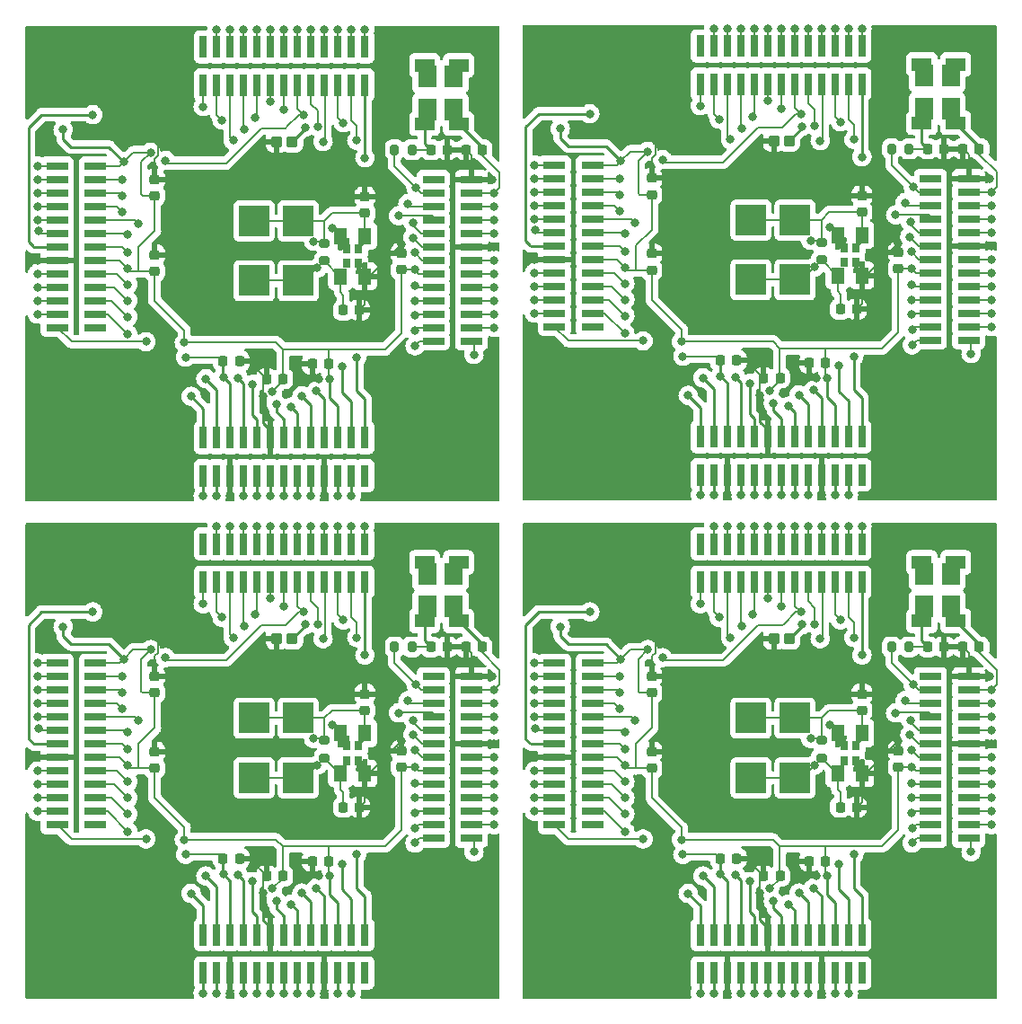
<source format=gbl>
%TF.GenerationSoftware,KiCad,Pcbnew,6.0.7+dfsg-1~bpo11+1*%
%TF.CreationDate,2022-08-31T21:43:44+02:00*%
%TF.ProjectId,PIC32MX795F512L,50494333-324d-4583-9739-35463531324c,rev?*%
%TF.SameCoordinates,Original*%
%TF.FileFunction,Copper,L2,Bot*%
%TF.FilePolarity,Positive*%
%FSLAX46Y46*%
G04 Gerber Fmt 4.6, Leading zero omitted, Abs format (unit mm)*
G04 Created by KiCad (PCBNEW 6.0.7+dfsg-1~bpo11+1) date 2022-08-31 21:43:44*
%MOMM*%
%LPD*%
G01*
G04 APERTURE LIST*
G04 Aperture macros list*
%AMRoundRect*
0 Rectangle with rounded corners*
0 $1 Rounding radius*
0 $2 $3 $4 $5 $6 $7 $8 $9 X,Y pos of 4 corners*
0 Add a 4 corners polygon primitive as box body*
4,1,4,$2,$3,$4,$5,$6,$7,$8,$9,$2,$3,0*
0 Add four circle primitives for the rounded corners*
1,1,$1+$1,$2,$3*
1,1,$1+$1,$4,$5*
1,1,$1+$1,$6,$7*
1,1,$1+$1,$8,$9*
0 Add four rect primitives between the rounded corners*
20,1,$1+$1,$2,$3,$4,$5,0*
20,1,$1+$1,$4,$5,$6,$7,0*
20,1,$1+$1,$6,$7,$8,$9,0*
20,1,$1+$1,$8,$9,$2,$3,0*%
G04 Aperture macros list end*
%TA.AperFunction,SMDPad,CuDef*%
%ADD10RoundRect,0.225000X-0.225000X-0.250000X0.225000X-0.250000X0.225000X0.250000X-0.225000X0.250000X0*%
%TD*%
%TA.AperFunction,SMDPad,CuDef*%
%ADD11RoundRect,0.250000X0.287500X0.275000X-0.287500X0.275000X-0.287500X-0.275000X0.287500X-0.275000X0*%
%TD*%
%TA.AperFunction,SMDPad,CuDef*%
%ADD12RoundRect,0.225000X0.225000X0.250000X-0.225000X0.250000X-0.225000X-0.250000X0.225000X-0.250000X0*%
%TD*%
%TA.AperFunction,SMDPad,CuDef*%
%ADD13R,1.300000X1.600000*%
%TD*%
%TA.AperFunction,SMDPad,CuDef*%
%ADD14RoundRect,0.225000X0.250000X-0.225000X0.250000X0.225000X-0.250000X0.225000X-0.250000X-0.225000X0*%
%TD*%
%TA.AperFunction,SMDPad,CuDef*%
%ADD15R,0.800000X0.900000*%
%TD*%
%TA.AperFunction,SMDPad,CuDef*%
%ADD16R,2.850000X2.850000*%
%TD*%
%TA.AperFunction,SMDPad,CuDef*%
%ADD17R,0.750000X2.100000*%
%TD*%
%TA.AperFunction,SMDPad,CuDef*%
%ADD18R,2.100000X0.750000*%
%TD*%
%TA.AperFunction,SMDPad,CuDef*%
%ADD19RoundRect,0.200000X-0.200000X-0.275000X0.200000X-0.275000X0.200000X0.275000X-0.200000X0.275000X0*%
%TD*%
%TA.AperFunction,SMDPad,CuDef*%
%ADD20R,1.900000X1.300000*%
%TD*%
%TA.AperFunction,SMDPad,CuDef*%
%ADD21R,1.800000X2.100000*%
%TD*%
%TA.AperFunction,SMDPad,CuDef*%
%ADD22RoundRect,0.200000X0.275000X-0.200000X0.275000X0.200000X-0.275000X0.200000X-0.275000X-0.200000X0*%
%TD*%
%TA.AperFunction,ViaPad*%
%ADD23C,0.800000*%
%TD*%
%TA.AperFunction,Conductor*%
%ADD24C,0.200000*%
%TD*%
%TA.AperFunction,Conductor*%
%ADD25C,0.250000*%
%TD*%
G04 APERTURE END LIST*
D10*
%TO.P,C104,1*%
%TO.N,Net-(C104-Pad1)*%
X180327000Y-93746355D03*
%TO.P,C104,2*%
%TO.N,GND*%
X181877000Y-93746355D03*
%TD*%
D11*
%TO.P,C105,1*%
%TO.N,/85*%
X167259000Y-92984355D03*
%TO.P,C105,2*%
%TO.N,GND*%
X165834000Y-92984355D03*
%TD*%
D12*
%TO.P,C109,1*%
%TO.N,+3V3*%
X166396000Y-115336355D03*
%TO.P,C109,2*%
%TO.N,GND*%
X164846000Y-115336355D03*
%TD*%
D10*
%TO.P,C106,1*%
%TO.N,+3.3VA*%
X160756000Y-113685355D03*
%TO.P,C106,2*%
%TO.N,GND*%
X162306000Y-113685355D03*
%TD*%
D13*
%TO.P,Y1001,1,1*%
%TO.N,/63*%
X171817000Y-105674355D03*
%TO.P,Y1001,2,2*%
%TO.N,GND*%
X171817000Y-101874355D03*
%TO.P,Y1001,3,3*%
%TO.N,/64*%
X174117000Y-101874355D03*
%TO.P,Y1001,4,4*%
%TO.N,GND*%
X174117000Y-105674355D03*
%TD*%
D14*
%TO.P,C103,1*%
%TO.N,/64*%
X174117000Y-99728355D03*
%TO.P,C103,2*%
%TO.N,GND*%
X174117000Y-98178355D03*
%TD*%
%TO.P,C107,1*%
%TO.N,+3V3*%
X154305000Y-98077355D03*
%TO.P,C107,2*%
%TO.N,GND*%
X154305000Y-96527355D03*
%TD*%
D15*
%TO.P,REF\u002A\u002A,1*%
%TO.N,/63*%
X172424000Y-104479355D03*
%TO.P,REF\u002A\u002A,2*%
%TO.N,GND*%
X172424000Y-103079355D03*
%TO.P,REF\u002A\u002A,3*%
%TO.N,/64*%
X173524000Y-103079355D03*
%TO.P,REF\u002A\u002A,4*%
%TO.N,GND*%
X173524000Y-104479355D03*
%TD*%
D16*
%TO.P,REF\u002A\u002A,1*%
%TO.N,/63*%
X163660000Y-106086355D03*
%TO.P,REF\u002A\u002A,2*%
%TO.N,/64*%
X163660000Y-100456355D03*
%TO.P,REF\u002A\u002A,3*%
X167810000Y-100456355D03*
%TO.P,REF\u002A\u002A,4*%
%TO.N,/63*%
X167810000Y-106086355D03*
%TD*%
D17*
%TO.P,J102,1,Pin_1*%
%TO.N,/27*%
X158877000Y-124480355D03*
%TO.P,J102,2,Pin_2*%
%TO.N,/26*%
X158877000Y-120880355D03*
%TO.P,J102,3,Pin_3*%
%TO.N,/29*%
X160147000Y-124480355D03*
%TO.P,J102,4,Pin_4*%
%TO.N,/28*%
X160147000Y-120880355D03*
%TO.P,J102,5,Pin_5*%
%TO.N,GND*%
X161417000Y-124480355D03*
%TO.P,J102,6,Pin_6*%
%TO.N,+3.3VA*%
X161417000Y-120880355D03*
%TO.P,J102,7,Pin_7*%
%TO.N,/33*%
X162687000Y-124480355D03*
%TO.P,J102,8,Pin_8*%
%TO.N,/32*%
X162687000Y-120880355D03*
%TO.P,J102,9,Pin_9*%
%TO.N,/35*%
X163957000Y-124480355D03*
%TO.P,J102,10,Pin_10*%
%TO.N,/34*%
X163957000Y-120880355D03*
%TO.P,J102,11,Pin_11*%
%TO.N,+3V3*%
X165227000Y-124480355D03*
%TO.P,J102,12,Pin_12*%
%TO.N,GND*%
X165227000Y-120880355D03*
%TO.P,J102,13,Pin_13*%
%TO.N,/39*%
X166497000Y-124480355D03*
%TO.P,J102,14,Pin_14*%
%TO.N,/38*%
X166497000Y-120880355D03*
%TO.P,J102,15,Pin_15*%
%TO.N,/41*%
X167767000Y-124480355D03*
%TO.P,J102,16,Pin_16*%
%TO.N,/40*%
X167767000Y-120880355D03*
%TO.P,J102,17,Pin_17*%
%TO.N,/43*%
X169037000Y-124480355D03*
%TO.P,J102,18,Pin_18*%
%TO.N,/42*%
X169037000Y-120880355D03*
%TO.P,J102,19,Pin_19*%
%TO.N,GND*%
X170307000Y-124480355D03*
%TO.P,J102,20,Pin_20*%
%TO.N,/44*%
X170307000Y-120880355D03*
%TO.P,J102,21,Pin_21*%
%TO.N,/47*%
X171577000Y-124480355D03*
%TO.P,J102,22,Pin_22*%
%TO.N,+3V3*%
X171577000Y-120880355D03*
%TO.P,J102,23,Pin_23*%
%TO.N,/49*%
X172847000Y-124480355D03*
%TO.P,J102,24,Pin_24*%
%TO.N,/48*%
X172847000Y-120880355D03*
%TO.P,J102,25,Pin_25*%
%TO.N,unconnected-(J102-Pad25)*%
X174117000Y-124480355D03*
%TO.P,J102,26,Pin_26*%
%TO.N,/50*%
X174117000Y-120880355D03*
%TD*%
D18*
%TO.P,J101,1,Pin_1*%
%TO.N,/1*%
X145117000Y-95270355D03*
%TO.P,J101,2,Pin_2*%
%TO.N,+3V3*%
X148717000Y-95270355D03*
%TO.P,J101,3,Pin_3*%
%TO.N,/3*%
X145117000Y-96540355D03*
%TO.P,J101,4,Pin_4*%
%TO.N,/4*%
X148717000Y-96540355D03*
%TO.P,J101,5,Pin_5*%
%TO.N,/5*%
X145117000Y-97810355D03*
%TO.P,J101,6,Pin_6*%
%TO.N,/6*%
X148717000Y-97810355D03*
%TO.P,J101,7,Pin_7*%
%TO.N,/7*%
X145117000Y-99080355D03*
%TO.P,J101,8,Pin_8*%
%TO.N,/8*%
X148717000Y-99080355D03*
%TO.P,J101,9,Pin_9*%
%TO.N,/9*%
X145117000Y-100350355D03*
%TO.P,J101,10,Pin_10*%
%TO.N,/10*%
X148717000Y-100350355D03*
%TO.P,J101,11,Pin_11*%
%TO.N,/11*%
X145117000Y-101620355D03*
%TO.P,J101,12,Pin_12*%
%TO.N,/12*%
X148717000Y-101620355D03*
%TO.P,J101,13,Pin_13*%
%TO.N,/13*%
X145117000Y-102890355D03*
%TO.P,J101,14,Pin_14*%
%TO.N,/14*%
X148717000Y-102890355D03*
%TO.P,J101,15,Pin_15*%
%TO.N,GND*%
X145117000Y-104160355D03*
%TO.P,J101,16,Pin_16*%
%TO.N,+3V3*%
X148717000Y-104160355D03*
%TO.P,J101,17,Pin_17*%
%TO.N,/17*%
X145117000Y-105430355D03*
%TO.P,J101,18,Pin_18*%
%TO.N,/18*%
X148717000Y-105430355D03*
%TO.P,J101,19,Pin_19*%
%TO.N,/19*%
X145117000Y-106700355D03*
%TO.P,J101,20,Pin_20*%
%TO.N,/20*%
X148717000Y-106700355D03*
%TO.P,J101,21,Pin_21*%
%TO.N,/21*%
X145117000Y-107970355D03*
%TO.P,J101,22,Pin_22*%
%TO.N,/22*%
X148717000Y-107970355D03*
%TO.P,J101,23,Pin_23*%
%TO.N,/23*%
X145117000Y-109240355D03*
%TO.P,J101,24,Pin_24*%
%TO.N,/24*%
X148717000Y-109240355D03*
%TO.P,J101,25,Pin_25*%
%TO.N,/25*%
X145117000Y-110510355D03*
%TO.P,J101,26,Pin_26*%
%TO.N,unconnected-(J101-Pad26)*%
X148717000Y-110510355D03*
%TD*%
D10*
%TO.P,C101,1*%
%TO.N,/63*%
X172072000Y-108859355D03*
%TO.P,C101,2*%
%TO.N,GND*%
X173622000Y-108859355D03*
%TD*%
D19*
%TO.P,R102,1*%
%TO.N,/74*%
X176912000Y-93746355D03*
%TO.P,R102,2*%
%TO.N,Net-(C104-Pad1)*%
X178562000Y-93746355D03*
%TD*%
D12*
%TO.P,C110,1*%
%TO.N,+3V3*%
X170701000Y-113939355D03*
%TO.P,C110,2*%
%TO.N,GND*%
X169151000Y-113939355D03*
%TD*%
D17*
%TO.P,J104,1,Pin_1*%
%TO.N,/77*%
X174117000Y-84050355D03*
%TO.P,J104,2,Pin_2*%
%TO.N,/76*%
X174117000Y-87650355D03*
%TO.P,J104,3,Pin_3*%
%TO.N,/79*%
X172847000Y-84050355D03*
%TO.P,J104,4,Pin_4*%
%TO.N,/78*%
X172847000Y-87650355D03*
%TO.P,J104,5,Pin_5*%
%TO.N,/81*%
X171577000Y-84050355D03*
%TO.P,J104,6,Pin_6*%
%TO.N,/80*%
X171577000Y-87650355D03*
%TO.P,J104,7,Pin_7*%
%TO.N,/83*%
X170307000Y-84050355D03*
%TO.P,J104,8,Pin_8*%
%TO.N,/82*%
X170307000Y-87650355D03*
%TO.P,J104,9,Pin_9*%
%TO.N,/85*%
X169037000Y-84050355D03*
%TO.P,J104,10,Pin_10*%
%TO.N,/84*%
X169037000Y-87650355D03*
%TO.P,J104,11,Pin_11*%
%TO.N,/87*%
X167767000Y-84050355D03*
%TO.P,J104,12,Pin_12*%
%TO.N,+3V3*%
X167767000Y-87650355D03*
%TO.P,J104,13,Pin_13*%
%TO.N,/89*%
X166497000Y-84050355D03*
%TO.P,J104,14,Pin_14*%
%TO.N,/88*%
X166497000Y-87650355D03*
%TO.P,J104,15,Pin_15*%
%TO.N,/91*%
X165227000Y-84050355D03*
%TO.P,J104,16,Pin_16*%
%TO.N,/90*%
X165227000Y-87650355D03*
%TO.P,J104,17,Pin_17*%
%TO.N,/93*%
X163957000Y-84050355D03*
%TO.P,J104,18,Pin_18*%
%TO.N,/92*%
X163957000Y-87650355D03*
%TO.P,J104,19,Pin_19*%
%TO.N,/95*%
X162687000Y-84050355D03*
%TO.P,J104,20,Pin_20*%
%TO.N,/94*%
X162687000Y-87650355D03*
%TO.P,J104,21,Pin_21*%
%TO.N,/97*%
X161417000Y-84050355D03*
%TO.P,J104,22,Pin_22*%
%TO.N,/96*%
X161417000Y-87650355D03*
%TO.P,J104,23,Pin_23*%
%TO.N,/99*%
X160147000Y-84050355D03*
%TO.P,J104,24,Pin_24*%
%TO.N,/98*%
X160147000Y-87650355D03*
%TO.P,J104,25,Pin_25*%
%TO.N,unconnected-(J104-Pad25)*%
X158877000Y-84050355D03*
%TO.P,J104,26,Pin_26*%
%TO.N,/100*%
X158877000Y-87650355D03*
%TD*%
D14*
%TO.P,C111,1*%
%TO.N,+3V3*%
X154305000Y-105189355D03*
%TO.P,C111,2*%
%TO.N,GND*%
X154305000Y-103639355D03*
%TD*%
D20*
%TO.P,Y102,1,1*%
%TO.N,Net-(C104-Pad1)*%
X179756000Y-91289355D03*
%TO.P,Y102,2,2*%
%TO.N,unconnected-(Y102-Pad2)*%
X179756000Y-85789355D03*
%TO.P,Y102,3,3*%
%TO.N,unconnected-(Y102-Pad3)*%
X182956000Y-85789355D03*
%TO.P,Y102,4,4*%
%TO.N,/73*%
X182956000Y-91289355D03*
%TD*%
D18*
%TO.P,J103,1,Pin_1*%
%TO.N,/51*%
X184172000Y-111780355D03*
%TO.P,J103,2,Pin_2*%
%TO.N,/52*%
X180572000Y-111780355D03*
%TO.P,J103,3,Pin_3*%
%TO.N,/53*%
X184172000Y-110510355D03*
%TO.P,J103,4,Pin_4*%
%TO.N,/54*%
X180572000Y-110510355D03*
%TO.P,J103,5,Pin_5*%
%TO.N,/55*%
X184172000Y-109240355D03*
%TO.P,J103,6,Pin_6*%
%TO.N,/56*%
X180572000Y-109240355D03*
%TO.P,J103,7,Pin_7*%
%TO.N,/57*%
X184172000Y-107970355D03*
%TO.P,J103,8,Pin_8*%
%TO.N,/58*%
X180572000Y-107970355D03*
%TO.P,J103,9,Pin_9*%
%TO.N,/59*%
X184172000Y-106700355D03*
%TO.P,J103,10,Pin_10*%
%TO.N,/60*%
X180572000Y-106700355D03*
%TO.P,J103,11,Pin_11*%
%TO.N,/61*%
X184172000Y-105430355D03*
%TO.P,J103,12,Pin_12*%
%TO.N,+3V3*%
X180572000Y-105430355D03*
%TO.P,J103,13,Pin_13*%
%TO.N,/63*%
X184172000Y-104160355D03*
%TO.P,J103,14,Pin_14*%
%TO.N,/64*%
X180572000Y-104160355D03*
%TO.P,J103,15,Pin_15*%
%TO.N,GND*%
X184172000Y-102890355D03*
%TO.P,J103,16,Pin_16*%
%TO.N,/66*%
X180572000Y-102890355D03*
%TO.P,J103,17,Pin_17*%
%TO.N,/67*%
X184172000Y-101620355D03*
%TO.P,J103,18,Pin_18*%
%TO.N,/68*%
X180572000Y-101620355D03*
%TO.P,J103,19,Pin_19*%
%TO.N,/69*%
X184172000Y-100350355D03*
%TO.P,J103,20,Pin_20*%
%TO.N,/70*%
X180572000Y-100350355D03*
%TO.P,J103,21,Pin_21*%
%TO.N,/71*%
X184172000Y-99080355D03*
%TO.P,J103,22,Pin_22*%
%TO.N,/72*%
X180572000Y-99080355D03*
%TO.P,J103,23,Pin_23*%
%TO.N,/73*%
X184172000Y-97810355D03*
%TO.P,J103,24,Pin_24*%
%TO.N,/74*%
X180572000Y-97810355D03*
%TO.P,J103,25,Pin_25*%
%TO.N,GND*%
X184172000Y-96540355D03*
%TO.P,J103,26,Pin_26*%
%TO.N,unconnected-(J103-Pad26)*%
X180572000Y-96540355D03*
%TD*%
D21*
%TO.P,REF\u002A\u002A,1*%
%TO.N,Net-(C104-Pad1)*%
X179979000Y-89962355D03*
%TO.P,REF\u002A\u002A,2*%
%TO.N,N/C*%
X179979000Y-86862355D03*
%TO.P,REF\u002A\u002A,3*%
X182479000Y-86862355D03*
%TO.P,REF\u002A\u002A,4*%
%TO.N,/73*%
X182479000Y-89962355D03*
%TD*%
D12*
%TO.P,C102,1*%
%TO.N,/73*%
X185179000Y-93746355D03*
%TO.P,C102,2*%
%TO.N,GND*%
X183629000Y-93746355D03*
%TD*%
D14*
%TO.P,C108,1*%
%TO.N,+3V3*%
X177546000Y-105062355D03*
%TO.P,C108,2*%
%TO.N,GND*%
X177546000Y-103512355D03*
%TD*%
D22*
%TO.P,R101,1*%
%TO.N,/63*%
X170307000Y-104223355D03*
%TO.P,R101,2*%
%TO.N,/64*%
X170307000Y-102573355D03*
%TD*%
D10*
%TO.P,C104,1*%
%TO.N,Net-(C104-Pad1)*%
X133464000Y-93746355D03*
%TO.P,C104,2*%
%TO.N,GND*%
X135014000Y-93746355D03*
%TD*%
D11*
%TO.P,C105,1*%
%TO.N,/85*%
X120396000Y-92984355D03*
%TO.P,C105,2*%
%TO.N,GND*%
X118971000Y-92984355D03*
%TD*%
D12*
%TO.P,C109,1*%
%TO.N,+3V3*%
X119533000Y-115336355D03*
%TO.P,C109,2*%
%TO.N,GND*%
X117983000Y-115336355D03*
%TD*%
D10*
%TO.P,C106,1*%
%TO.N,+3.3VA*%
X113893000Y-113685355D03*
%TO.P,C106,2*%
%TO.N,GND*%
X115443000Y-113685355D03*
%TD*%
D13*
%TO.P,Y1001,1,1*%
%TO.N,/63*%
X124954000Y-105674355D03*
%TO.P,Y1001,2,2*%
%TO.N,GND*%
X124954000Y-101874355D03*
%TO.P,Y1001,3,3*%
%TO.N,/64*%
X127254000Y-101874355D03*
%TO.P,Y1001,4,4*%
%TO.N,GND*%
X127254000Y-105674355D03*
%TD*%
D14*
%TO.P,C103,1*%
%TO.N,/64*%
X127254000Y-99728355D03*
%TO.P,C103,2*%
%TO.N,GND*%
X127254000Y-98178355D03*
%TD*%
%TO.P,C107,1*%
%TO.N,+3V3*%
X107442000Y-98077355D03*
%TO.P,C107,2*%
%TO.N,GND*%
X107442000Y-96527355D03*
%TD*%
D15*
%TO.P,REF\u002A\u002A,1*%
%TO.N,/63*%
X125561000Y-104479355D03*
%TO.P,REF\u002A\u002A,2*%
%TO.N,GND*%
X125561000Y-103079355D03*
%TO.P,REF\u002A\u002A,3*%
%TO.N,/64*%
X126661000Y-103079355D03*
%TO.P,REF\u002A\u002A,4*%
%TO.N,GND*%
X126661000Y-104479355D03*
%TD*%
D16*
%TO.P,REF\u002A\u002A,1*%
%TO.N,/63*%
X116797000Y-106086355D03*
%TO.P,REF\u002A\u002A,2*%
%TO.N,/64*%
X116797000Y-100456355D03*
%TO.P,REF\u002A\u002A,3*%
X120947000Y-100456355D03*
%TO.P,REF\u002A\u002A,4*%
%TO.N,/63*%
X120947000Y-106086355D03*
%TD*%
D17*
%TO.P,J102,1,Pin_1*%
%TO.N,/27*%
X112014000Y-124480355D03*
%TO.P,J102,2,Pin_2*%
%TO.N,/26*%
X112014000Y-120880355D03*
%TO.P,J102,3,Pin_3*%
%TO.N,/29*%
X113284000Y-124480355D03*
%TO.P,J102,4,Pin_4*%
%TO.N,/28*%
X113284000Y-120880355D03*
%TO.P,J102,5,Pin_5*%
%TO.N,GND*%
X114554000Y-124480355D03*
%TO.P,J102,6,Pin_6*%
%TO.N,+3.3VA*%
X114554000Y-120880355D03*
%TO.P,J102,7,Pin_7*%
%TO.N,/33*%
X115824000Y-124480355D03*
%TO.P,J102,8,Pin_8*%
%TO.N,/32*%
X115824000Y-120880355D03*
%TO.P,J102,9,Pin_9*%
%TO.N,/35*%
X117094000Y-124480355D03*
%TO.P,J102,10,Pin_10*%
%TO.N,/34*%
X117094000Y-120880355D03*
%TO.P,J102,11,Pin_11*%
%TO.N,+3V3*%
X118364000Y-124480355D03*
%TO.P,J102,12,Pin_12*%
%TO.N,GND*%
X118364000Y-120880355D03*
%TO.P,J102,13,Pin_13*%
%TO.N,/39*%
X119634000Y-124480355D03*
%TO.P,J102,14,Pin_14*%
%TO.N,/38*%
X119634000Y-120880355D03*
%TO.P,J102,15,Pin_15*%
%TO.N,/41*%
X120904000Y-124480355D03*
%TO.P,J102,16,Pin_16*%
%TO.N,/40*%
X120904000Y-120880355D03*
%TO.P,J102,17,Pin_17*%
%TO.N,/43*%
X122174000Y-124480355D03*
%TO.P,J102,18,Pin_18*%
%TO.N,/42*%
X122174000Y-120880355D03*
%TO.P,J102,19,Pin_19*%
%TO.N,GND*%
X123444000Y-124480355D03*
%TO.P,J102,20,Pin_20*%
%TO.N,/44*%
X123444000Y-120880355D03*
%TO.P,J102,21,Pin_21*%
%TO.N,/47*%
X124714000Y-124480355D03*
%TO.P,J102,22,Pin_22*%
%TO.N,+3V3*%
X124714000Y-120880355D03*
%TO.P,J102,23,Pin_23*%
%TO.N,/49*%
X125984000Y-124480355D03*
%TO.P,J102,24,Pin_24*%
%TO.N,/48*%
X125984000Y-120880355D03*
%TO.P,J102,25,Pin_25*%
%TO.N,unconnected-(J102-Pad25)*%
X127254000Y-124480355D03*
%TO.P,J102,26,Pin_26*%
%TO.N,/50*%
X127254000Y-120880355D03*
%TD*%
D18*
%TO.P,J101,1,Pin_1*%
%TO.N,/1*%
X98254000Y-95270355D03*
%TO.P,J101,2,Pin_2*%
%TO.N,+3V3*%
X101854000Y-95270355D03*
%TO.P,J101,3,Pin_3*%
%TO.N,/3*%
X98254000Y-96540355D03*
%TO.P,J101,4,Pin_4*%
%TO.N,/4*%
X101854000Y-96540355D03*
%TO.P,J101,5,Pin_5*%
%TO.N,/5*%
X98254000Y-97810355D03*
%TO.P,J101,6,Pin_6*%
%TO.N,/6*%
X101854000Y-97810355D03*
%TO.P,J101,7,Pin_7*%
%TO.N,/7*%
X98254000Y-99080355D03*
%TO.P,J101,8,Pin_8*%
%TO.N,/8*%
X101854000Y-99080355D03*
%TO.P,J101,9,Pin_9*%
%TO.N,/9*%
X98254000Y-100350355D03*
%TO.P,J101,10,Pin_10*%
%TO.N,/10*%
X101854000Y-100350355D03*
%TO.P,J101,11,Pin_11*%
%TO.N,/11*%
X98254000Y-101620355D03*
%TO.P,J101,12,Pin_12*%
%TO.N,/12*%
X101854000Y-101620355D03*
%TO.P,J101,13,Pin_13*%
%TO.N,/13*%
X98254000Y-102890355D03*
%TO.P,J101,14,Pin_14*%
%TO.N,/14*%
X101854000Y-102890355D03*
%TO.P,J101,15,Pin_15*%
%TO.N,GND*%
X98254000Y-104160355D03*
%TO.P,J101,16,Pin_16*%
%TO.N,+3V3*%
X101854000Y-104160355D03*
%TO.P,J101,17,Pin_17*%
%TO.N,/17*%
X98254000Y-105430355D03*
%TO.P,J101,18,Pin_18*%
%TO.N,/18*%
X101854000Y-105430355D03*
%TO.P,J101,19,Pin_19*%
%TO.N,/19*%
X98254000Y-106700355D03*
%TO.P,J101,20,Pin_20*%
%TO.N,/20*%
X101854000Y-106700355D03*
%TO.P,J101,21,Pin_21*%
%TO.N,/21*%
X98254000Y-107970355D03*
%TO.P,J101,22,Pin_22*%
%TO.N,/22*%
X101854000Y-107970355D03*
%TO.P,J101,23,Pin_23*%
%TO.N,/23*%
X98254000Y-109240355D03*
%TO.P,J101,24,Pin_24*%
%TO.N,/24*%
X101854000Y-109240355D03*
%TO.P,J101,25,Pin_25*%
%TO.N,/25*%
X98254000Y-110510355D03*
%TO.P,J101,26,Pin_26*%
%TO.N,unconnected-(J101-Pad26)*%
X101854000Y-110510355D03*
%TD*%
D10*
%TO.P,C101,1*%
%TO.N,/63*%
X125209000Y-108859355D03*
%TO.P,C101,2*%
%TO.N,GND*%
X126759000Y-108859355D03*
%TD*%
D19*
%TO.P,R102,1*%
%TO.N,/74*%
X130049000Y-93746355D03*
%TO.P,R102,2*%
%TO.N,Net-(C104-Pad1)*%
X131699000Y-93746355D03*
%TD*%
D12*
%TO.P,C110,1*%
%TO.N,+3V3*%
X123838000Y-113939355D03*
%TO.P,C110,2*%
%TO.N,GND*%
X122288000Y-113939355D03*
%TD*%
D17*
%TO.P,J104,1,Pin_1*%
%TO.N,/77*%
X127254000Y-84050355D03*
%TO.P,J104,2,Pin_2*%
%TO.N,/76*%
X127254000Y-87650355D03*
%TO.P,J104,3,Pin_3*%
%TO.N,/79*%
X125984000Y-84050355D03*
%TO.P,J104,4,Pin_4*%
%TO.N,/78*%
X125984000Y-87650355D03*
%TO.P,J104,5,Pin_5*%
%TO.N,/81*%
X124714000Y-84050355D03*
%TO.P,J104,6,Pin_6*%
%TO.N,/80*%
X124714000Y-87650355D03*
%TO.P,J104,7,Pin_7*%
%TO.N,/83*%
X123444000Y-84050355D03*
%TO.P,J104,8,Pin_8*%
%TO.N,/82*%
X123444000Y-87650355D03*
%TO.P,J104,9,Pin_9*%
%TO.N,/85*%
X122174000Y-84050355D03*
%TO.P,J104,10,Pin_10*%
%TO.N,/84*%
X122174000Y-87650355D03*
%TO.P,J104,11,Pin_11*%
%TO.N,/87*%
X120904000Y-84050355D03*
%TO.P,J104,12,Pin_12*%
%TO.N,+3V3*%
X120904000Y-87650355D03*
%TO.P,J104,13,Pin_13*%
%TO.N,/89*%
X119634000Y-84050355D03*
%TO.P,J104,14,Pin_14*%
%TO.N,/88*%
X119634000Y-87650355D03*
%TO.P,J104,15,Pin_15*%
%TO.N,/91*%
X118364000Y-84050355D03*
%TO.P,J104,16,Pin_16*%
%TO.N,/90*%
X118364000Y-87650355D03*
%TO.P,J104,17,Pin_17*%
%TO.N,/93*%
X117094000Y-84050355D03*
%TO.P,J104,18,Pin_18*%
%TO.N,/92*%
X117094000Y-87650355D03*
%TO.P,J104,19,Pin_19*%
%TO.N,/95*%
X115824000Y-84050355D03*
%TO.P,J104,20,Pin_20*%
%TO.N,/94*%
X115824000Y-87650355D03*
%TO.P,J104,21,Pin_21*%
%TO.N,/97*%
X114554000Y-84050355D03*
%TO.P,J104,22,Pin_22*%
%TO.N,/96*%
X114554000Y-87650355D03*
%TO.P,J104,23,Pin_23*%
%TO.N,/99*%
X113284000Y-84050355D03*
%TO.P,J104,24,Pin_24*%
%TO.N,/98*%
X113284000Y-87650355D03*
%TO.P,J104,25,Pin_25*%
%TO.N,unconnected-(J104-Pad25)*%
X112014000Y-84050355D03*
%TO.P,J104,26,Pin_26*%
%TO.N,/100*%
X112014000Y-87650355D03*
%TD*%
D14*
%TO.P,C111,1*%
%TO.N,+3V3*%
X107442000Y-105189355D03*
%TO.P,C111,2*%
%TO.N,GND*%
X107442000Y-103639355D03*
%TD*%
D20*
%TO.P,Y102,1,1*%
%TO.N,Net-(C104-Pad1)*%
X132893000Y-91289355D03*
%TO.P,Y102,2,2*%
%TO.N,unconnected-(Y102-Pad2)*%
X132893000Y-85789355D03*
%TO.P,Y102,3,3*%
%TO.N,unconnected-(Y102-Pad3)*%
X136093000Y-85789355D03*
%TO.P,Y102,4,4*%
%TO.N,/73*%
X136093000Y-91289355D03*
%TD*%
D18*
%TO.P,J103,1,Pin_1*%
%TO.N,/51*%
X137309000Y-111780355D03*
%TO.P,J103,2,Pin_2*%
%TO.N,/52*%
X133709000Y-111780355D03*
%TO.P,J103,3,Pin_3*%
%TO.N,/53*%
X137309000Y-110510355D03*
%TO.P,J103,4,Pin_4*%
%TO.N,/54*%
X133709000Y-110510355D03*
%TO.P,J103,5,Pin_5*%
%TO.N,/55*%
X137309000Y-109240355D03*
%TO.P,J103,6,Pin_6*%
%TO.N,/56*%
X133709000Y-109240355D03*
%TO.P,J103,7,Pin_7*%
%TO.N,/57*%
X137309000Y-107970355D03*
%TO.P,J103,8,Pin_8*%
%TO.N,/58*%
X133709000Y-107970355D03*
%TO.P,J103,9,Pin_9*%
%TO.N,/59*%
X137309000Y-106700355D03*
%TO.P,J103,10,Pin_10*%
%TO.N,/60*%
X133709000Y-106700355D03*
%TO.P,J103,11,Pin_11*%
%TO.N,/61*%
X137309000Y-105430355D03*
%TO.P,J103,12,Pin_12*%
%TO.N,+3V3*%
X133709000Y-105430355D03*
%TO.P,J103,13,Pin_13*%
%TO.N,/63*%
X137309000Y-104160355D03*
%TO.P,J103,14,Pin_14*%
%TO.N,/64*%
X133709000Y-104160355D03*
%TO.P,J103,15,Pin_15*%
%TO.N,GND*%
X137309000Y-102890355D03*
%TO.P,J103,16,Pin_16*%
%TO.N,/66*%
X133709000Y-102890355D03*
%TO.P,J103,17,Pin_17*%
%TO.N,/67*%
X137309000Y-101620355D03*
%TO.P,J103,18,Pin_18*%
%TO.N,/68*%
X133709000Y-101620355D03*
%TO.P,J103,19,Pin_19*%
%TO.N,/69*%
X137309000Y-100350355D03*
%TO.P,J103,20,Pin_20*%
%TO.N,/70*%
X133709000Y-100350355D03*
%TO.P,J103,21,Pin_21*%
%TO.N,/71*%
X137309000Y-99080355D03*
%TO.P,J103,22,Pin_22*%
%TO.N,/72*%
X133709000Y-99080355D03*
%TO.P,J103,23,Pin_23*%
%TO.N,/73*%
X137309000Y-97810355D03*
%TO.P,J103,24,Pin_24*%
%TO.N,/74*%
X133709000Y-97810355D03*
%TO.P,J103,25,Pin_25*%
%TO.N,GND*%
X137309000Y-96540355D03*
%TO.P,J103,26,Pin_26*%
%TO.N,unconnected-(J103-Pad26)*%
X133709000Y-96540355D03*
%TD*%
D21*
%TO.P,REF\u002A\u002A,1*%
%TO.N,Net-(C104-Pad1)*%
X133116000Y-89962355D03*
%TO.P,REF\u002A\u002A,2*%
%TO.N,N/C*%
X133116000Y-86862355D03*
%TO.P,REF\u002A\u002A,3*%
X135616000Y-86862355D03*
%TO.P,REF\u002A\u002A,4*%
%TO.N,/73*%
X135616000Y-89962355D03*
%TD*%
D12*
%TO.P,C102,1*%
%TO.N,/73*%
X138316000Y-93746355D03*
%TO.P,C102,2*%
%TO.N,GND*%
X136766000Y-93746355D03*
%TD*%
D14*
%TO.P,C108,1*%
%TO.N,+3V3*%
X130683000Y-105062355D03*
%TO.P,C108,2*%
%TO.N,GND*%
X130683000Y-103512355D03*
%TD*%
D22*
%TO.P,R101,1*%
%TO.N,/63*%
X123444000Y-104223355D03*
%TO.P,R101,2*%
%TO.N,/64*%
X123444000Y-102573355D03*
%TD*%
D10*
%TO.P,C104,1*%
%TO.N,Net-(C104-Pad1)*%
X133464000Y-46883355D03*
%TO.P,C104,2*%
%TO.N,GND*%
X135014000Y-46883355D03*
%TD*%
D11*
%TO.P,C105,1*%
%TO.N,/85*%
X120396000Y-46121355D03*
%TO.P,C105,2*%
%TO.N,GND*%
X118971000Y-46121355D03*
%TD*%
D12*
%TO.P,C109,1*%
%TO.N,+3V3*%
X119533000Y-68473355D03*
%TO.P,C109,2*%
%TO.N,GND*%
X117983000Y-68473355D03*
%TD*%
D10*
%TO.P,C106,1*%
%TO.N,+3.3VA*%
X113893000Y-66822355D03*
%TO.P,C106,2*%
%TO.N,GND*%
X115443000Y-66822355D03*
%TD*%
D13*
%TO.P,Y1001,1,1*%
%TO.N,/63*%
X124954000Y-58811355D03*
%TO.P,Y1001,2,2*%
%TO.N,GND*%
X124954000Y-55011355D03*
%TO.P,Y1001,3,3*%
%TO.N,/64*%
X127254000Y-55011355D03*
%TO.P,Y1001,4,4*%
%TO.N,GND*%
X127254000Y-58811355D03*
%TD*%
D14*
%TO.P,C103,1*%
%TO.N,/64*%
X127254000Y-52865355D03*
%TO.P,C103,2*%
%TO.N,GND*%
X127254000Y-51315355D03*
%TD*%
%TO.P,C107,1*%
%TO.N,+3V3*%
X107442000Y-51214355D03*
%TO.P,C107,2*%
%TO.N,GND*%
X107442000Y-49664355D03*
%TD*%
D15*
%TO.P,REF\u002A\u002A,1*%
%TO.N,/63*%
X125561000Y-57616355D03*
%TO.P,REF\u002A\u002A,2*%
%TO.N,GND*%
X125561000Y-56216355D03*
%TO.P,REF\u002A\u002A,3*%
%TO.N,/64*%
X126661000Y-56216355D03*
%TO.P,REF\u002A\u002A,4*%
%TO.N,GND*%
X126661000Y-57616355D03*
%TD*%
D16*
%TO.P,REF\u002A\u002A,1*%
%TO.N,/63*%
X116797000Y-59223355D03*
%TO.P,REF\u002A\u002A,2*%
%TO.N,/64*%
X116797000Y-53593355D03*
%TO.P,REF\u002A\u002A,3*%
X120947000Y-53593355D03*
%TO.P,REF\u002A\u002A,4*%
%TO.N,/63*%
X120947000Y-59223355D03*
%TD*%
D17*
%TO.P,J102,1,Pin_1*%
%TO.N,/27*%
X112014000Y-77617355D03*
%TO.P,J102,2,Pin_2*%
%TO.N,/26*%
X112014000Y-74017355D03*
%TO.P,J102,3,Pin_3*%
%TO.N,/29*%
X113284000Y-77617355D03*
%TO.P,J102,4,Pin_4*%
%TO.N,/28*%
X113284000Y-74017355D03*
%TO.P,J102,5,Pin_5*%
%TO.N,GND*%
X114554000Y-77617355D03*
%TO.P,J102,6,Pin_6*%
%TO.N,+3.3VA*%
X114554000Y-74017355D03*
%TO.P,J102,7,Pin_7*%
%TO.N,/33*%
X115824000Y-77617355D03*
%TO.P,J102,8,Pin_8*%
%TO.N,/32*%
X115824000Y-74017355D03*
%TO.P,J102,9,Pin_9*%
%TO.N,/35*%
X117094000Y-77617355D03*
%TO.P,J102,10,Pin_10*%
%TO.N,/34*%
X117094000Y-74017355D03*
%TO.P,J102,11,Pin_11*%
%TO.N,+3V3*%
X118364000Y-77617355D03*
%TO.P,J102,12,Pin_12*%
%TO.N,GND*%
X118364000Y-74017355D03*
%TO.P,J102,13,Pin_13*%
%TO.N,/39*%
X119634000Y-77617355D03*
%TO.P,J102,14,Pin_14*%
%TO.N,/38*%
X119634000Y-74017355D03*
%TO.P,J102,15,Pin_15*%
%TO.N,/41*%
X120904000Y-77617355D03*
%TO.P,J102,16,Pin_16*%
%TO.N,/40*%
X120904000Y-74017355D03*
%TO.P,J102,17,Pin_17*%
%TO.N,/43*%
X122174000Y-77617355D03*
%TO.P,J102,18,Pin_18*%
%TO.N,/42*%
X122174000Y-74017355D03*
%TO.P,J102,19,Pin_19*%
%TO.N,GND*%
X123444000Y-77617355D03*
%TO.P,J102,20,Pin_20*%
%TO.N,/44*%
X123444000Y-74017355D03*
%TO.P,J102,21,Pin_21*%
%TO.N,/47*%
X124714000Y-77617355D03*
%TO.P,J102,22,Pin_22*%
%TO.N,+3V3*%
X124714000Y-74017355D03*
%TO.P,J102,23,Pin_23*%
%TO.N,/49*%
X125984000Y-77617355D03*
%TO.P,J102,24,Pin_24*%
%TO.N,/48*%
X125984000Y-74017355D03*
%TO.P,J102,25,Pin_25*%
%TO.N,unconnected-(J102-Pad25)*%
X127254000Y-77617355D03*
%TO.P,J102,26,Pin_26*%
%TO.N,/50*%
X127254000Y-74017355D03*
%TD*%
D18*
%TO.P,J101,1,Pin_1*%
%TO.N,/1*%
X98254000Y-48407355D03*
%TO.P,J101,2,Pin_2*%
%TO.N,+3V3*%
X101854000Y-48407355D03*
%TO.P,J101,3,Pin_3*%
%TO.N,/3*%
X98254000Y-49677355D03*
%TO.P,J101,4,Pin_4*%
%TO.N,/4*%
X101854000Y-49677355D03*
%TO.P,J101,5,Pin_5*%
%TO.N,/5*%
X98254000Y-50947355D03*
%TO.P,J101,6,Pin_6*%
%TO.N,/6*%
X101854000Y-50947355D03*
%TO.P,J101,7,Pin_7*%
%TO.N,/7*%
X98254000Y-52217355D03*
%TO.P,J101,8,Pin_8*%
%TO.N,/8*%
X101854000Y-52217355D03*
%TO.P,J101,9,Pin_9*%
%TO.N,/9*%
X98254000Y-53487355D03*
%TO.P,J101,10,Pin_10*%
%TO.N,/10*%
X101854000Y-53487355D03*
%TO.P,J101,11,Pin_11*%
%TO.N,/11*%
X98254000Y-54757355D03*
%TO.P,J101,12,Pin_12*%
%TO.N,/12*%
X101854000Y-54757355D03*
%TO.P,J101,13,Pin_13*%
%TO.N,/13*%
X98254000Y-56027355D03*
%TO.P,J101,14,Pin_14*%
%TO.N,/14*%
X101854000Y-56027355D03*
%TO.P,J101,15,Pin_15*%
%TO.N,GND*%
X98254000Y-57297355D03*
%TO.P,J101,16,Pin_16*%
%TO.N,+3V3*%
X101854000Y-57297355D03*
%TO.P,J101,17,Pin_17*%
%TO.N,/17*%
X98254000Y-58567355D03*
%TO.P,J101,18,Pin_18*%
%TO.N,/18*%
X101854000Y-58567355D03*
%TO.P,J101,19,Pin_19*%
%TO.N,/19*%
X98254000Y-59837355D03*
%TO.P,J101,20,Pin_20*%
%TO.N,/20*%
X101854000Y-59837355D03*
%TO.P,J101,21,Pin_21*%
%TO.N,/21*%
X98254000Y-61107355D03*
%TO.P,J101,22,Pin_22*%
%TO.N,/22*%
X101854000Y-61107355D03*
%TO.P,J101,23,Pin_23*%
%TO.N,/23*%
X98254000Y-62377355D03*
%TO.P,J101,24,Pin_24*%
%TO.N,/24*%
X101854000Y-62377355D03*
%TO.P,J101,25,Pin_25*%
%TO.N,/25*%
X98254000Y-63647355D03*
%TO.P,J101,26,Pin_26*%
%TO.N,unconnected-(J101-Pad26)*%
X101854000Y-63647355D03*
%TD*%
D10*
%TO.P,C101,1*%
%TO.N,/63*%
X125209000Y-61996355D03*
%TO.P,C101,2*%
%TO.N,GND*%
X126759000Y-61996355D03*
%TD*%
D19*
%TO.P,R102,1*%
%TO.N,/74*%
X130049000Y-46883355D03*
%TO.P,R102,2*%
%TO.N,Net-(C104-Pad1)*%
X131699000Y-46883355D03*
%TD*%
D12*
%TO.P,C110,1*%
%TO.N,+3V3*%
X123838000Y-67076355D03*
%TO.P,C110,2*%
%TO.N,GND*%
X122288000Y-67076355D03*
%TD*%
D17*
%TO.P,J104,1,Pin_1*%
%TO.N,/77*%
X127254000Y-37187355D03*
%TO.P,J104,2,Pin_2*%
%TO.N,/76*%
X127254000Y-40787355D03*
%TO.P,J104,3,Pin_3*%
%TO.N,/79*%
X125984000Y-37187355D03*
%TO.P,J104,4,Pin_4*%
%TO.N,/78*%
X125984000Y-40787355D03*
%TO.P,J104,5,Pin_5*%
%TO.N,/81*%
X124714000Y-37187355D03*
%TO.P,J104,6,Pin_6*%
%TO.N,/80*%
X124714000Y-40787355D03*
%TO.P,J104,7,Pin_7*%
%TO.N,/83*%
X123444000Y-37187355D03*
%TO.P,J104,8,Pin_8*%
%TO.N,/82*%
X123444000Y-40787355D03*
%TO.P,J104,9,Pin_9*%
%TO.N,/85*%
X122174000Y-37187355D03*
%TO.P,J104,10,Pin_10*%
%TO.N,/84*%
X122174000Y-40787355D03*
%TO.P,J104,11,Pin_11*%
%TO.N,/87*%
X120904000Y-37187355D03*
%TO.P,J104,12,Pin_12*%
%TO.N,+3V3*%
X120904000Y-40787355D03*
%TO.P,J104,13,Pin_13*%
%TO.N,/89*%
X119634000Y-37187355D03*
%TO.P,J104,14,Pin_14*%
%TO.N,/88*%
X119634000Y-40787355D03*
%TO.P,J104,15,Pin_15*%
%TO.N,/91*%
X118364000Y-37187355D03*
%TO.P,J104,16,Pin_16*%
%TO.N,/90*%
X118364000Y-40787355D03*
%TO.P,J104,17,Pin_17*%
%TO.N,/93*%
X117094000Y-37187355D03*
%TO.P,J104,18,Pin_18*%
%TO.N,/92*%
X117094000Y-40787355D03*
%TO.P,J104,19,Pin_19*%
%TO.N,/95*%
X115824000Y-37187355D03*
%TO.P,J104,20,Pin_20*%
%TO.N,/94*%
X115824000Y-40787355D03*
%TO.P,J104,21,Pin_21*%
%TO.N,/97*%
X114554000Y-37187355D03*
%TO.P,J104,22,Pin_22*%
%TO.N,/96*%
X114554000Y-40787355D03*
%TO.P,J104,23,Pin_23*%
%TO.N,/99*%
X113284000Y-37187355D03*
%TO.P,J104,24,Pin_24*%
%TO.N,/98*%
X113284000Y-40787355D03*
%TO.P,J104,25,Pin_25*%
%TO.N,unconnected-(J104-Pad25)*%
X112014000Y-37187355D03*
%TO.P,J104,26,Pin_26*%
%TO.N,/100*%
X112014000Y-40787355D03*
%TD*%
D14*
%TO.P,C111,1*%
%TO.N,+3V3*%
X107442000Y-58326355D03*
%TO.P,C111,2*%
%TO.N,GND*%
X107442000Y-56776355D03*
%TD*%
D20*
%TO.P,Y102,1,1*%
%TO.N,Net-(C104-Pad1)*%
X132893000Y-44426355D03*
%TO.P,Y102,2,2*%
%TO.N,unconnected-(Y102-Pad2)*%
X132893000Y-38926355D03*
%TO.P,Y102,3,3*%
%TO.N,unconnected-(Y102-Pad3)*%
X136093000Y-38926355D03*
%TO.P,Y102,4,4*%
%TO.N,/73*%
X136093000Y-44426355D03*
%TD*%
D18*
%TO.P,J103,1,Pin_1*%
%TO.N,/51*%
X137309000Y-64917355D03*
%TO.P,J103,2,Pin_2*%
%TO.N,/52*%
X133709000Y-64917355D03*
%TO.P,J103,3,Pin_3*%
%TO.N,/53*%
X137309000Y-63647355D03*
%TO.P,J103,4,Pin_4*%
%TO.N,/54*%
X133709000Y-63647355D03*
%TO.P,J103,5,Pin_5*%
%TO.N,/55*%
X137309000Y-62377355D03*
%TO.P,J103,6,Pin_6*%
%TO.N,/56*%
X133709000Y-62377355D03*
%TO.P,J103,7,Pin_7*%
%TO.N,/57*%
X137309000Y-61107355D03*
%TO.P,J103,8,Pin_8*%
%TO.N,/58*%
X133709000Y-61107355D03*
%TO.P,J103,9,Pin_9*%
%TO.N,/59*%
X137309000Y-59837355D03*
%TO.P,J103,10,Pin_10*%
%TO.N,/60*%
X133709000Y-59837355D03*
%TO.P,J103,11,Pin_11*%
%TO.N,/61*%
X137309000Y-58567355D03*
%TO.P,J103,12,Pin_12*%
%TO.N,+3V3*%
X133709000Y-58567355D03*
%TO.P,J103,13,Pin_13*%
%TO.N,/63*%
X137309000Y-57297355D03*
%TO.P,J103,14,Pin_14*%
%TO.N,/64*%
X133709000Y-57297355D03*
%TO.P,J103,15,Pin_15*%
%TO.N,GND*%
X137309000Y-56027355D03*
%TO.P,J103,16,Pin_16*%
%TO.N,/66*%
X133709000Y-56027355D03*
%TO.P,J103,17,Pin_17*%
%TO.N,/67*%
X137309000Y-54757355D03*
%TO.P,J103,18,Pin_18*%
%TO.N,/68*%
X133709000Y-54757355D03*
%TO.P,J103,19,Pin_19*%
%TO.N,/69*%
X137309000Y-53487355D03*
%TO.P,J103,20,Pin_20*%
%TO.N,/70*%
X133709000Y-53487355D03*
%TO.P,J103,21,Pin_21*%
%TO.N,/71*%
X137309000Y-52217355D03*
%TO.P,J103,22,Pin_22*%
%TO.N,/72*%
X133709000Y-52217355D03*
%TO.P,J103,23,Pin_23*%
%TO.N,/73*%
X137309000Y-50947355D03*
%TO.P,J103,24,Pin_24*%
%TO.N,/74*%
X133709000Y-50947355D03*
%TO.P,J103,25,Pin_25*%
%TO.N,GND*%
X137309000Y-49677355D03*
%TO.P,J103,26,Pin_26*%
%TO.N,unconnected-(J103-Pad26)*%
X133709000Y-49677355D03*
%TD*%
D21*
%TO.P,REF\u002A\u002A,1*%
%TO.N,Net-(C104-Pad1)*%
X133116000Y-43099355D03*
%TO.P,REF\u002A\u002A,2*%
%TO.N,N/C*%
X133116000Y-39999355D03*
%TO.P,REF\u002A\u002A,3*%
X135616000Y-39999355D03*
%TO.P,REF\u002A\u002A,4*%
%TO.N,/73*%
X135616000Y-43099355D03*
%TD*%
D12*
%TO.P,C102,1*%
%TO.N,/73*%
X138316000Y-46883355D03*
%TO.P,C102,2*%
%TO.N,GND*%
X136766000Y-46883355D03*
%TD*%
D14*
%TO.P,C108,1*%
%TO.N,+3V3*%
X130683000Y-58199355D03*
%TO.P,C108,2*%
%TO.N,GND*%
X130683000Y-56649355D03*
%TD*%
D22*
%TO.P,R101,1*%
%TO.N,/63*%
X123444000Y-57360355D03*
%TO.P,R101,2*%
%TO.N,/64*%
X123444000Y-55710355D03*
%TD*%
%TO.P,R101,1*%
%TO.N,/63*%
X170307000Y-57274855D03*
%TO.P,R101,2*%
%TO.N,/64*%
X170307000Y-55624855D03*
%TD*%
D14*
%TO.P,C108,1*%
%TO.N,+3V3*%
X177546000Y-58113855D03*
%TO.P,C108,2*%
%TO.N,GND*%
X177546000Y-56563855D03*
%TD*%
D12*
%TO.P,C102,1*%
%TO.N,/73*%
X185179000Y-46797855D03*
%TO.P,C102,2*%
%TO.N,GND*%
X183629000Y-46797855D03*
%TD*%
D21*
%TO.P,REF\u002A\u002A,1*%
%TO.N,Net-(C104-Pad1)*%
X179979000Y-43013855D03*
%TO.P,REF\u002A\u002A,2*%
%TO.N,N/C*%
X179979000Y-39913855D03*
%TO.P,REF\u002A\u002A,3*%
X182479000Y-39913855D03*
%TO.P,REF\u002A\u002A,4*%
%TO.N,/73*%
X182479000Y-43013855D03*
%TD*%
D18*
%TO.P,J103,1,Pin_1*%
%TO.N,/51*%
X184172000Y-64831855D03*
%TO.P,J103,2,Pin_2*%
%TO.N,/52*%
X180572000Y-64831855D03*
%TO.P,J103,3,Pin_3*%
%TO.N,/53*%
X184172000Y-63561855D03*
%TO.P,J103,4,Pin_4*%
%TO.N,/54*%
X180572000Y-63561855D03*
%TO.P,J103,5,Pin_5*%
%TO.N,/55*%
X184172000Y-62291855D03*
%TO.P,J103,6,Pin_6*%
%TO.N,/56*%
X180572000Y-62291855D03*
%TO.P,J103,7,Pin_7*%
%TO.N,/57*%
X184172000Y-61021855D03*
%TO.P,J103,8,Pin_8*%
%TO.N,/58*%
X180572000Y-61021855D03*
%TO.P,J103,9,Pin_9*%
%TO.N,/59*%
X184172000Y-59751855D03*
%TO.P,J103,10,Pin_10*%
%TO.N,/60*%
X180572000Y-59751855D03*
%TO.P,J103,11,Pin_11*%
%TO.N,/61*%
X184172000Y-58481855D03*
%TO.P,J103,12,Pin_12*%
%TO.N,+3V3*%
X180572000Y-58481855D03*
%TO.P,J103,13,Pin_13*%
%TO.N,/63*%
X184172000Y-57211855D03*
%TO.P,J103,14,Pin_14*%
%TO.N,/64*%
X180572000Y-57211855D03*
%TO.P,J103,15,Pin_15*%
%TO.N,GND*%
X184172000Y-55941855D03*
%TO.P,J103,16,Pin_16*%
%TO.N,/66*%
X180572000Y-55941855D03*
%TO.P,J103,17,Pin_17*%
%TO.N,/67*%
X184172000Y-54671855D03*
%TO.P,J103,18,Pin_18*%
%TO.N,/68*%
X180572000Y-54671855D03*
%TO.P,J103,19,Pin_19*%
%TO.N,/69*%
X184172000Y-53401855D03*
%TO.P,J103,20,Pin_20*%
%TO.N,/70*%
X180572000Y-53401855D03*
%TO.P,J103,21,Pin_21*%
%TO.N,/71*%
X184172000Y-52131855D03*
%TO.P,J103,22,Pin_22*%
%TO.N,/72*%
X180572000Y-52131855D03*
%TO.P,J103,23,Pin_23*%
%TO.N,/73*%
X184172000Y-50861855D03*
%TO.P,J103,24,Pin_24*%
%TO.N,/74*%
X180572000Y-50861855D03*
%TO.P,J103,25,Pin_25*%
%TO.N,GND*%
X184172000Y-49591855D03*
%TO.P,J103,26,Pin_26*%
%TO.N,unconnected-(J103-Pad26)*%
X180572000Y-49591855D03*
%TD*%
D14*
%TO.P,C111,1*%
%TO.N,+3V3*%
X154305000Y-58240855D03*
%TO.P,C111,2*%
%TO.N,GND*%
X154305000Y-56690855D03*
%TD*%
D17*
%TO.P,J104,1,Pin_1*%
%TO.N,/77*%
X174117000Y-37101855D03*
%TO.P,J104,2,Pin_2*%
%TO.N,/76*%
X174117000Y-40701855D03*
%TO.P,J104,3,Pin_3*%
%TO.N,/79*%
X172847000Y-37101855D03*
%TO.P,J104,4,Pin_4*%
%TO.N,/78*%
X172847000Y-40701855D03*
%TO.P,J104,5,Pin_5*%
%TO.N,/81*%
X171577000Y-37101855D03*
%TO.P,J104,6,Pin_6*%
%TO.N,/80*%
X171577000Y-40701855D03*
%TO.P,J104,7,Pin_7*%
%TO.N,/83*%
X170307000Y-37101855D03*
%TO.P,J104,8,Pin_8*%
%TO.N,/82*%
X170307000Y-40701855D03*
%TO.P,J104,9,Pin_9*%
%TO.N,/85*%
X169037000Y-37101855D03*
%TO.P,J104,10,Pin_10*%
%TO.N,/84*%
X169037000Y-40701855D03*
%TO.P,J104,11,Pin_11*%
%TO.N,/87*%
X167767000Y-37101855D03*
%TO.P,J104,12,Pin_12*%
%TO.N,+3V3*%
X167767000Y-40701855D03*
%TO.P,J104,13,Pin_13*%
%TO.N,/89*%
X166497000Y-37101855D03*
%TO.P,J104,14,Pin_14*%
%TO.N,/88*%
X166497000Y-40701855D03*
%TO.P,J104,15,Pin_15*%
%TO.N,/91*%
X165227000Y-37101855D03*
%TO.P,J104,16,Pin_16*%
%TO.N,/90*%
X165227000Y-40701855D03*
%TO.P,J104,17,Pin_17*%
%TO.N,/93*%
X163957000Y-37101855D03*
%TO.P,J104,18,Pin_18*%
%TO.N,/92*%
X163957000Y-40701855D03*
%TO.P,J104,19,Pin_19*%
%TO.N,/95*%
X162687000Y-37101855D03*
%TO.P,J104,20,Pin_20*%
%TO.N,/94*%
X162687000Y-40701855D03*
%TO.P,J104,21,Pin_21*%
%TO.N,/97*%
X161417000Y-37101855D03*
%TO.P,J104,22,Pin_22*%
%TO.N,/96*%
X161417000Y-40701855D03*
%TO.P,J104,23,Pin_23*%
%TO.N,/99*%
X160147000Y-37101855D03*
%TO.P,J104,24,Pin_24*%
%TO.N,/98*%
X160147000Y-40701855D03*
%TO.P,J104,25,Pin_25*%
%TO.N,unconnected-(J104-Pad25)*%
X158877000Y-37101855D03*
%TO.P,J104,26,Pin_26*%
%TO.N,/100*%
X158877000Y-40701855D03*
%TD*%
D12*
%TO.P,C110,1*%
%TO.N,+3V3*%
X170701000Y-66990855D03*
%TO.P,C110,2*%
%TO.N,GND*%
X169151000Y-66990855D03*
%TD*%
D19*
%TO.P,R102,1*%
%TO.N,/74*%
X176912000Y-46797855D03*
%TO.P,R102,2*%
%TO.N,Net-(C104-Pad1)*%
X178562000Y-46797855D03*
%TD*%
D10*
%TO.P,C101,1*%
%TO.N,/63*%
X172072000Y-61910855D03*
%TO.P,C101,2*%
%TO.N,GND*%
X173622000Y-61910855D03*
%TD*%
D18*
%TO.P,J101,1,Pin_1*%
%TO.N,/1*%
X145117000Y-48321855D03*
%TO.P,J101,2,Pin_2*%
%TO.N,+3V3*%
X148717000Y-48321855D03*
%TO.P,J101,3,Pin_3*%
%TO.N,/3*%
X145117000Y-49591855D03*
%TO.P,J101,4,Pin_4*%
%TO.N,/4*%
X148717000Y-49591855D03*
%TO.P,J101,5,Pin_5*%
%TO.N,/5*%
X145117000Y-50861855D03*
%TO.P,J101,6,Pin_6*%
%TO.N,/6*%
X148717000Y-50861855D03*
%TO.P,J101,7,Pin_7*%
%TO.N,/7*%
X145117000Y-52131855D03*
%TO.P,J101,8,Pin_8*%
%TO.N,/8*%
X148717000Y-52131855D03*
%TO.P,J101,9,Pin_9*%
%TO.N,/9*%
X145117000Y-53401855D03*
%TO.P,J101,10,Pin_10*%
%TO.N,/10*%
X148717000Y-53401855D03*
%TO.P,J101,11,Pin_11*%
%TO.N,/11*%
X145117000Y-54671855D03*
%TO.P,J101,12,Pin_12*%
%TO.N,/12*%
X148717000Y-54671855D03*
%TO.P,J101,13,Pin_13*%
%TO.N,/13*%
X145117000Y-55941855D03*
%TO.P,J101,14,Pin_14*%
%TO.N,/14*%
X148717000Y-55941855D03*
%TO.P,J101,15,Pin_15*%
%TO.N,GND*%
X145117000Y-57211855D03*
%TO.P,J101,16,Pin_16*%
%TO.N,+3V3*%
X148717000Y-57211855D03*
%TO.P,J101,17,Pin_17*%
%TO.N,/17*%
X145117000Y-58481855D03*
%TO.P,J101,18,Pin_18*%
%TO.N,/18*%
X148717000Y-58481855D03*
%TO.P,J101,19,Pin_19*%
%TO.N,/19*%
X145117000Y-59751855D03*
%TO.P,J101,20,Pin_20*%
%TO.N,/20*%
X148717000Y-59751855D03*
%TO.P,J101,21,Pin_21*%
%TO.N,/21*%
X145117000Y-61021855D03*
%TO.P,J101,22,Pin_22*%
%TO.N,/22*%
X148717000Y-61021855D03*
%TO.P,J101,23,Pin_23*%
%TO.N,/23*%
X145117000Y-62291855D03*
%TO.P,J101,24,Pin_24*%
%TO.N,/24*%
X148717000Y-62291855D03*
%TO.P,J101,25,Pin_25*%
%TO.N,/25*%
X145117000Y-63561855D03*
%TO.P,J101,26,Pin_26*%
%TO.N,unconnected-(J101-Pad26)*%
X148717000Y-63561855D03*
%TD*%
D17*
%TO.P,J102,1,Pin_1*%
%TO.N,/27*%
X158877000Y-77531855D03*
%TO.P,J102,2,Pin_2*%
%TO.N,/26*%
X158877000Y-73931855D03*
%TO.P,J102,3,Pin_3*%
%TO.N,/29*%
X160147000Y-77531855D03*
%TO.P,J102,4,Pin_4*%
%TO.N,/28*%
X160147000Y-73931855D03*
%TO.P,J102,5,Pin_5*%
%TO.N,GND*%
X161417000Y-77531855D03*
%TO.P,J102,6,Pin_6*%
%TO.N,+3.3VA*%
X161417000Y-73931855D03*
%TO.P,J102,7,Pin_7*%
%TO.N,/33*%
X162687000Y-77531855D03*
%TO.P,J102,8,Pin_8*%
%TO.N,/32*%
X162687000Y-73931855D03*
%TO.P,J102,9,Pin_9*%
%TO.N,/35*%
X163957000Y-77531855D03*
%TO.P,J102,10,Pin_10*%
%TO.N,/34*%
X163957000Y-73931855D03*
%TO.P,J102,11,Pin_11*%
%TO.N,+3V3*%
X165227000Y-77531855D03*
%TO.P,J102,12,Pin_12*%
%TO.N,GND*%
X165227000Y-73931855D03*
%TO.P,J102,13,Pin_13*%
%TO.N,/39*%
X166497000Y-77531855D03*
%TO.P,J102,14,Pin_14*%
%TO.N,/38*%
X166497000Y-73931855D03*
%TO.P,J102,15,Pin_15*%
%TO.N,/41*%
X167767000Y-77531855D03*
%TO.P,J102,16,Pin_16*%
%TO.N,/40*%
X167767000Y-73931855D03*
%TO.P,J102,17,Pin_17*%
%TO.N,/43*%
X169037000Y-77531855D03*
%TO.P,J102,18,Pin_18*%
%TO.N,/42*%
X169037000Y-73931855D03*
%TO.P,J102,19,Pin_19*%
%TO.N,GND*%
X170307000Y-77531855D03*
%TO.P,J102,20,Pin_20*%
%TO.N,/44*%
X170307000Y-73931855D03*
%TO.P,J102,21,Pin_21*%
%TO.N,/47*%
X171577000Y-77531855D03*
%TO.P,J102,22,Pin_22*%
%TO.N,+3V3*%
X171577000Y-73931855D03*
%TO.P,J102,23,Pin_23*%
%TO.N,/49*%
X172847000Y-77531855D03*
%TO.P,J102,24,Pin_24*%
%TO.N,/48*%
X172847000Y-73931855D03*
%TO.P,J102,25,Pin_25*%
%TO.N,unconnected-(J102-Pad25)*%
X174117000Y-77531855D03*
%TO.P,J102,26,Pin_26*%
%TO.N,/50*%
X174117000Y-73931855D03*
%TD*%
D16*
%TO.P,REF\u002A\u002A,1*%
%TO.N,/63*%
X163660000Y-59137855D03*
%TO.P,REF\u002A\u002A,2*%
%TO.N,/64*%
X163660000Y-53507855D03*
%TO.P,REF\u002A\u002A,3*%
X167810000Y-53507855D03*
%TO.P,REF\u002A\u002A,4*%
%TO.N,/63*%
X167810000Y-59137855D03*
%TD*%
D15*
%TO.P,REF\u002A\u002A,1*%
%TO.N,/63*%
X172424000Y-57530855D03*
%TO.P,REF\u002A\u002A,2*%
%TO.N,GND*%
X172424000Y-56130855D03*
%TO.P,REF\u002A\u002A,3*%
%TO.N,/64*%
X173524000Y-56130855D03*
%TO.P,REF\u002A\u002A,4*%
%TO.N,GND*%
X173524000Y-57530855D03*
%TD*%
D14*
%TO.P,C107,1*%
%TO.N,+3V3*%
X154305000Y-51128855D03*
%TO.P,C107,2*%
%TO.N,GND*%
X154305000Y-49578855D03*
%TD*%
%TO.P,C103,1*%
%TO.N,/64*%
X174117000Y-52779855D03*
%TO.P,C103,2*%
%TO.N,GND*%
X174117000Y-51229855D03*
%TD*%
D13*
%TO.P,Y1001,1,1*%
%TO.N,/63*%
X171817000Y-58725855D03*
%TO.P,Y1001,2,2*%
%TO.N,GND*%
X171817000Y-54925855D03*
%TO.P,Y1001,3,3*%
%TO.N,/64*%
X174117000Y-54925855D03*
%TO.P,Y1001,4,4*%
%TO.N,GND*%
X174117000Y-58725855D03*
%TD*%
D10*
%TO.P,C106,1*%
%TO.N,+3.3VA*%
X160756000Y-66736855D03*
%TO.P,C106,2*%
%TO.N,GND*%
X162306000Y-66736855D03*
%TD*%
D12*
%TO.P,C109,1*%
%TO.N,+3V3*%
X166396000Y-68387855D03*
%TO.P,C109,2*%
%TO.N,GND*%
X164846000Y-68387855D03*
%TD*%
D11*
%TO.P,C105,1*%
%TO.N,/85*%
X167259000Y-46035855D03*
%TO.P,C105,2*%
%TO.N,GND*%
X165834000Y-46035855D03*
%TD*%
D10*
%TO.P,C104,1*%
%TO.N,Net-(C104-Pad1)*%
X180327000Y-46797855D03*
%TO.P,C104,2*%
%TO.N,GND*%
X181877000Y-46797855D03*
%TD*%
D20*
%TO.P,Y102,1,1*%
%TO.N,Net-(C104-Pad1)*%
X179756000Y-44340855D03*
%TO.P,Y102,2,2*%
%TO.N,unconnected-(Y102-Pad2)*%
X179756000Y-38840855D03*
%TO.P,Y102,3,3*%
%TO.N,unconnected-(Y102-Pad3)*%
X182956000Y-38840855D03*
%TO.P,Y102,4,4*%
%TO.N,/73*%
X182956000Y-44340855D03*
%TD*%
D23*
%TO.N,GND*%
X171069000Y-101112355D03*
%TO.N,/100*%
X158877000Y-89682355D03*
%TO.N,/98*%
X160655000Y-90952355D03*
%TO.N,/96*%
X161720855Y-92876987D03*
%TO.N,/97*%
X161417000Y-82403855D03*
%TO.N,/94*%
X162751500Y-91789500D03*
%TO.N,/95*%
X162687000Y-82403855D03*
%TO.N,/92*%
X163786001Y-90700001D03*
%TO.N,/93*%
X163957000Y-82403855D03*
%TO.N,/90*%
X165227000Y-89174355D03*
%TO.N,/91*%
X165227000Y-82403855D03*
%TO.N,/88*%
X166497000Y-89936355D03*
%TO.N,/89*%
X166497000Y-82403855D03*
%TO.N,/87*%
X167767000Y-82403855D03*
%TO.N,/84*%
X169672000Y-91587355D03*
%TO.N,/85*%
X169037000Y-82403855D03*
X168465500Y-91650855D03*
%TO.N,/80*%
X172085000Y-91206355D03*
%TO.N,/81*%
X171577000Y-82403855D03*
%TO.N,/78*%
X173355000Y-92857355D03*
%TO.N,/79*%
X172847000Y-82403855D03*
%TO.N,/76*%
X174117000Y-94508355D03*
%TO.N,/77*%
X174117000Y-82403855D03*
%TO.N,/74*%
X178943000Y-97302355D03*
%TO.N,/73*%
X186309000Y-97810355D03*
%TO.N,/72*%
X178181000Y-98826355D03*
%TO.N,/71*%
X186309000Y-99080355D03*
%TO.N,/70*%
X177292000Y-99969355D03*
%TO.N,/69*%
X186309000Y-100350355D03*
%TO.N,/68*%
X178689000Y-100644369D03*
%TO.N,/67*%
X186309000Y-101620355D03*
%TO.N,/66*%
X178628424Y-102043369D03*
%TO.N,/64*%
X169291000Y-102382355D03*
X178808233Y-103460855D03*
%TO.N,/63*%
X169640000Y-104890355D03*
X186309000Y-104160355D03*
%TO.N,/61*%
X186309000Y-105430355D03*
%TO.N,/60*%
X178816000Y-106573355D03*
%TO.N,/59*%
X186309000Y-106700355D03*
%TO.N,/58*%
X178817254Y-107984825D03*
%TO.N,/57*%
X186309000Y-107970355D03*
%TO.N,/56*%
X178830366Y-109383825D03*
%TO.N,/55*%
X186309000Y-109240355D03*
%TO.N,/54*%
X178858113Y-110832855D03*
%TO.N,/53*%
X186309000Y-110510355D03*
%TO.N,/52*%
X178848325Y-112231855D03*
%TO.N,/51*%
X184404000Y-113050355D03*
%TO.N,/50*%
X173355000Y-113304355D03*
%TO.N,/48*%
X171958000Y-114193355D03*
%TO.N,/49*%
X172847000Y-126385355D03*
%TO.N,/47*%
X171577000Y-126385355D03*
%TO.N,/44*%
X169562888Y-116474480D03*
%TO.N,/42*%
X168188500Y-116948145D03*
%TO.N,/43*%
X169037000Y-126385355D03*
%TO.N,/40*%
X167188500Y-118003901D03*
%TO.N,/41*%
X167767000Y-126385355D03*
%TO.N,/38*%
X165759149Y-117699401D03*
%TO.N,/39*%
X166497000Y-126385355D03*
%TO.N,/34*%
X163532559Y-115857164D03*
%TO.N,/35*%
X163957000Y-126385355D03*
%TO.N,/32*%
X162181000Y-115252349D03*
%TO.N,/33*%
X162687000Y-126385355D03*
%TO.N,/28*%
X159131000Y-115336355D03*
%TO.N,/29*%
X160147000Y-126385355D03*
%TO.N,/26*%
X157734000Y-116987355D03*
%TO.N,/27*%
X158877000Y-126385355D03*
%TO.N,/24*%
X151765000Y-111145355D03*
%TO.N,/23*%
X143256000Y-109240355D03*
%TO.N,/22*%
X151765000Y-109494355D03*
%TO.N,/21*%
X143256000Y-107970355D03*
%TO.N,/20*%
X151765000Y-107970355D03*
%TO.N,/19*%
X143256000Y-106700355D03*
%TO.N,/18*%
X151765000Y-106446355D03*
%TO.N,/17*%
X143256000Y-105430355D03*
%TO.N,/14*%
X151765000Y-103398355D03*
%TO.N,/13*%
X148463000Y-90444355D03*
%TO.N,/12*%
X151765000Y-101747355D03*
%TO.N,/11*%
X143349202Y-101409874D03*
%TO.N,/10*%
X152730878Y-100688356D03*
%TO.N,/9*%
X143256000Y-100350355D03*
%TO.N,/99*%
X160147000Y-82403855D03*
%TO.N,/7*%
X143256000Y-99080355D03*
%TO.N,/6*%
X151257000Y-98064355D03*
%TO.N,/5*%
X143256000Y-97810355D03*
%TO.N,/4*%
X151257000Y-96540355D03*
%TO.N,/82*%
X170178803Y-92981408D03*
%TO.N,/83*%
X170307000Y-82403855D03*
%TO.N,/3*%
X143256000Y-96540355D03*
%TO.N,/1*%
X143256000Y-95270355D03*
%TO.N,+3V3*%
X157099000Y-111907355D03*
X165408783Y-116537261D03*
X153924000Y-94000355D03*
X151765000Y-104922355D03*
X165227000Y-126385355D03*
X155321000Y-94762355D03*
X178816000Y-105049355D03*
X168337500Y-90454538D03*
X145669000Y-91841355D03*
X151384000Y-94889355D03*
X170815000Y-115336355D03*
%TO.N,+3.3VA*%
X157226000Y-113304355D03*
X160769089Y-115160574D03*
%TO.N,/25*%
X153478500Y-111844855D03*
%TO.N,GND*%
X186117500Y-96540355D03*
X160528000Y-104668355D03*
X172212000Y-97683355D03*
X169545000Y-109113355D03*
X164501534Y-116957483D03*
X156591000Y-125750355D03*
X175387000Y-114066355D03*
X143256000Y-104160355D03*
X169799000Y-115336355D03*
X186309000Y-102890355D03*
X185420000Y-126004355D03*
X164973000Y-109113355D03*
%TO.N,/8*%
X151257000Y-99589355D03*
%TO.N,GND*%
X170307000Y-126385355D03*
X152654000Y-88666355D03*
X143129000Y-112415355D03*
X177530000Y-102652355D03*
X161417000Y-126385355D03*
X124206000Y-101112355D03*
%TO.N,/100*%
X112014000Y-89682355D03*
%TO.N,/98*%
X113792000Y-90952355D03*
%TO.N,/96*%
X114857855Y-92876987D03*
%TO.N,/97*%
X114554000Y-82403855D03*
%TO.N,/94*%
X115888500Y-91789500D03*
%TO.N,/95*%
X115824000Y-82403855D03*
%TO.N,/92*%
X116923001Y-90700001D03*
%TO.N,/93*%
X117094000Y-82403855D03*
%TO.N,/90*%
X118364000Y-89174355D03*
%TO.N,/91*%
X118364000Y-82403855D03*
%TO.N,/88*%
X119634000Y-89936355D03*
%TO.N,/89*%
X119634000Y-82403855D03*
%TO.N,/87*%
X120904000Y-82403855D03*
%TO.N,/84*%
X122809000Y-91587355D03*
%TO.N,/85*%
X122174000Y-82403855D03*
X121602500Y-91650855D03*
%TO.N,/80*%
X125222000Y-91206355D03*
%TO.N,/81*%
X124714000Y-82403855D03*
%TO.N,/78*%
X126492000Y-92857355D03*
%TO.N,/79*%
X125984000Y-82403855D03*
%TO.N,/76*%
X127254000Y-94508355D03*
%TO.N,/77*%
X127254000Y-82403855D03*
%TO.N,/74*%
X132080000Y-97302355D03*
%TO.N,/73*%
X139446000Y-97810355D03*
%TO.N,/72*%
X131318000Y-98826355D03*
%TO.N,/71*%
X139446000Y-99080355D03*
%TO.N,/70*%
X130429000Y-99969355D03*
%TO.N,/69*%
X139446000Y-100350355D03*
%TO.N,/68*%
X131826000Y-100644369D03*
%TO.N,/67*%
X139446000Y-101620355D03*
%TO.N,/66*%
X131765424Y-102043369D03*
%TO.N,/64*%
X122428000Y-102382355D03*
X131945233Y-103460855D03*
%TO.N,/63*%
X122777000Y-104890355D03*
X139446000Y-104160355D03*
%TO.N,/61*%
X139446000Y-105430355D03*
%TO.N,/60*%
X131953000Y-106573355D03*
%TO.N,/59*%
X139446000Y-106700355D03*
%TO.N,/58*%
X131954254Y-107984825D03*
%TO.N,/57*%
X139446000Y-107970355D03*
%TO.N,/56*%
X131967366Y-109383825D03*
%TO.N,/55*%
X139446000Y-109240355D03*
%TO.N,/54*%
X131995113Y-110832855D03*
%TO.N,/53*%
X139446000Y-110510355D03*
%TO.N,/52*%
X131985325Y-112231855D03*
%TO.N,/51*%
X137541000Y-113050355D03*
%TO.N,/50*%
X126492000Y-113304355D03*
%TO.N,/48*%
X125095000Y-114193355D03*
%TO.N,/49*%
X125984000Y-126385355D03*
%TO.N,/47*%
X124714000Y-126385355D03*
%TO.N,/44*%
X122699888Y-116474480D03*
%TO.N,/42*%
X121325500Y-116948145D03*
%TO.N,/43*%
X122174000Y-126385355D03*
%TO.N,/40*%
X120325500Y-118003901D03*
%TO.N,/41*%
X120904000Y-126385355D03*
%TO.N,/38*%
X118896149Y-117699401D03*
%TO.N,/39*%
X119634000Y-126385355D03*
%TO.N,/34*%
X116669559Y-115857164D03*
%TO.N,/35*%
X117094000Y-126385355D03*
%TO.N,/32*%
X115318000Y-115252349D03*
%TO.N,/33*%
X115824000Y-126385355D03*
%TO.N,/28*%
X112268000Y-115336355D03*
%TO.N,/29*%
X113284000Y-126385355D03*
%TO.N,/26*%
X110871000Y-116987355D03*
%TO.N,/27*%
X112014000Y-126385355D03*
%TO.N,/24*%
X104902000Y-111145355D03*
%TO.N,/23*%
X96393000Y-109240355D03*
%TO.N,/22*%
X104902000Y-109494355D03*
%TO.N,/21*%
X96393000Y-107970355D03*
%TO.N,/20*%
X104902000Y-107970355D03*
%TO.N,/19*%
X96393000Y-106700355D03*
%TO.N,/18*%
X104902000Y-106446355D03*
%TO.N,/17*%
X96393000Y-105430355D03*
%TO.N,/14*%
X104902000Y-103398355D03*
%TO.N,/13*%
X101600000Y-90444355D03*
%TO.N,/12*%
X104902000Y-101747355D03*
%TO.N,/11*%
X96486202Y-101409874D03*
%TO.N,/10*%
X105867878Y-100688356D03*
%TO.N,/9*%
X96393000Y-100350355D03*
%TO.N,/99*%
X113284000Y-82403855D03*
%TO.N,/7*%
X96393000Y-99080355D03*
%TO.N,/6*%
X104394000Y-98064355D03*
%TO.N,/5*%
X96393000Y-97810355D03*
%TO.N,/4*%
X104394000Y-96540355D03*
%TO.N,/82*%
X123315803Y-92981408D03*
%TO.N,/83*%
X123444000Y-82403855D03*
%TO.N,/3*%
X96393000Y-96540355D03*
%TO.N,/1*%
X96393000Y-95270355D03*
%TO.N,+3V3*%
X110236000Y-111907355D03*
X118545783Y-116537261D03*
X107061000Y-94000355D03*
X104902000Y-104922355D03*
X118364000Y-126385355D03*
X108458000Y-94762355D03*
X131953000Y-105049355D03*
X121474500Y-90454538D03*
X98806000Y-91841355D03*
X104521000Y-94889355D03*
X123952000Y-115336355D03*
%TO.N,+3.3VA*%
X110363000Y-113304355D03*
X113906089Y-115160574D03*
%TO.N,/25*%
X106615500Y-111844855D03*
%TO.N,GND*%
X139254500Y-96540355D03*
X113665000Y-104668355D03*
X125349000Y-97683355D03*
X122682000Y-109113355D03*
X117638534Y-116957483D03*
X109728000Y-125750355D03*
X128524000Y-114066355D03*
X96393000Y-104160355D03*
X122936000Y-115336355D03*
X139446000Y-102890355D03*
X138557000Y-126004355D03*
X118110000Y-109113355D03*
%TO.N,/8*%
X104394000Y-99589355D03*
%TO.N,GND*%
X123444000Y-126385355D03*
X105791000Y-88666355D03*
X96266000Y-112415355D03*
X130667000Y-102652355D03*
X114554000Y-126385355D03*
X124206000Y-54249355D03*
%TO.N,/100*%
X112014000Y-42819355D03*
%TO.N,/98*%
X113792000Y-44089355D03*
%TO.N,/96*%
X114857855Y-46013987D03*
%TO.N,/97*%
X114554000Y-35540855D03*
%TO.N,/94*%
X115888500Y-44926500D03*
%TO.N,/95*%
X115824000Y-35540855D03*
%TO.N,/92*%
X116923001Y-43837001D03*
%TO.N,/93*%
X117094000Y-35540855D03*
%TO.N,/90*%
X118364000Y-42311355D03*
%TO.N,/91*%
X118364000Y-35540855D03*
%TO.N,/88*%
X119634000Y-43073355D03*
%TO.N,/89*%
X119634000Y-35540855D03*
%TO.N,/87*%
X120904000Y-35540855D03*
%TO.N,/84*%
X122809000Y-44724355D03*
%TO.N,/85*%
X122174000Y-35540855D03*
X121602500Y-44787855D03*
%TO.N,/80*%
X125222000Y-44343355D03*
%TO.N,/81*%
X124714000Y-35540855D03*
%TO.N,/78*%
X126492000Y-45994355D03*
%TO.N,/79*%
X125984000Y-35540855D03*
%TO.N,/76*%
X127254000Y-47645355D03*
%TO.N,/77*%
X127254000Y-35540855D03*
%TO.N,/74*%
X132080000Y-50439355D03*
%TO.N,/73*%
X139446000Y-50947355D03*
%TO.N,/72*%
X131318000Y-51963355D03*
%TO.N,/71*%
X139446000Y-52217355D03*
%TO.N,/70*%
X130429000Y-53106355D03*
%TO.N,/69*%
X139446000Y-53487355D03*
%TO.N,/68*%
X131826000Y-53781369D03*
%TO.N,/67*%
X139446000Y-54757355D03*
%TO.N,/66*%
X131765424Y-55180369D03*
%TO.N,/64*%
X122428000Y-55519355D03*
X131945233Y-56597855D03*
%TO.N,/63*%
X122777000Y-58027355D03*
X139446000Y-57297355D03*
%TO.N,/61*%
X139446000Y-58567355D03*
%TO.N,/60*%
X131953000Y-59710355D03*
%TO.N,/59*%
X139446000Y-59837355D03*
%TO.N,/58*%
X131954254Y-61121825D03*
%TO.N,/57*%
X139446000Y-61107355D03*
%TO.N,/56*%
X131967366Y-62520825D03*
%TO.N,/55*%
X139446000Y-62377355D03*
%TO.N,/54*%
X131995113Y-63969855D03*
%TO.N,/53*%
X139446000Y-63647355D03*
%TO.N,/52*%
X131985325Y-65368855D03*
%TO.N,/51*%
X137541000Y-66187355D03*
%TO.N,/50*%
X126492000Y-66441355D03*
%TO.N,/48*%
X125095000Y-67330355D03*
%TO.N,/49*%
X125984000Y-79522355D03*
%TO.N,/47*%
X124714000Y-79522355D03*
%TO.N,/44*%
X122699888Y-69611480D03*
%TO.N,/42*%
X121325500Y-70085145D03*
%TO.N,/43*%
X122174000Y-79522355D03*
%TO.N,/40*%
X120325500Y-71140901D03*
%TO.N,/41*%
X120904000Y-79522355D03*
%TO.N,/38*%
X118896149Y-70836401D03*
%TO.N,/39*%
X119634000Y-79522355D03*
%TO.N,/34*%
X116669559Y-68994164D03*
%TO.N,/35*%
X117094000Y-79522355D03*
%TO.N,/32*%
X115318000Y-68389349D03*
%TO.N,/33*%
X115824000Y-79522355D03*
%TO.N,/28*%
X112268000Y-68473355D03*
%TO.N,/29*%
X113284000Y-79522355D03*
%TO.N,/26*%
X110871000Y-70124355D03*
%TO.N,/27*%
X112014000Y-79522355D03*
%TO.N,/24*%
X104902000Y-64282355D03*
%TO.N,/23*%
X96393000Y-62377355D03*
%TO.N,/22*%
X104902000Y-62631355D03*
%TO.N,/21*%
X96393000Y-61107355D03*
%TO.N,/20*%
X104902000Y-61107355D03*
%TO.N,/19*%
X96393000Y-59837355D03*
%TO.N,/18*%
X104902000Y-59583355D03*
%TO.N,/17*%
X96393000Y-58567355D03*
%TO.N,/14*%
X104902000Y-56535355D03*
%TO.N,/13*%
X101600000Y-43581355D03*
%TO.N,/12*%
X104902000Y-54884355D03*
%TO.N,/11*%
X96486202Y-54546874D03*
%TO.N,/10*%
X105867878Y-53825356D03*
%TO.N,/9*%
X96393000Y-53487355D03*
%TO.N,/99*%
X113284000Y-35540855D03*
%TO.N,/7*%
X96393000Y-52217355D03*
%TO.N,/6*%
X104394000Y-51201355D03*
%TO.N,/5*%
X96393000Y-50947355D03*
%TO.N,/4*%
X104394000Y-49677355D03*
%TO.N,/82*%
X123315803Y-46118408D03*
%TO.N,/83*%
X123444000Y-35540855D03*
%TO.N,/3*%
X96393000Y-49677355D03*
%TO.N,/1*%
X96393000Y-48407355D03*
%TO.N,+3V3*%
X110236000Y-65044355D03*
X118545783Y-69674261D03*
X107061000Y-47137355D03*
X104902000Y-58059355D03*
X118364000Y-79522355D03*
X108458000Y-47899355D03*
X131953000Y-58186355D03*
X121474500Y-43591538D03*
X98806000Y-44978355D03*
X104521000Y-48026355D03*
X123952000Y-68473355D03*
%TO.N,+3.3VA*%
X110363000Y-66441355D03*
X113906089Y-68297574D03*
%TO.N,/25*%
X106615500Y-64981855D03*
%TO.N,GND*%
X139254500Y-49677355D03*
X113665000Y-57805355D03*
X125349000Y-50820355D03*
X122682000Y-62250355D03*
X117638534Y-70094483D03*
X109728000Y-78887355D03*
X128524000Y-67203355D03*
X96393000Y-57297355D03*
X122936000Y-68473355D03*
X139446000Y-56027355D03*
X138557000Y-79141355D03*
X118110000Y-62250355D03*
%TO.N,/8*%
X104394000Y-52726355D03*
%TO.N,GND*%
X123444000Y-79522355D03*
X105791000Y-41803355D03*
X96266000Y-65552355D03*
X130667000Y-55789355D03*
X114554000Y-79522355D03*
X152654000Y-41717855D03*
X171069000Y-54163855D03*
X177530000Y-55703855D03*
X161417000Y-79436855D03*
X143129000Y-65466855D03*
X170307000Y-79436855D03*
X164973000Y-62164855D03*
X185420000Y-79055855D03*
X186309000Y-55941855D03*
X169799000Y-68387855D03*
X143256000Y-57211855D03*
X175387000Y-67117855D03*
X156591000Y-78801855D03*
X164501534Y-70008983D03*
X169545000Y-62164855D03*
X172212000Y-50734855D03*
X160528000Y-57719855D03*
X186117500Y-49591855D03*
%TO.N,+3.3VA*%
X160769089Y-68212074D03*
X157226000Y-66355855D03*
%TO.N,+3V3*%
X170815000Y-68387855D03*
X151384000Y-47940855D03*
X145669000Y-44892855D03*
X168337500Y-43506038D03*
X178816000Y-58100855D03*
X155321000Y-47813855D03*
X165227000Y-79436855D03*
X151765000Y-57973855D03*
X153924000Y-47051855D03*
X165408783Y-69588761D03*
X157099000Y-64958855D03*
%TO.N,/1*%
X143256000Y-48321855D03*
%TO.N,/3*%
X143256000Y-49591855D03*
%TO.N,/4*%
X151257000Y-49591855D03*
%TO.N,/5*%
X143256000Y-50861855D03*
%TO.N,/6*%
X151257000Y-51115855D03*
%TO.N,/7*%
X143256000Y-52131855D03*
%TO.N,/8*%
X151257000Y-52640855D03*
%TO.N,/9*%
X143256000Y-53401855D03*
%TO.N,/10*%
X152730878Y-53739856D03*
%TO.N,/11*%
X143349202Y-54461374D03*
%TO.N,/12*%
X151765000Y-54798855D03*
%TO.N,/13*%
X148463000Y-43495855D03*
%TO.N,/14*%
X151765000Y-56449855D03*
%TO.N,/17*%
X143256000Y-58481855D03*
%TO.N,/18*%
X151765000Y-59497855D03*
%TO.N,/19*%
X143256000Y-59751855D03*
%TO.N,/20*%
X151765000Y-61021855D03*
%TO.N,/21*%
X143256000Y-61021855D03*
%TO.N,/22*%
X151765000Y-62545855D03*
%TO.N,/23*%
X143256000Y-62291855D03*
%TO.N,/24*%
X151765000Y-64196855D03*
%TO.N,/25*%
X153478500Y-64896355D03*
%TO.N,/27*%
X158877000Y-79436855D03*
%TO.N,/26*%
X157734000Y-70038855D03*
%TO.N,/29*%
X160147000Y-79436855D03*
%TO.N,/28*%
X159131000Y-68387855D03*
%TO.N,/33*%
X162687000Y-79436855D03*
%TO.N,/32*%
X162181000Y-68303849D03*
%TO.N,/35*%
X163957000Y-79436855D03*
%TO.N,/34*%
X163532559Y-68908664D03*
%TO.N,/39*%
X166497000Y-79436855D03*
%TO.N,/38*%
X165759149Y-70750901D03*
%TO.N,/41*%
X167767000Y-79436855D03*
%TO.N,/40*%
X167188500Y-71055401D03*
%TO.N,/43*%
X169037000Y-79436855D03*
%TO.N,/42*%
X168188500Y-69999645D03*
%TO.N,/44*%
X169562888Y-69525980D03*
%TO.N,/47*%
X171577000Y-79436855D03*
%TO.N,/49*%
X172847000Y-79436855D03*
%TO.N,/48*%
X171958000Y-67244855D03*
%TO.N,/50*%
X173355000Y-66355855D03*
%TO.N,/51*%
X184404000Y-66101855D03*
%TO.N,/52*%
X178848325Y-65283355D03*
%TO.N,/53*%
X186309000Y-63561855D03*
%TO.N,/54*%
X178858113Y-63884355D03*
%TO.N,/55*%
X186309000Y-62291855D03*
%TO.N,/56*%
X178830366Y-62435325D03*
%TO.N,/57*%
X186309000Y-61021855D03*
%TO.N,/58*%
X178817254Y-61036325D03*
%TO.N,/59*%
X186309000Y-59751855D03*
%TO.N,/60*%
X178816000Y-59624855D03*
%TO.N,/61*%
X186309000Y-58481855D03*
%TO.N,/63*%
X186309000Y-57211855D03*
X169640000Y-57941855D03*
%TO.N,/64*%
X178808233Y-56512355D03*
X169291000Y-55433855D03*
%TO.N,/66*%
X178628424Y-55094869D03*
%TO.N,/67*%
X186309000Y-54671855D03*
%TO.N,/68*%
X178689000Y-53695869D03*
%TO.N,/69*%
X186309000Y-53401855D03*
%TO.N,/70*%
X177292000Y-53020855D03*
%TO.N,/71*%
X186309000Y-52131855D03*
%TO.N,/72*%
X178181000Y-51877855D03*
%TO.N,/73*%
X186309000Y-50861855D03*
%TO.N,/74*%
X178943000Y-50353855D03*
%TO.N,/77*%
X174117000Y-35455355D03*
%TO.N,/76*%
X174117000Y-47559855D03*
%TO.N,/79*%
X172847000Y-35455355D03*
%TO.N,/78*%
X173355000Y-45908855D03*
%TO.N,/81*%
X171577000Y-35455355D03*
%TO.N,/80*%
X172085000Y-44257855D03*
%TO.N,/83*%
X170307000Y-35455355D03*
%TO.N,/82*%
X170178803Y-46032908D03*
%TO.N,/85*%
X168465500Y-44702355D03*
X169037000Y-35455355D03*
%TO.N,/84*%
X169672000Y-44638855D03*
%TO.N,/87*%
X167767000Y-35455355D03*
%TO.N,/89*%
X166497000Y-35455355D03*
%TO.N,/88*%
X166497000Y-42987855D03*
%TO.N,/91*%
X165227000Y-35455355D03*
%TO.N,/90*%
X165227000Y-42225855D03*
%TO.N,/93*%
X163957000Y-35455355D03*
%TO.N,/92*%
X163786001Y-43751501D03*
%TO.N,/95*%
X162687000Y-35455355D03*
%TO.N,/94*%
X162751500Y-44841000D03*
%TO.N,/97*%
X161417000Y-35455355D03*
%TO.N,/96*%
X161720855Y-45928487D03*
%TO.N,/99*%
X160147000Y-35455355D03*
%TO.N,/98*%
X160655000Y-44003855D03*
%TO.N,/100*%
X158877000Y-42733855D03*
%TD*%
D24*
%TO.N,/100*%
X158877000Y-89682355D02*
X158877000Y-87650355D01*
%TO.N,/98*%
X160147000Y-90444355D02*
X160147000Y-87650355D01*
X160655000Y-90952355D02*
X160147000Y-90444355D01*
%TO.N,/97*%
X161417000Y-84050355D02*
X161417000Y-82403855D01*
%TO.N,/94*%
X162687000Y-87650355D02*
X162687000Y-91725000D01*
X162687000Y-91725000D02*
X162751500Y-91789500D01*
%TO.N,/95*%
X162687000Y-84050355D02*
X162687000Y-82403855D01*
%TO.N,/92*%
X163957000Y-90529002D02*
X163786001Y-90700001D01*
X163957000Y-87650355D02*
X163957000Y-90529002D01*
%TO.N,/93*%
X163957000Y-84050355D02*
X163957000Y-82403855D01*
%TO.N,/90*%
X165227000Y-89174355D02*
X165227000Y-87650355D01*
%TO.N,/91*%
X165227000Y-84050355D02*
X165227000Y-82403855D01*
%TO.N,/88*%
X166497000Y-89936355D02*
X166497000Y-87650355D01*
%TO.N,/89*%
X166497000Y-84050355D02*
X166497000Y-82403855D01*
%TO.N,/87*%
X167767000Y-84050355D02*
X167767000Y-82403855D01*
%TO.N,/84*%
X169672000Y-91587355D02*
X169672000Y-90063355D01*
X169037000Y-87650355D02*
X169037000Y-89428355D01*
X169037000Y-89428355D02*
X169672000Y-90063355D01*
%TO.N,/85*%
X169037000Y-84050355D02*
X169037000Y-82403855D01*
D25*
X168465500Y-91777855D02*
X167259000Y-92984355D01*
X168465500Y-91650855D02*
X168465500Y-91777855D01*
D24*
%TO.N,/80*%
X171577000Y-87650355D02*
X171577000Y-90698355D01*
X171577000Y-90698355D02*
X172085000Y-91206355D01*
%TO.N,/81*%
X171577000Y-84050355D02*
X171577000Y-82403855D01*
%TO.N,/78*%
X173355000Y-91460355D02*
X172847000Y-90952355D01*
X172847000Y-87650355D02*
X172847000Y-90952355D01*
X173355000Y-92857355D02*
X173355000Y-91460355D01*
%TO.N,/79*%
X172847000Y-84050355D02*
X172847000Y-82403855D01*
D25*
%TO.N,/76*%
X174117000Y-94508355D02*
X174117000Y-87650355D01*
D24*
%TO.N,/77*%
X174117000Y-84050355D02*
X174117000Y-82403855D01*
%TO.N,/74*%
X179451000Y-97810355D02*
X180826000Y-97810355D01*
X178943000Y-97302355D02*
X176911000Y-95270355D01*
X176911000Y-95270355D02*
X176911000Y-93747355D01*
X176911000Y-93747355D02*
X176912000Y-93746355D01*
X178943000Y-97302355D02*
X179451000Y-97810355D01*
%TO.N,/73*%
X186309000Y-97810355D02*
X184426000Y-97810355D01*
X186817000Y-95905355D02*
X186817000Y-97302355D01*
D25*
X182956000Y-91289355D02*
X185179000Y-93512355D01*
X185179000Y-93512355D02*
X185179000Y-93746355D01*
D24*
X185179000Y-93746355D02*
X185169500Y-93736855D01*
X185179000Y-94267355D02*
X186817000Y-95905355D01*
X185179000Y-93746355D02*
X185179000Y-94267355D01*
X186817000Y-97302355D02*
X186309000Y-97810355D01*
%TO.N,/72*%
X178435000Y-99080355D02*
X178181000Y-98826355D01*
X180826000Y-99080355D02*
X178435000Y-99080355D01*
%TO.N,/71*%
X186309000Y-99080355D02*
X184426000Y-99080355D01*
%TO.N,/70*%
X177316486Y-99944869D02*
X177292000Y-99969355D01*
X180826000Y-100350355D02*
X180420514Y-99944869D01*
X180420514Y-99944869D02*
X177316486Y-99944869D01*
%TO.N,/69*%
X186309000Y-100350355D02*
X184426000Y-100350355D01*
%TO.N,/68*%
X178689000Y-100858355D02*
X178689000Y-100644369D01*
X179451000Y-101620355D02*
X178689000Y-100858355D01*
X180826000Y-101620355D02*
X179451000Y-101620355D01*
%TO.N,/67*%
X186309000Y-101620355D02*
X184426000Y-101620355D01*
%TO.N,/66*%
X180826000Y-102890355D02*
X179475410Y-102890355D01*
X179475410Y-102890355D02*
X178628424Y-102043369D01*
%TO.N,/64*%
X170307000Y-102573355D02*
X170307000Y-100477355D01*
X180826000Y-104160355D02*
X179507733Y-104160355D01*
X174117000Y-101874355D02*
X174117000Y-99728355D01*
X174117000Y-99728355D02*
X171014000Y-99728355D01*
X170307000Y-100477355D02*
X170286000Y-100456355D01*
X169291000Y-102382355D02*
X170116000Y-102382355D01*
X179507733Y-104160355D02*
X178808233Y-103460855D01*
X170286000Y-100456355D02*
X167810000Y-100456355D01*
X174117000Y-102486355D02*
X173524000Y-103079355D01*
X163660000Y-100456355D02*
X167810000Y-100456355D01*
X170116000Y-102382355D02*
X170307000Y-102573355D01*
X171014000Y-99728355D02*
X170286000Y-100456355D01*
%TO.N,/63*%
X172085000Y-108846355D02*
X172072000Y-108859355D01*
X171817000Y-105674355D02*
X171758000Y-105674355D01*
X163660000Y-106086355D02*
X167810000Y-106086355D01*
X171758000Y-105674355D02*
X170307000Y-104223355D01*
X169640000Y-104890355D02*
X170307000Y-104223355D01*
X172085000Y-107462355D02*
X172085000Y-108846355D01*
X167810000Y-106086355D02*
X168444000Y-106086355D01*
X168444000Y-106086355D02*
X169640000Y-104890355D01*
X171817000Y-107194355D02*
X172085000Y-107462355D01*
X186309000Y-104160355D02*
X184426000Y-104160355D01*
X171817000Y-105674355D02*
X171817000Y-107194355D01*
%TO.N,/61*%
X184426000Y-105430355D02*
X186309000Y-105430355D01*
%TO.N,/60*%
X180826000Y-106700355D02*
X178816000Y-106700355D01*
%TO.N,/59*%
X186309000Y-106700355D02*
X184426000Y-106700355D01*
%TO.N,/58*%
X178831724Y-107970355D02*
X178817254Y-107984825D01*
X180826000Y-107970355D02*
X178831724Y-107970355D01*
%TO.N,/57*%
X186309000Y-107970355D02*
X184426000Y-107970355D01*
%TO.N,/56*%
X178973836Y-109240355D02*
X178830366Y-109383825D01*
X180826000Y-109240355D02*
X178973836Y-109240355D01*
%TO.N,/55*%
X186309000Y-109240355D02*
X184426000Y-109240355D01*
%TO.N,/54*%
X179180613Y-110510355D02*
X178858113Y-110832855D01*
X180826000Y-110510355D02*
X179180613Y-110510355D01*
%TO.N,/53*%
X186309000Y-110510355D02*
X184426000Y-110510355D01*
%TO.N,/52*%
X180826000Y-111780355D02*
X179299825Y-111780355D01*
X179299825Y-111780355D02*
X178848325Y-112231855D01*
%TO.N,/51*%
X184404000Y-113050355D02*
X184404000Y-111802355D01*
D25*
%TO.N,/50*%
X174117000Y-117241355D02*
X174117000Y-120880355D01*
X173355000Y-113304355D02*
X173355000Y-116479355D01*
X173355000Y-116479355D02*
X174117000Y-117241355D01*
%TO.N,/48*%
X172847000Y-117495355D02*
X172847000Y-120880355D01*
X171958000Y-114193355D02*
X171958000Y-116606355D01*
X171958000Y-116606355D02*
X172847000Y-117495355D01*
%TO.N,/49*%
X172847000Y-124480355D02*
X172847000Y-126385355D01*
%TO.N,/47*%
X171577000Y-124480355D02*
X171577000Y-126385355D01*
%TO.N,/44*%
X170307000Y-120880355D02*
X170307000Y-117218592D01*
X170307000Y-117218592D02*
X169562888Y-116474480D01*
%TO.N,/42*%
X169037000Y-120880355D02*
X169037000Y-117796645D01*
X169037000Y-117796645D02*
X168188500Y-116948145D01*
%TO.N,/43*%
X169037000Y-124480355D02*
X169037000Y-126385355D01*
%TO.N,/40*%
X167767000Y-118582401D02*
X167188500Y-118003901D01*
X167767000Y-120880355D02*
X167767000Y-118582401D01*
%TO.N,/41*%
X167767000Y-124480355D02*
X167767000Y-126385355D01*
%TO.N,/38*%
X166497000Y-119146355D02*
X166497000Y-120880355D01*
X165759149Y-117699401D02*
X165759149Y-118408504D01*
X165759149Y-118408504D02*
X166497000Y-119146355D01*
%TO.N,/39*%
X166497000Y-124480355D02*
X166497000Y-126385355D01*
%TO.N,/34*%
X163957000Y-119146355D02*
X163532559Y-118721914D01*
X163957000Y-120880355D02*
X163957000Y-119146355D01*
X163532559Y-118721914D02*
X163532559Y-115857164D01*
%TO.N,/35*%
X163957000Y-124480355D02*
X163957000Y-126385355D01*
%TO.N,/32*%
X162687000Y-120880355D02*
X162687000Y-115758349D01*
X162687000Y-115758349D02*
X162181000Y-115252349D01*
%TO.N,/33*%
X162687000Y-124480355D02*
X162687000Y-126385355D01*
%TO.N,/28*%
X159131000Y-115336355D02*
X160147000Y-116352355D01*
X160147000Y-116352355D02*
X160147000Y-120880355D01*
%TO.N,/29*%
X160147000Y-124480355D02*
X160147000Y-126385355D01*
%TO.N,/26*%
X158877000Y-118130355D02*
X157734000Y-116987355D01*
X158877000Y-120880355D02*
X158877000Y-118130355D01*
%TO.N,/27*%
X158877000Y-124480355D02*
X158877000Y-126385355D01*
D24*
%TO.N,/24*%
X148717000Y-109240355D02*
X149860000Y-109240355D01*
X149860000Y-109240355D02*
X151765000Y-111145355D01*
%TO.N,/23*%
X143256000Y-109240355D02*
X145117000Y-109240355D01*
%TO.N,/22*%
X150241000Y-107970355D02*
X151765000Y-109494355D01*
X148717000Y-107970355D02*
X150241000Y-107970355D01*
%TO.N,/21*%
X143256000Y-107970355D02*
X145117000Y-107970355D01*
%TO.N,/20*%
X148717000Y-106700355D02*
X150495000Y-106700355D01*
X150495000Y-106700355D02*
X151765000Y-107970355D01*
%TO.N,/19*%
X143256000Y-106700355D02*
X145117000Y-106700355D01*
%TO.N,/18*%
X151765000Y-106446355D02*
X150749000Y-105430355D01*
X150749000Y-105430355D02*
X148717000Y-105430355D01*
%TO.N,/17*%
X143256000Y-105430355D02*
X145117000Y-105430355D01*
%TO.N,/14*%
X151257000Y-102890355D02*
X148717000Y-102890355D01*
X151765000Y-103398355D02*
X151257000Y-102890355D01*
D25*
%TO.N,/13*%
X148463000Y-90444355D02*
X143637000Y-90444355D01*
X143637000Y-90444355D02*
X142413098Y-91668257D01*
D24*
X142875000Y-102890355D02*
X142811500Y-102826855D01*
D25*
X142413098Y-102428453D02*
X142811500Y-102826855D01*
X142413098Y-91668257D02*
X142413098Y-102428453D01*
X142875000Y-102890355D02*
X145117000Y-102890355D01*
D24*
%TO.N,/12*%
X151638000Y-101620355D02*
X148717000Y-101620355D01*
X151765000Y-101747355D02*
X151638000Y-101620355D01*
%TO.N,/11*%
X145117000Y-101620355D02*
X143559683Y-101620355D01*
X143559683Y-101620355D02*
X143349202Y-101409874D01*
%TO.N,/10*%
X152392877Y-100350355D02*
X152730878Y-100688356D01*
X148717000Y-100350355D02*
X152392877Y-100350355D01*
%TO.N,/9*%
X143256000Y-100350355D02*
X145117000Y-100350355D01*
%TO.N,/99*%
X160147000Y-84050355D02*
X160147000Y-82403855D01*
%TO.N,/96*%
X161417000Y-87650355D02*
X161417000Y-92573132D01*
%TO.N,/7*%
X143256000Y-99080355D02*
X145117000Y-99080355D01*
%TO.N,/6*%
X151257000Y-98064355D02*
X151003000Y-97810355D01*
X151003000Y-97810355D02*
X148717000Y-97810355D01*
%TO.N,/5*%
X143256000Y-97810355D02*
X145117000Y-97810355D01*
%TO.N,/4*%
X151257000Y-96540355D02*
X148717000Y-96540355D01*
%TO.N,/96*%
X161417000Y-92573132D02*
X161720855Y-92876987D01*
%TO.N,/82*%
X170371500Y-92788711D02*
X170178803Y-92981408D01*
X170371500Y-87714855D02*
X170371500Y-92788711D01*
X170307000Y-87650355D02*
X170371500Y-87714855D01*
%TO.N,/83*%
X170307000Y-84050355D02*
X170307000Y-82403855D01*
%TO.N,/3*%
X143256000Y-96540355D02*
X145117000Y-96540355D01*
%TO.N,/1*%
X145117000Y-95270355D02*
X143256000Y-95270355D01*
D25*
%TO.N,+3V3*%
X149987000Y-93492355D02*
X151384000Y-94889355D01*
D24*
X176022000Y-112542355D02*
X177546000Y-111018355D01*
X168137817Y-90454538D02*
X168010817Y-90454538D01*
X153035000Y-96540355D02*
X153035000Y-97937355D01*
X170701000Y-113939355D02*
X170688000Y-113926355D01*
X151003000Y-104160355D02*
X148717000Y-104160355D01*
X151765000Y-104922355D02*
X151003000Y-104160355D01*
X166751000Y-91587355D02*
X166624000Y-91714355D01*
X154305000Y-105189355D02*
X152794000Y-105189355D01*
X164338000Y-91714355D02*
X161036000Y-95016355D01*
X157099000Y-111907355D02*
X157099000Y-110764355D01*
X178803000Y-105062355D02*
X178816000Y-105049355D01*
D25*
X146431000Y-93492355D02*
X149987000Y-93492355D01*
D24*
X167767000Y-87650355D02*
X167767000Y-89884038D01*
X151003000Y-95270355D02*
X148717000Y-95270355D01*
D25*
X170815000Y-117114355D02*
X171577000Y-117876355D01*
D24*
X170688000Y-112542355D02*
X176022000Y-112542355D01*
D25*
X145669000Y-91841355D02*
X145669000Y-92730355D01*
D24*
X167883817Y-90454538D02*
X166751000Y-91587355D01*
D25*
X145669000Y-92730355D02*
X146431000Y-93492355D01*
D24*
X151384000Y-94889355D02*
X151003000Y-95270355D01*
X155575000Y-95016355D02*
X155321000Y-94762355D01*
X157099000Y-110764355D02*
X154305000Y-107970355D01*
D25*
X171577000Y-117876355D02*
X171577000Y-120880355D01*
D24*
X166396000Y-115336355D02*
X166396000Y-115550044D01*
X152273000Y-94000355D02*
X151384000Y-94889355D01*
X170688000Y-112542355D02*
X166370000Y-112542355D01*
X152794000Y-105189355D02*
X152032000Y-105189355D01*
X161036000Y-95016355D02*
X155575000Y-95016355D01*
X170701000Y-113939355D02*
X170701000Y-115222355D01*
X154305000Y-101366355D02*
X152794000Y-102877355D01*
X166370000Y-115310355D02*
X166396000Y-115336355D01*
X152794000Y-102877355D02*
X152794000Y-105189355D01*
X154305000Y-98077355D02*
X154305000Y-101366355D01*
X165735000Y-111907355D02*
X166370000Y-112542355D01*
X157099000Y-111907355D02*
X165735000Y-111907355D01*
X153175000Y-98077355D02*
X154305000Y-98077355D01*
X164719000Y-91714355D02*
X164338000Y-91714355D01*
X154305000Y-107970355D02*
X154305000Y-105189355D01*
X153924000Y-94000355D02*
X152273000Y-94000355D01*
D25*
X165227000Y-124480355D02*
X165227000Y-126385355D01*
D24*
X153035000Y-97937355D02*
X153175000Y-98077355D01*
X153035000Y-94889355D02*
X153924000Y-94000355D01*
X180826000Y-105430355D02*
X179197000Y-105430355D01*
X152032000Y-105189355D02*
X151765000Y-104922355D01*
X166396000Y-115550044D02*
X165408783Y-116537261D01*
D25*
X170815000Y-115336355D02*
X170815000Y-117114355D01*
D24*
X168010817Y-90454538D02*
X167883817Y-90454538D01*
X168337500Y-90454538D02*
X168137817Y-90454538D01*
X167767000Y-89884038D02*
X168337500Y-90454538D01*
X166624000Y-91714355D02*
X164719000Y-91714355D01*
X153035000Y-96540355D02*
X153035000Y-94889355D01*
X177546000Y-111018355D02*
X177546000Y-105062355D01*
X179197000Y-105430355D02*
X178816000Y-105049355D01*
X166370000Y-112542355D02*
X166370000Y-115310355D01*
X177546000Y-105062355D02*
X178803000Y-105062355D01*
X170688000Y-113926355D02*
X170688000Y-112542355D01*
D25*
%TO.N,+3.3VA*%
X161417000Y-120880355D02*
X161417000Y-115808485D01*
X161417000Y-115808485D02*
X160769089Y-115160574D01*
D24*
X160375000Y-113304355D02*
X160756000Y-113685355D01*
D25*
X160756000Y-115147485D02*
X160769089Y-115160574D01*
D24*
X157226000Y-113304355D02*
X160375000Y-113304355D01*
D25*
X160756000Y-113685355D02*
X160756000Y-115147485D01*
D24*
%TO.N,/25*%
X146451500Y-111844855D02*
X145117000Y-110510355D01*
X153478500Y-111844855D02*
X146451500Y-111844855D01*
D25*
%TO.N,Net-(C104-Pad1)*%
X179756000Y-91289355D02*
X179756000Y-93175355D01*
D24*
X178562000Y-93746355D02*
X180327000Y-93746355D01*
D25*
X179756000Y-93175355D02*
X180327000Y-93746355D01*
%TO.N,GND*%
X165227000Y-120880355D02*
X165227000Y-120205355D01*
D24*
X169545000Y-109113355D02*
X164973000Y-109113355D01*
X169926000Y-109113355D02*
X171069000Y-110256355D01*
X161925000Y-109113355D02*
X164973000Y-109113355D01*
X171817000Y-101874355D02*
X171817000Y-102472355D01*
X183629000Y-93746355D02*
X184172000Y-94289355D01*
X169151000Y-114688355D02*
X169799000Y-115336355D01*
X172212000Y-97683355D02*
X167894000Y-97683355D01*
X172707000Y-98178355D02*
X174117000Y-98178355D01*
X174117000Y-105674355D02*
X174117000Y-108364355D01*
X160528000Y-104668355D02*
X160528000Y-107716355D01*
X163195000Y-113685355D02*
X164846000Y-115336355D01*
X172974000Y-110256355D02*
X173622000Y-109608355D01*
D25*
X165735000Y-93083355D02*
X165735000Y-95524355D01*
D24*
X143256000Y-104160355D02*
X145117000Y-104160355D01*
X184172000Y-94289355D02*
X184172000Y-96540355D01*
D25*
X164501534Y-119479889D02*
X164501534Y-116957483D01*
D24*
X164846000Y-115336355D02*
X164501534Y-115680821D01*
X169545000Y-109113355D02*
X169926000Y-109113355D01*
X174117000Y-105674355D02*
X174508000Y-105674355D01*
X160528000Y-107716355D02*
X161925000Y-109113355D01*
X171817000Y-101874355D02*
X171817000Y-101860355D01*
X174117000Y-108364355D02*
X173622000Y-108859355D01*
X171817000Y-101860355D02*
X171069000Y-101112355D01*
X173609000Y-109113355D02*
X173762000Y-108960355D01*
D25*
X165227000Y-120205355D02*
X164501534Y-119479889D01*
D24*
X184426000Y-96540355D02*
X186117500Y-96540355D01*
X154305000Y-103639355D02*
X159499000Y-103639355D01*
X172212000Y-97683355D02*
X172707000Y-98178355D01*
X173622000Y-109608355D02*
X173622000Y-108859355D01*
D25*
X165834000Y-92984355D02*
X165735000Y-93083355D01*
D24*
X154305000Y-96527355D02*
X164732000Y-96527355D01*
D25*
X161417000Y-124480355D02*
X161417000Y-126385355D01*
D24*
X171069000Y-110256355D02*
X172974000Y-110256355D01*
X164732000Y-96527355D02*
X165735000Y-95524355D01*
X154623500Y-90635855D02*
X152654000Y-88666355D01*
X159499000Y-103639355D02*
X160528000Y-104668355D01*
X172199000Y-97696355D02*
X172212000Y-97683355D01*
X154623500Y-94290098D02*
X154623500Y-90635855D01*
X181877000Y-93746355D02*
X183629000Y-93746355D01*
X186309000Y-102890355D02*
X184426000Y-102890355D01*
X169151000Y-113939355D02*
X169151000Y-114688355D01*
X164501534Y-115680821D02*
X164501534Y-116957483D01*
X171817000Y-102472355D02*
X172424000Y-103079355D01*
X154305000Y-94608598D02*
X154623500Y-94290098D01*
X162306000Y-113685355D02*
X163195000Y-113685355D01*
D25*
X170307000Y-124480355D02*
X170307000Y-126385355D01*
D24*
X154305000Y-96527355D02*
X154305000Y-94608598D01*
X177546000Y-103512355D02*
X177546000Y-102668355D01*
X177546000Y-102668355D02*
X177530000Y-102652355D01*
X174508000Y-105674355D02*
X177530000Y-102652355D01*
X167894000Y-97683355D02*
X165735000Y-95524355D01*
%TO.N,/8*%
X148717000Y-99080355D02*
X150748000Y-99080355D01*
X150748000Y-99080355D02*
X151257000Y-99589355D01*
%TO.N,/100*%
X112014000Y-89682355D02*
X112014000Y-87650355D01*
%TO.N,/98*%
X113284000Y-90444355D02*
X113284000Y-87650355D01*
X113792000Y-90952355D02*
X113284000Y-90444355D01*
%TO.N,/97*%
X114554000Y-84050355D02*
X114554000Y-82403855D01*
%TO.N,/94*%
X115824000Y-87650355D02*
X115824000Y-91725000D01*
X115824000Y-91725000D02*
X115888500Y-91789500D01*
%TO.N,/95*%
X115824000Y-84050355D02*
X115824000Y-82403855D01*
%TO.N,/92*%
X117094000Y-90529002D02*
X116923001Y-90700001D01*
X117094000Y-87650355D02*
X117094000Y-90529002D01*
%TO.N,/93*%
X117094000Y-84050355D02*
X117094000Y-82403855D01*
%TO.N,/90*%
X118364000Y-89174355D02*
X118364000Y-87650355D01*
%TO.N,/91*%
X118364000Y-84050355D02*
X118364000Y-82403855D01*
%TO.N,/88*%
X119634000Y-89936355D02*
X119634000Y-87650355D01*
%TO.N,/89*%
X119634000Y-84050355D02*
X119634000Y-82403855D01*
%TO.N,/87*%
X120904000Y-84050355D02*
X120904000Y-82403855D01*
%TO.N,/84*%
X122809000Y-91587355D02*
X122809000Y-90063355D01*
X122174000Y-87650355D02*
X122174000Y-89428355D01*
X122174000Y-89428355D02*
X122809000Y-90063355D01*
%TO.N,/85*%
X122174000Y-84050355D02*
X122174000Y-82403855D01*
D25*
X121602500Y-91777855D02*
X120396000Y-92984355D01*
X121602500Y-91650855D02*
X121602500Y-91777855D01*
D24*
%TO.N,/80*%
X124714000Y-87650355D02*
X124714000Y-90698355D01*
X124714000Y-90698355D02*
X125222000Y-91206355D01*
%TO.N,/81*%
X124714000Y-84050355D02*
X124714000Y-82403855D01*
%TO.N,/78*%
X126492000Y-91460355D02*
X125984000Y-90952355D01*
X125984000Y-87650355D02*
X125984000Y-90952355D01*
X126492000Y-92857355D02*
X126492000Y-91460355D01*
%TO.N,/79*%
X125984000Y-84050355D02*
X125984000Y-82403855D01*
D25*
%TO.N,/76*%
X127254000Y-94508355D02*
X127254000Y-87650355D01*
D24*
%TO.N,/77*%
X127254000Y-84050355D02*
X127254000Y-82403855D01*
%TO.N,/74*%
X132588000Y-97810355D02*
X133963000Y-97810355D01*
X132080000Y-97302355D02*
X130048000Y-95270355D01*
X130048000Y-95270355D02*
X130048000Y-93747355D01*
X130048000Y-93747355D02*
X130049000Y-93746355D01*
X132080000Y-97302355D02*
X132588000Y-97810355D01*
%TO.N,/73*%
X139446000Y-97810355D02*
X137563000Y-97810355D01*
X139954000Y-95905355D02*
X139954000Y-97302355D01*
D25*
X136093000Y-91289355D02*
X138316000Y-93512355D01*
X138316000Y-93512355D02*
X138316000Y-93746355D01*
D24*
X138316000Y-93746355D02*
X138306500Y-93736855D01*
X138316000Y-94267355D02*
X139954000Y-95905355D01*
X138316000Y-93746355D02*
X138316000Y-94267355D01*
X139954000Y-97302355D02*
X139446000Y-97810355D01*
%TO.N,/72*%
X131572000Y-99080355D02*
X131318000Y-98826355D01*
X133963000Y-99080355D02*
X131572000Y-99080355D01*
%TO.N,/71*%
X139446000Y-99080355D02*
X137563000Y-99080355D01*
%TO.N,/70*%
X130453486Y-99944869D02*
X130429000Y-99969355D01*
X133963000Y-100350355D02*
X133557514Y-99944869D01*
X133557514Y-99944869D02*
X130453486Y-99944869D01*
%TO.N,/69*%
X139446000Y-100350355D02*
X137563000Y-100350355D01*
%TO.N,/68*%
X131826000Y-100858355D02*
X131826000Y-100644369D01*
X132588000Y-101620355D02*
X131826000Y-100858355D01*
X133963000Y-101620355D02*
X132588000Y-101620355D01*
%TO.N,/67*%
X139446000Y-101620355D02*
X137563000Y-101620355D01*
%TO.N,/66*%
X133963000Y-102890355D02*
X132612410Y-102890355D01*
X132612410Y-102890355D02*
X131765424Y-102043369D01*
%TO.N,/64*%
X123444000Y-102573355D02*
X123444000Y-100477355D01*
X133963000Y-104160355D02*
X132644733Y-104160355D01*
X127254000Y-101874355D02*
X127254000Y-99728355D01*
X127254000Y-99728355D02*
X124151000Y-99728355D01*
X123444000Y-100477355D02*
X123423000Y-100456355D01*
X122428000Y-102382355D02*
X123253000Y-102382355D01*
X132644733Y-104160355D02*
X131945233Y-103460855D01*
X123423000Y-100456355D02*
X120947000Y-100456355D01*
X127254000Y-102486355D02*
X126661000Y-103079355D01*
X116797000Y-100456355D02*
X120947000Y-100456355D01*
X123253000Y-102382355D02*
X123444000Y-102573355D01*
X124151000Y-99728355D02*
X123423000Y-100456355D01*
%TO.N,/63*%
X125222000Y-108846355D02*
X125209000Y-108859355D01*
X124954000Y-105674355D02*
X124895000Y-105674355D01*
X116797000Y-106086355D02*
X120947000Y-106086355D01*
X124895000Y-105674355D02*
X123444000Y-104223355D01*
X122777000Y-104890355D02*
X123444000Y-104223355D01*
X125222000Y-107462355D02*
X125222000Y-108846355D01*
X120947000Y-106086355D02*
X121581000Y-106086355D01*
X121581000Y-106086355D02*
X122777000Y-104890355D01*
X124954000Y-107194355D02*
X125222000Y-107462355D01*
X139446000Y-104160355D02*
X137563000Y-104160355D01*
X124954000Y-105674355D02*
X124954000Y-107194355D01*
%TO.N,/61*%
X137563000Y-105430355D02*
X139446000Y-105430355D01*
%TO.N,/60*%
X133963000Y-106700355D02*
X131953000Y-106700355D01*
%TO.N,/59*%
X139446000Y-106700355D02*
X137563000Y-106700355D01*
%TO.N,/58*%
X131968724Y-107970355D02*
X131954254Y-107984825D01*
X133963000Y-107970355D02*
X131968724Y-107970355D01*
%TO.N,/57*%
X139446000Y-107970355D02*
X137563000Y-107970355D01*
%TO.N,/56*%
X132110836Y-109240355D02*
X131967366Y-109383825D01*
X133963000Y-109240355D02*
X132110836Y-109240355D01*
%TO.N,/55*%
X139446000Y-109240355D02*
X137563000Y-109240355D01*
%TO.N,/54*%
X132317613Y-110510355D02*
X131995113Y-110832855D01*
X133963000Y-110510355D02*
X132317613Y-110510355D01*
%TO.N,/53*%
X139446000Y-110510355D02*
X137563000Y-110510355D01*
%TO.N,/52*%
X133963000Y-111780355D02*
X132436825Y-111780355D01*
X132436825Y-111780355D02*
X131985325Y-112231855D01*
%TO.N,/51*%
X137541000Y-113050355D02*
X137541000Y-111802355D01*
D25*
%TO.N,/50*%
X127254000Y-117241355D02*
X127254000Y-120880355D01*
X126492000Y-113304355D02*
X126492000Y-116479355D01*
X126492000Y-116479355D02*
X127254000Y-117241355D01*
%TO.N,/48*%
X125984000Y-117495355D02*
X125984000Y-120880355D01*
X125095000Y-114193355D02*
X125095000Y-116606355D01*
X125095000Y-116606355D02*
X125984000Y-117495355D01*
%TO.N,/49*%
X125984000Y-124480355D02*
X125984000Y-126385355D01*
%TO.N,/47*%
X124714000Y-124480355D02*
X124714000Y-126385355D01*
%TO.N,/44*%
X123444000Y-120880355D02*
X123444000Y-117218592D01*
X123444000Y-117218592D02*
X122699888Y-116474480D01*
%TO.N,/42*%
X122174000Y-120880355D02*
X122174000Y-117796645D01*
X122174000Y-117796645D02*
X121325500Y-116948145D01*
%TO.N,/43*%
X122174000Y-124480355D02*
X122174000Y-126385355D01*
%TO.N,/40*%
X120904000Y-118582401D02*
X120325500Y-118003901D01*
X120904000Y-120880355D02*
X120904000Y-118582401D01*
%TO.N,/41*%
X120904000Y-124480355D02*
X120904000Y-126385355D01*
%TO.N,/38*%
X119634000Y-119146355D02*
X119634000Y-120880355D01*
X118896149Y-117699401D02*
X118896149Y-118408504D01*
X118896149Y-118408504D02*
X119634000Y-119146355D01*
%TO.N,/39*%
X119634000Y-124480355D02*
X119634000Y-126385355D01*
%TO.N,/34*%
X117094000Y-119146355D02*
X116669559Y-118721914D01*
X117094000Y-120880355D02*
X117094000Y-119146355D01*
X116669559Y-118721914D02*
X116669559Y-115857164D01*
%TO.N,/35*%
X117094000Y-124480355D02*
X117094000Y-126385355D01*
%TO.N,/32*%
X115824000Y-120880355D02*
X115824000Y-115758349D01*
X115824000Y-115758349D02*
X115318000Y-115252349D01*
%TO.N,/33*%
X115824000Y-124480355D02*
X115824000Y-126385355D01*
%TO.N,/28*%
X112268000Y-115336355D02*
X113284000Y-116352355D01*
X113284000Y-116352355D02*
X113284000Y-120880355D01*
%TO.N,/29*%
X113284000Y-124480355D02*
X113284000Y-126385355D01*
%TO.N,/26*%
X112014000Y-118130355D02*
X110871000Y-116987355D01*
X112014000Y-120880355D02*
X112014000Y-118130355D01*
%TO.N,/27*%
X112014000Y-124480355D02*
X112014000Y-126385355D01*
D24*
%TO.N,/24*%
X101854000Y-109240355D02*
X102997000Y-109240355D01*
X102997000Y-109240355D02*
X104902000Y-111145355D01*
%TO.N,/23*%
X96393000Y-109240355D02*
X98254000Y-109240355D01*
%TO.N,/22*%
X103378000Y-107970355D02*
X104902000Y-109494355D01*
X101854000Y-107970355D02*
X103378000Y-107970355D01*
%TO.N,/21*%
X96393000Y-107970355D02*
X98254000Y-107970355D01*
%TO.N,/20*%
X101854000Y-106700355D02*
X103632000Y-106700355D01*
X103632000Y-106700355D02*
X104902000Y-107970355D01*
%TO.N,/19*%
X96393000Y-106700355D02*
X98254000Y-106700355D01*
%TO.N,/18*%
X104902000Y-106446355D02*
X103886000Y-105430355D01*
X103886000Y-105430355D02*
X101854000Y-105430355D01*
%TO.N,/17*%
X96393000Y-105430355D02*
X98254000Y-105430355D01*
%TO.N,/14*%
X104394000Y-102890355D02*
X101854000Y-102890355D01*
X104902000Y-103398355D02*
X104394000Y-102890355D01*
D25*
%TO.N,/13*%
X101600000Y-90444355D02*
X96774000Y-90444355D01*
X96774000Y-90444355D02*
X95550098Y-91668257D01*
D24*
X96012000Y-102890355D02*
X95948500Y-102826855D01*
D25*
X95550098Y-102428453D02*
X95948500Y-102826855D01*
X95550098Y-91668257D02*
X95550098Y-102428453D01*
X96012000Y-102890355D02*
X98254000Y-102890355D01*
D24*
%TO.N,/12*%
X104775000Y-101620355D02*
X101854000Y-101620355D01*
X104902000Y-101747355D02*
X104775000Y-101620355D01*
%TO.N,/11*%
X98254000Y-101620355D02*
X96696683Y-101620355D01*
X96696683Y-101620355D02*
X96486202Y-101409874D01*
%TO.N,/10*%
X105529877Y-100350355D02*
X105867878Y-100688356D01*
X101854000Y-100350355D02*
X105529877Y-100350355D01*
%TO.N,/9*%
X96393000Y-100350355D02*
X98254000Y-100350355D01*
%TO.N,/99*%
X113284000Y-84050355D02*
X113284000Y-82403855D01*
%TO.N,/96*%
X114554000Y-87650355D02*
X114554000Y-92573132D01*
%TO.N,/7*%
X96393000Y-99080355D02*
X98254000Y-99080355D01*
%TO.N,/6*%
X104394000Y-98064355D02*
X104140000Y-97810355D01*
X104140000Y-97810355D02*
X101854000Y-97810355D01*
%TO.N,/5*%
X96393000Y-97810355D02*
X98254000Y-97810355D01*
%TO.N,/4*%
X104394000Y-96540355D02*
X101854000Y-96540355D01*
%TO.N,/96*%
X114554000Y-92573132D02*
X114857855Y-92876987D01*
%TO.N,/82*%
X123508500Y-92788711D02*
X123315803Y-92981408D01*
X123508500Y-87714855D02*
X123508500Y-92788711D01*
X123444000Y-87650355D02*
X123508500Y-87714855D01*
%TO.N,/83*%
X123444000Y-84050355D02*
X123444000Y-82403855D01*
%TO.N,/3*%
X96393000Y-96540355D02*
X98254000Y-96540355D01*
%TO.N,/1*%
X98254000Y-95270355D02*
X96393000Y-95270355D01*
D25*
%TO.N,+3V3*%
X103124000Y-93492355D02*
X104521000Y-94889355D01*
D24*
X129159000Y-112542355D02*
X130683000Y-111018355D01*
X121274817Y-90454538D02*
X121147817Y-90454538D01*
X106172000Y-96540355D02*
X106172000Y-97937355D01*
X123838000Y-113939355D02*
X123825000Y-113926355D01*
X104140000Y-104160355D02*
X101854000Y-104160355D01*
X104902000Y-104922355D02*
X104140000Y-104160355D01*
X119888000Y-91587355D02*
X119761000Y-91714355D01*
X107442000Y-105189355D02*
X105931000Y-105189355D01*
X117475000Y-91714355D02*
X114173000Y-95016355D01*
X110236000Y-111907355D02*
X110236000Y-110764355D01*
X131940000Y-105062355D02*
X131953000Y-105049355D01*
D25*
X99568000Y-93492355D02*
X103124000Y-93492355D01*
D24*
X120904000Y-87650355D02*
X120904000Y-89884038D01*
X104140000Y-95270355D02*
X101854000Y-95270355D01*
D25*
X123952000Y-117114355D02*
X124714000Y-117876355D01*
D24*
X123825000Y-112542355D02*
X129159000Y-112542355D01*
D25*
X98806000Y-91841355D02*
X98806000Y-92730355D01*
D24*
X121020817Y-90454538D02*
X119888000Y-91587355D01*
D25*
X98806000Y-92730355D02*
X99568000Y-93492355D01*
D24*
X104521000Y-94889355D02*
X104140000Y-95270355D01*
X108712000Y-95016355D02*
X108458000Y-94762355D01*
X110236000Y-110764355D02*
X107442000Y-107970355D01*
D25*
X124714000Y-117876355D02*
X124714000Y-120880355D01*
D24*
X119533000Y-115336355D02*
X119533000Y-115550044D01*
X105410000Y-94000355D02*
X104521000Y-94889355D01*
X123825000Y-112542355D02*
X119507000Y-112542355D01*
X105931000Y-105189355D02*
X105169000Y-105189355D01*
X114173000Y-95016355D02*
X108712000Y-95016355D01*
X123838000Y-113939355D02*
X123838000Y-115222355D01*
X107442000Y-101366355D02*
X105931000Y-102877355D01*
X119507000Y-115310355D02*
X119533000Y-115336355D01*
X105931000Y-102877355D02*
X105931000Y-105189355D01*
X107442000Y-98077355D02*
X107442000Y-101366355D01*
X118872000Y-111907355D02*
X119507000Y-112542355D01*
X110236000Y-111907355D02*
X118872000Y-111907355D01*
X106312000Y-98077355D02*
X107442000Y-98077355D01*
X117856000Y-91714355D02*
X117475000Y-91714355D01*
X107442000Y-107970355D02*
X107442000Y-105189355D01*
X107061000Y-94000355D02*
X105410000Y-94000355D01*
D25*
X118364000Y-124480355D02*
X118364000Y-126385355D01*
D24*
X106172000Y-97937355D02*
X106312000Y-98077355D01*
X106172000Y-94889355D02*
X107061000Y-94000355D01*
X133963000Y-105430355D02*
X132334000Y-105430355D01*
X105169000Y-105189355D02*
X104902000Y-104922355D01*
X119533000Y-115550044D02*
X118545783Y-116537261D01*
D25*
X123952000Y-115336355D02*
X123952000Y-117114355D01*
D24*
X121147817Y-90454538D02*
X121020817Y-90454538D01*
X121474500Y-90454538D02*
X121274817Y-90454538D01*
X120904000Y-89884038D02*
X121474500Y-90454538D01*
X119761000Y-91714355D02*
X117856000Y-91714355D01*
X106172000Y-96540355D02*
X106172000Y-94889355D01*
X130683000Y-111018355D02*
X130683000Y-105062355D01*
X132334000Y-105430355D02*
X131953000Y-105049355D01*
X119507000Y-112542355D02*
X119507000Y-115310355D01*
X130683000Y-105062355D02*
X131940000Y-105062355D01*
X123825000Y-113926355D02*
X123825000Y-112542355D01*
D25*
%TO.N,+3.3VA*%
X114554000Y-120880355D02*
X114554000Y-115808485D01*
X114554000Y-115808485D02*
X113906089Y-115160574D01*
D24*
X113512000Y-113304355D02*
X113893000Y-113685355D01*
D25*
X113893000Y-115147485D02*
X113906089Y-115160574D01*
D24*
X110363000Y-113304355D02*
X113512000Y-113304355D01*
D25*
X113893000Y-113685355D02*
X113893000Y-115147485D01*
D24*
%TO.N,/25*%
X99588500Y-111844855D02*
X98254000Y-110510355D01*
X106615500Y-111844855D02*
X99588500Y-111844855D01*
D25*
%TO.N,Net-(C104-Pad1)*%
X132893000Y-91289355D02*
X132893000Y-93175355D01*
D24*
X131699000Y-93746355D02*
X133464000Y-93746355D01*
D25*
X132893000Y-93175355D02*
X133464000Y-93746355D01*
%TO.N,GND*%
X118364000Y-120880355D02*
X118364000Y-120205355D01*
D24*
X122682000Y-109113355D02*
X118110000Y-109113355D01*
X123063000Y-109113355D02*
X124206000Y-110256355D01*
X115062000Y-109113355D02*
X118110000Y-109113355D01*
X124954000Y-101874355D02*
X124954000Y-102472355D01*
X136766000Y-93746355D02*
X137309000Y-94289355D01*
X122288000Y-114688355D02*
X122936000Y-115336355D01*
X125349000Y-97683355D02*
X121031000Y-97683355D01*
X125844000Y-98178355D02*
X127254000Y-98178355D01*
X127254000Y-105674355D02*
X127254000Y-108364355D01*
X113665000Y-104668355D02*
X113665000Y-107716355D01*
X116332000Y-113685355D02*
X117983000Y-115336355D01*
X126111000Y-110256355D02*
X126759000Y-109608355D01*
D25*
X118872000Y-93083355D02*
X118872000Y-95524355D01*
D24*
X96393000Y-104160355D02*
X98254000Y-104160355D01*
X137309000Y-94289355D02*
X137309000Y-96540355D01*
D25*
X117638534Y-119479889D02*
X117638534Y-116957483D01*
D24*
X117983000Y-115336355D02*
X117638534Y-115680821D01*
X122682000Y-109113355D02*
X123063000Y-109113355D01*
X127254000Y-105674355D02*
X127645000Y-105674355D01*
X113665000Y-107716355D02*
X115062000Y-109113355D01*
X124954000Y-101874355D02*
X124954000Y-101860355D01*
X127254000Y-108364355D02*
X126759000Y-108859355D01*
X124954000Y-101860355D02*
X124206000Y-101112355D01*
X126746000Y-109113355D02*
X126899000Y-108960355D01*
D25*
X118364000Y-120205355D02*
X117638534Y-119479889D01*
D24*
X137563000Y-96540355D02*
X139254500Y-96540355D01*
X107442000Y-103639355D02*
X112636000Y-103639355D01*
X125349000Y-97683355D02*
X125844000Y-98178355D01*
X126759000Y-109608355D02*
X126759000Y-108859355D01*
D25*
X118971000Y-92984355D02*
X118872000Y-93083355D01*
D24*
X107442000Y-96527355D02*
X117869000Y-96527355D01*
D25*
X114554000Y-124480355D02*
X114554000Y-126385355D01*
D24*
X124206000Y-110256355D02*
X126111000Y-110256355D01*
X117869000Y-96527355D02*
X118872000Y-95524355D01*
X107760500Y-90635855D02*
X105791000Y-88666355D01*
X112636000Y-103639355D02*
X113665000Y-104668355D01*
X125336000Y-97696355D02*
X125349000Y-97683355D01*
X107760500Y-94290098D02*
X107760500Y-90635855D01*
X135014000Y-93746355D02*
X136766000Y-93746355D01*
X139446000Y-102890355D02*
X137563000Y-102890355D01*
X122288000Y-113939355D02*
X122288000Y-114688355D01*
X117638534Y-115680821D02*
X117638534Y-116957483D01*
X124954000Y-102472355D02*
X125561000Y-103079355D01*
X107442000Y-94608598D02*
X107760500Y-94290098D01*
X115443000Y-113685355D02*
X116332000Y-113685355D01*
D25*
X123444000Y-124480355D02*
X123444000Y-126385355D01*
D24*
X107442000Y-96527355D02*
X107442000Y-94608598D01*
X130683000Y-103512355D02*
X130683000Y-102668355D01*
X130683000Y-102668355D02*
X130667000Y-102652355D01*
X127645000Y-105674355D02*
X130667000Y-102652355D01*
X121031000Y-97683355D02*
X118872000Y-95524355D01*
%TO.N,/8*%
X101854000Y-99080355D02*
X103885000Y-99080355D01*
X103885000Y-99080355D02*
X104394000Y-99589355D01*
%TO.N,/100*%
X112014000Y-42819355D02*
X112014000Y-40787355D01*
%TO.N,/98*%
X113284000Y-43581355D02*
X113284000Y-40787355D01*
X113792000Y-44089355D02*
X113284000Y-43581355D01*
%TO.N,/97*%
X114554000Y-37187355D02*
X114554000Y-35540855D01*
%TO.N,/94*%
X115824000Y-40787355D02*
X115824000Y-44862000D01*
X115824000Y-44862000D02*
X115888500Y-44926500D01*
%TO.N,/95*%
X115824000Y-37187355D02*
X115824000Y-35540855D01*
%TO.N,/92*%
X117094000Y-43666002D02*
X116923001Y-43837001D01*
X117094000Y-40787355D02*
X117094000Y-43666002D01*
%TO.N,/93*%
X117094000Y-37187355D02*
X117094000Y-35540855D01*
%TO.N,/90*%
X118364000Y-42311355D02*
X118364000Y-40787355D01*
%TO.N,/91*%
X118364000Y-37187355D02*
X118364000Y-35540855D01*
%TO.N,/88*%
X119634000Y-43073355D02*
X119634000Y-40787355D01*
%TO.N,/89*%
X119634000Y-37187355D02*
X119634000Y-35540855D01*
%TO.N,/87*%
X120904000Y-37187355D02*
X120904000Y-35540855D01*
%TO.N,/84*%
X122809000Y-44724355D02*
X122809000Y-43200355D01*
X122174000Y-40787355D02*
X122174000Y-42565355D01*
X122174000Y-42565355D02*
X122809000Y-43200355D01*
%TO.N,/85*%
X122174000Y-37187355D02*
X122174000Y-35540855D01*
D25*
X121602500Y-44914855D02*
X120396000Y-46121355D01*
X121602500Y-44787855D02*
X121602500Y-44914855D01*
D24*
%TO.N,/80*%
X124714000Y-40787355D02*
X124714000Y-43835355D01*
X124714000Y-43835355D02*
X125222000Y-44343355D01*
%TO.N,/81*%
X124714000Y-37187355D02*
X124714000Y-35540855D01*
%TO.N,/78*%
X126492000Y-44597355D02*
X125984000Y-44089355D01*
X125984000Y-40787355D02*
X125984000Y-44089355D01*
X126492000Y-45994355D02*
X126492000Y-44597355D01*
%TO.N,/79*%
X125984000Y-37187355D02*
X125984000Y-35540855D01*
D25*
%TO.N,/76*%
X127254000Y-47645355D02*
X127254000Y-40787355D01*
D24*
%TO.N,/77*%
X127254000Y-37187355D02*
X127254000Y-35540855D01*
%TO.N,/74*%
X132588000Y-50947355D02*
X133963000Y-50947355D01*
X132080000Y-50439355D02*
X130048000Y-48407355D01*
X130048000Y-48407355D02*
X130048000Y-46884355D01*
X130048000Y-46884355D02*
X130049000Y-46883355D01*
X132080000Y-50439355D02*
X132588000Y-50947355D01*
%TO.N,/73*%
X139446000Y-50947355D02*
X137563000Y-50947355D01*
X139954000Y-49042355D02*
X139954000Y-50439355D01*
D25*
X136093000Y-44426355D02*
X138316000Y-46649355D01*
X138316000Y-46649355D02*
X138316000Y-46883355D01*
D24*
X138316000Y-46883355D02*
X138306500Y-46873855D01*
X138316000Y-47404355D02*
X139954000Y-49042355D01*
X138316000Y-46883355D02*
X138316000Y-47404355D01*
X139954000Y-50439355D02*
X139446000Y-50947355D01*
%TO.N,/72*%
X131572000Y-52217355D02*
X131318000Y-51963355D01*
X133963000Y-52217355D02*
X131572000Y-52217355D01*
%TO.N,/71*%
X139446000Y-52217355D02*
X137563000Y-52217355D01*
%TO.N,/70*%
X130453486Y-53081869D02*
X130429000Y-53106355D01*
X133963000Y-53487355D02*
X133557514Y-53081869D01*
X133557514Y-53081869D02*
X130453486Y-53081869D01*
%TO.N,/69*%
X139446000Y-53487355D02*
X137563000Y-53487355D01*
%TO.N,/68*%
X131826000Y-53995355D02*
X131826000Y-53781369D01*
X132588000Y-54757355D02*
X131826000Y-53995355D01*
X133963000Y-54757355D02*
X132588000Y-54757355D01*
%TO.N,/67*%
X139446000Y-54757355D02*
X137563000Y-54757355D01*
%TO.N,/66*%
X133963000Y-56027355D02*
X132612410Y-56027355D01*
X132612410Y-56027355D02*
X131765424Y-55180369D01*
%TO.N,/64*%
X123444000Y-55710355D02*
X123444000Y-53614355D01*
X133963000Y-57297355D02*
X132644733Y-57297355D01*
X127254000Y-55011355D02*
X127254000Y-52865355D01*
X127254000Y-52865355D02*
X124151000Y-52865355D01*
X123444000Y-53614355D02*
X123423000Y-53593355D01*
X122428000Y-55519355D02*
X123253000Y-55519355D01*
X132644733Y-57297355D02*
X131945233Y-56597855D01*
X123423000Y-53593355D02*
X120947000Y-53593355D01*
X127254000Y-55623355D02*
X126661000Y-56216355D01*
X116797000Y-53593355D02*
X120947000Y-53593355D01*
X123253000Y-55519355D02*
X123444000Y-55710355D01*
X124151000Y-52865355D02*
X123423000Y-53593355D01*
%TO.N,/63*%
X125222000Y-61983355D02*
X125209000Y-61996355D01*
X124954000Y-58811355D02*
X124895000Y-58811355D01*
X116797000Y-59223355D02*
X120947000Y-59223355D01*
X124895000Y-58811355D02*
X123444000Y-57360355D01*
X122777000Y-58027355D02*
X123444000Y-57360355D01*
X125222000Y-60599355D02*
X125222000Y-61983355D01*
X120947000Y-59223355D02*
X121581000Y-59223355D01*
X121581000Y-59223355D02*
X122777000Y-58027355D01*
X124954000Y-60331355D02*
X125222000Y-60599355D01*
X139446000Y-57297355D02*
X137563000Y-57297355D01*
X124954000Y-58811355D02*
X124954000Y-60331355D01*
%TO.N,/61*%
X137563000Y-58567355D02*
X139446000Y-58567355D01*
%TO.N,/60*%
X133963000Y-59837355D02*
X131953000Y-59837355D01*
%TO.N,/59*%
X139446000Y-59837355D02*
X137563000Y-59837355D01*
%TO.N,/58*%
X131968724Y-61107355D02*
X131954254Y-61121825D01*
X133963000Y-61107355D02*
X131968724Y-61107355D01*
%TO.N,/57*%
X139446000Y-61107355D02*
X137563000Y-61107355D01*
%TO.N,/56*%
X132110836Y-62377355D02*
X131967366Y-62520825D01*
X133963000Y-62377355D02*
X132110836Y-62377355D01*
%TO.N,/55*%
X139446000Y-62377355D02*
X137563000Y-62377355D01*
%TO.N,/54*%
X132317613Y-63647355D02*
X131995113Y-63969855D01*
X133963000Y-63647355D02*
X132317613Y-63647355D01*
%TO.N,/53*%
X139446000Y-63647355D02*
X137563000Y-63647355D01*
%TO.N,/52*%
X133963000Y-64917355D02*
X132436825Y-64917355D01*
X132436825Y-64917355D02*
X131985325Y-65368855D01*
%TO.N,/51*%
X137541000Y-66187355D02*
X137541000Y-64939355D01*
D25*
%TO.N,/50*%
X127254000Y-70378355D02*
X127254000Y-74017355D01*
X126492000Y-66441355D02*
X126492000Y-69616355D01*
X126492000Y-69616355D02*
X127254000Y-70378355D01*
%TO.N,/48*%
X125984000Y-70632355D02*
X125984000Y-74017355D01*
X125095000Y-67330355D02*
X125095000Y-69743355D01*
X125095000Y-69743355D02*
X125984000Y-70632355D01*
%TO.N,/49*%
X125984000Y-77617355D02*
X125984000Y-79522355D01*
%TO.N,/47*%
X124714000Y-77617355D02*
X124714000Y-79522355D01*
%TO.N,/44*%
X123444000Y-74017355D02*
X123444000Y-70355592D01*
X123444000Y-70355592D02*
X122699888Y-69611480D01*
%TO.N,/42*%
X122174000Y-74017355D02*
X122174000Y-70933645D01*
X122174000Y-70933645D02*
X121325500Y-70085145D01*
%TO.N,/43*%
X122174000Y-77617355D02*
X122174000Y-79522355D01*
%TO.N,/40*%
X120904000Y-71719401D02*
X120325500Y-71140901D01*
X120904000Y-74017355D02*
X120904000Y-71719401D01*
%TO.N,/41*%
X120904000Y-77617355D02*
X120904000Y-79522355D01*
%TO.N,/38*%
X119634000Y-72283355D02*
X119634000Y-74017355D01*
X118896149Y-70836401D02*
X118896149Y-71545504D01*
X118896149Y-71545504D02*
X119634000Y-72283355D01*
%TO.N,/39*%
X119634000Y-77617355D02*
X119634000Y-79522355D01*
%TO.N,/34*%
X117094000Y-72283355D02*
X116669559Y-71858914D01*
X117094000Y-74017355D02*
X117094000Y-72283355D01*
X116669559Y-71858914D02*
X116669559Y-68994164D01*
%TO.N,/35*%
X117094000Y-77617355D02*
X117094000Y-79522355D01*
%TO.N,/32*%
X115824000Y-74017355D02*
X115824000Y-68895349D01*
X115824000Y-68895349D02*
X115318000Y-68389349D01*
%TO.N,/33*%
X115824000Y-77617355D02*
X115824000Y-79522355D01*
%TO.N,/28*%
X112268000Y-68473355D02*
X113284000Y-69489355D01*
X113284000Y-69489355D02*
X113284000Y-74017355D01*
%TO.N,/29*%
X113284000Y-77617355D02*
X113284000Y-79522355D01*
%TO.N,/26*%
X112014000Y-71267355D02*
X110871000Y-70124355D01*
X112014000Y-74017355D02*
X112014000Y-71267355D01*
%TO.N,/27*%
X112014000Y-77617355D02*
X112014000Y-79522355D01*
D24*
%TO.N,/24*%
X101854000Y-62377355D02*
X102997000Y-62377355D01*
X102997000Y-62377355D02*
X104902000Y-64282355D01*
%TO.N,/23*%
X96393000Y-62377355D02*
X98254000Y-62377355D01*
%TO.N,/22*%
X103378000Y-61107355D02*
X104902000Y-62631355D01*
X101854000Y-61107355D02*
X103378000Y-61107355D01*
%TO.N,/21*%
X96393000Y-61107355D02*
X98254000Y-61107355D01*
%TO.N,/20*%
X101854000Y-59837355D02*
X103632000Y-59837355D01*
X103632000Y-59837355D02*
X104902000Y-61107355D01*
%TO.N,/19*%
X96393000Y-59837355D02*
X98254000Y-59837355D01*
%TO.N,/18*%
X104902000Y-59583355D02*
X103886000Y-58567355D01*
X103886000Y-58567355D02*
X101854000Y-58567355D01*
%TO.N,/17*%
X96393000Y-58567355D02*
X98254000Y-58567355D01*
%TO.N,/14*%
X104394000Y-56027355D02*
X101854000Y-56027355D01*
X104902000Y-56535355D02*
X104394000Y-56027355D01*
D25*
%TO.N,/13*%
X101600000Y-43581355D02*
X96774000Y-43581355D01*
X96774000Y-43581355D02*
X95550098Y-44805257D01*
D24*
X96012000Y-56027355D02*
X95948500Y-55963855D01*
D25*
X95550098Y-55565453D02*
X95948500Y-55963855D01*
X95550098Y-44805257D02*
X95550098Y-55565453D01*
X96012000Y-56027355D02*
X98254000Y-56027355D01*
D24*
%TO.N,/12*%
X104775000Y-54757355D02*
X101854000Y-54757355D01*
X104902000Y-54884355D02*
X104775000Y-54757355D01*
%TO.N,/11*%
X98254000Y-54757355D02*
X96696683Y-54757355D01*
X96696683Y-54757355D02*
X96486202Y-54546874D01*
%TO.N,/10*%
X105529877Y-53487355D02*
X105867878Y-53825356D01*
X101854000Y-53487355D02*
X105529877Y-53487355D01*
%TO.N,/9*%
X96393000Y-53487355D02*
X98254000Y-53487355D01*
%TO.N,/99*%
X113284000Y-37187355D02*
X113284000Y-35540855D01*
%TO.N,/96*%
X114554000Y-40787355D02*
X114554000Y-45710132D01*
%TO.N,/7*%
X96393000Y-52217355D02*
X98254000Y-52217355D01*
%TO.N,/6*%
X104394000Y-51201355D02*
X104140000Y-50947355D01*
X104140000Y-50947355D02*
X101854000Y-50947355D01*
%TO.N,/5*%
X96393000Y-50947355D02*
X98254000Y-50947355D01*
%TO.N,/4*%
X104394000Y-49677355D02*
X101854000Y-49677355D01*
%TO.N,/96*%
X114554000Y-45710132D02*
X114857855Y-46013987D01*
%TO.N,/82*%
X123508500Y-45925711D02*
X123315803Y-46118408D01*
X123508500Y-40851855D02*
X123508500Y-45925711D01*
X123444000Y-40787355D02*
X123508500Y-40851855D01*
%TO.N,/83*%
X123444000Y-37187355D02*
X123444000Y-35540855D01*
%TO.N,/3*%
X96393000Y-49677355D02*
X98254000Y-49677355D01*
%TO.N,/1*%
X98254000Y-48407355D02*
X96393000Y-48407355D01*
D25*
%TO.N,+3V3*%
X103124000Y-46629355D02*
X104521000Y-48026355D01*
D24*
X129159000Y-65679355D02*
X130683000Y-64155355D01*
X121274817Y-43591538D02*
X121147817Y-43591538D01*
X106172000Y-49677355D02*
X106172000Y-51074355D01*
X123838000Y-67076355D02*
X123825000Y-67063355D01*
X104140000Y-57297355D02*
X101854000Y-57297355D01*
X104902000Y-58059355D02*
X104140000Y-57297355D01*
X119888000Y-44724355D02*
X119761000Y-44851355D01*
X107442000Y-58326355D02*
X105931000Y-58326355D01*
X117475000Y-44851355D02*
X114173000Y-48153355D01*
X110236000Y-65044355D02*
X110236000Y-63901355D01*
X131940000Y-58199355D02*
X131953000Y-58186355D01*
D25*
X99568000Y-46629355D02*
X103124000Y-46629355D01*
D24*
X120904000Y-40787355D02*
X120904000Y-43021038D01*
X104140000Y-48407355D02*
X101854000Y-48407355D01*
D25*
X123952000Y-70251355D02*
X124714000Y-71013355D01*
D24*
X123825000Y-65679355D02*
X129159000Y-65679355D01*
D25*
X98806000Y-44978355D02*
X98806000Y-45867355D01*
D24*
X121020817Y-43591538D02*
X119888000Y-44724355D01*
D25*
X98806000Y-45867355D02*
X99568000Y-46629355D01*
D24*
X104521000Y-48026355D02*
X104140000Y-48407355D01*
X108712000Y-48153355D02*
X108458000Y-47899355D01*
X110236000Y-63901355D02*
X107442000Y-61107355D01*
D25*
X124714000Y-71013355D02*
X124714000Y-74017355D01*
D24*
X119533000Y-68473355D02*
X119533000Y-68687044D01*
X105410000Y-47137355D02*
X104521000Y-48026355D01*
X123825000Y-65679355D02*
X119507000Y-65679355D01*
X105931000Y-58326355D02*
X105169000Y-58326355D01*
X114173000Y-48153355D02*
X108712000Y-48153355D01*
X123838000Y-67076355D02*
X123838000Y-68359355D01*
X107442000Y-54503355D02*
X105931000Y-56014355D01*
X119507000Y-68447355D02*
X119533000Y-68473355D01*
X105931000Y-56014355D02*
X105931000Y-58326355D01*
X107442000Y-51214355D02*
X107442000Y-54503355D01*
X118872000Y-65044355D02*
X119507000Y-65679355D01*
X110236000Y-65044355D02*
X118872000Y-65044355D01*
X106312000Y-51214355D02*
X107442000Y-51214355D01*
X117856000Y-44851355D02*
X117475000Y-44851355D01*
X107442000Y-61107355D02*
X107442000Y-58326355D01*
X107061000Y-47137355D02*
X105410000Y-47137355D01*
D25*
X118364000Y-77617355D02*
X118364000Y-79522355D01*
D24*
X106172000Y-51074355D02*
X106312000Y-51214355D01*
X106172000Y-48026355D02*
X107061000Y-47137355D01*
X133963000Y-58567355D02*
X132334000Y-58567355D01*
X105169000Y-58326355D02*
X104902000Y-58059355D01*
X119533000Y-68687044D02*
X118545783Y-69674261D01*
D25*
X123952000Y-68473355D02*
X123952000Y-70251355D01*
D24*
X121147817Y-43591538D02*
X121020817Y-43591538D01*
X121474500Y-43591538D02*
X121274817Y-43591538D01*
X120904000Y-43021038D02*
X121474500Y-43591538D01*
X119761000Y-44851355D02*
X117856000Y-44851355D01*
X106172000Y-49677355D02*
X106172000Y-48026355D01*
X130683000Y-64155355D02*
X130683000Y-58199355D01*
X132334000Y-58567355D02*
X131953000Y-58186355D01*
X119507000Y-65679355D02*
X119507000Y-68447355D01*
X130683000Y-58199355D02*
X131940000Y-58199355D01*
X123825000Y-67063355D02*
X123825000Y-65679355D01*
D25*
%TO.N,+3.3VA*%
X114554000Y-74017355D02*
X114554000Y-68945485D01*
X114554000Y-68945485D02*
X113906089Y-68297574D01*
D24*
X113512000Y-66441355D02*
X113893000Y-66822355D01*
D25*
X113893000Y-68284485D02*
X113906089Y-68297574D01*
D24*
X110363000Y-66441355D02*
X113512000Y-66441355D01*
D25*
X113893000Y-66822355D02*
X113893000Y-68284485D01*
D24*
%TO.N,/25*%
X99588500Y-64981855D02*
X98254000Y-63647355D01*
X106615500Y-64981855D02*
X99588500Y-64981855D01*
D25*
%TO.N,Net-(C104-Pad1)*%
X132893000Y-44426355D02*
X132893000Y-46312355D01*
D24*
X131699000Y-46883355D02*
X133464000Y-46883355D01*
D25*
X132893000Y-46312355D02*
X133464000Y-46883355D01*
%TO.N,GND*%
X118364000Y-74017355D02*
X118364000Y-73342355D01*
D24*
X122682000Y-62250355D02*
X118110000Y-62250355D01*
X123063000Y-62250355D02*
X124206000Y-63393355D01*
X115062000Y-62250355D02*
X118110000Y-62250355D01*
X124954000Y-55011355D02*
X124954000Y-55609355D01*
X136766000Y-46883355D02*
X137309000Y-47426355D01*
X122288000Y-67825355D02*
X122936000Y-68473355D01*
X125349000Y-50820355D02*
X121031000Y-50820355D01*
X125844000Y-51315355D02*
X127254000Y-51315355D01*
X127254000Y-58811355D02*
X127254000Y-61501355D01*
X113665000Y-57805355D02*
X113665000Y-60853355D01*
X116332000Y-66822355D02*
X117983000Y-68473355D01*
X126111000Y-63393355D02*
X126759000Y-62745355D01*
D25*
X118872000Y-46220355D02*
X118872000Y-48661355D01*
D24*
X96393000Y-57297355D02*
X98254000Y-57297355D01*
X137309000Y-47426355D02*
X137309000Y-49677355D01*
D25*
X117638534Y-72616889D02*
X117638534Y-70094483D01*
D24*
X117983000Y-68473355D02*
X117638534Y-68817821D01*
X122682000Y-62250355D02*
X123063000Y-62250355D01*
X127254000Y-58811355D02*
X127645000Y-58811355D01*
X113665000Y-60853355D02*
X115062000Y-62250355D01*
X124954000Y-55011355D02*
X124954000Y-54997355D01*
X127254000Y-61501355D02*
X126759000Y-61996355D01*
X124954000Y-54997355D02*
X124206000Y-54249355D01*
X126746000Y-62250355D02*
X126899000Y-62097355D01*
D25*
X118364000Y-73342355D02*
X117638534Y-72616889D01*
D24*
X137563000Y-49677355D02*
X139254500Y-49677355D01*
X107442000Y-56776355D02*
X112636000Y-56776355D01*
X125349000Y-50820355D02*
X125844000Y-51315355D01*
X126759000Y-62745355D02*
X126759000Y-61996355D01*
D25*
X118971000Y-46121355D02*
X118872000Y-46220355D01*
D24*
X107442000Y-49664355D02*
X117869000Y-49664355D01*
D25*
X114554000Y-77617355D02*
X114554000Y-79522355D01*
D24*
X124206000Y-63393355D02*
X126111000Y-63393355D01*
X117869000Y-49664355D02*
X118872000Y-48661355D01*
X107760500Y-43772855D02*
X105791000Y-41803355D01*
X112636000Y-56776355D02*
X113665000Y-57805355D01*
X125336000Y-50833355D02*
X125349000Y-50820355D01*
X107760500Y-47427098D02*
X107760500Y-43772855D01*
X135014000Y-46883355D02*
X136766000Y-46883355D01*
X139446000Y-56027355D02*
X137563000Y-56027355D01*
X122288000Y-67076355D02*
X122288000Y-67825355D01*
X117638534Y-68817821D02*
X117638534Y-70094483D01*
X124954000Y-55609355D02*
X125561000Y-56216355D01*
X107442000Y-47745598D02*
X107760500Y-47427098D01*
X115443000Y-66822355D02*
X116332000Y-66822355D01*
D25*
X123444000Y-77617355D02*
X123444000Y-79522355D01*
D24*
X107442000Y-49664355D02*
X107442000Y-47745598D01*
X130683000Y-56649355D02*
X130683000Y-55805355D01*
X130683000Y-55805355D02*
X130667000Y-55789355D01*
X127645000Y-58811355D02*
X130667000Y-55789355D01*
X121031000Y-50820355D02*
X118872000Y-48661355D01*
%TO.N,/8*%
X101854000Y-52217355D02*
X103885000Y-52217355D01*
X103885000Y-52217355D02*
X104394000Y-52726355D01*
%TO.N,GND*%
X167894000Y-50734855D02*
X165735000Y-48575855D01*
X174508000Y-58725855D02*
X177530000Y-55703855D01*
X177546000Y-55719855D02*
X177530000Y-55703855D01*
X177546000Y-56563855D02*
X177546000Y-55719855D01*
X154305000Y-49578855D02*
X154305000Y-47660098D01*
D25*
X170307000Y-77531855D02*
X170307000Y-79436855D01*
D24*
X162306000Y-66736855D02*
X163195000Y-66736855D01*
X154305000Y-47660098D02*
X154623500Y-47341598D01*
X171817000Y-55523855D02*
X172424000Y-56130855D01*
X164501534Y-68732321D02*
X164501534Y-70008983D01*
X169151000Y-66990855D02*
X169151000Y-67739855D01*
X186309000Y-55941855D02*
X184426000Y-55941855D01*
X181877000Y-46797855D02*
X183629000Y-46797855D01*
X154623500Y-47341598D02*
X154623500Y-43687355D01*
X172199000Y-50747855D02*
X172212000Y-50734855D01*
X159499000Y-56690855D02*
X160528000Y-57719855D01*
X154623500Y-43687355D02*
X152654000Y-41717855D01*
X164732000Y-49578855D02*
X165735000Y-48575855D01*
X171069000Y-63307855D02*
X172974000Y-63307855D01*
D25*
X161417000Y-77531855D02*
X161417000Y-79436855D01*
D24*
X154305000Y-49578855D02*
X164732000Y-49578855D01*
D25*
X165834000Y-46035855D02*
X165735000Y-46134855D01*
D24*
X173622000Y-62659855D02*
X173622000Y-61910855D01*
X172212000Y-50734855D02*
X172707000Y-51229855D01*
X154305000Y-56690855D02*
X159499000Y-56690855D01*
X184426000Y-49591855D02*
X186117500Y-49591855D01*
D25*
X165227000Y-73256855D02*
X164501534Y-72531389D01*
D24*
X173609000Y-62164855D02*
X173762000Y-62011855D01*
X171817000Y-54911855D02*
X171069000Y-54163855D01*
X174117000Y-61415855D02*
X173622000Y-61910855D01*
X171817000Y-54925855D02*
X171817000Y-54911855D01*
X160528000Y-60767855D02*
X161925000Y-62164855D01*
X174117000Y-58725855D02*
X174508000Y-58725855D01*
X169545000Y-62164855D02*
X169926000Y-62164855D01*
X164846000Y-68387855D02*
X164501534Y-68732321D01*
D25*
X164501534Y-72531389D02*
X164501534Y-70008983D01*
D24*
X184172000Y-47340855D02*
X184172000Y-49591855D01*
X143256000Y-57211855D02*
X145117000Y-57211855D01*
D25*
X165735000Y-46134855D02*
X165735000Y-48575855D01*
D24*
X172974000Y-63307855D02*
X173622000Y-62659855D01*
X163195000Y-66736855D02*
X164846000Y-68387855D01*
X160528000Y-57719855D02*
X160528000Y-60767855D01*
X174117000Y-58725855D02*
X174117000Y-61415855D01*
X172707000Y-51229855D02*
X174117000Y-51229855D01*
X172212000Y-50734855D02*
X167894000Y-50734855D01*
X169151000Y-67739855D02*
X169799000Y-68387855D01*
X183629000Y-46797855D02*
X184172000Y-47340855D01*
X171817000Y-54925855D02*
X171817000Y-55523855D01*
X161925000Y-62164855D02*
X164973000Y-62164855D01*
X169926000Y-62164855D02*
X171069000Y-63307855D01*
X169545000Y-62164855D02*
X164973000Y-62164855D01*
D25*
X165227000Y-73931855D02*
X165227000Y-73256855D01*
%TO.N,Net-(C104-Pad1)*%
X179756000Y-46226855D02*
X180327000Y-46797855D01*
D24*
X178562000Y-46797855D02*
X180327000Y-46797855D01*
D25*
X179756000Y-44340855D02*
X179756000Y-46226855D01*
%TO.N,+3.3VA*%
X160756000Y-66736855D02*
X160756000Y-68198985D01*
D24*
X157226000Y-66355855D02*
X160375000Y-66355855D01*
D25*
X160756000Y-68198985D02*
X160769089Y-68212074D01*
D24*
X160375000Y-66355855D02*
X160756000Y-66736855D01*
D25*
X161417000Y-68859985D02*
X160769089Y-68212074D01*
X161417000Y-73931855D02*
X161417000Y-68859985D01*
D24*
%TO.N,+3V3*%
X170688000Y-66977855D02*
X170688000Y-65593855D01*
X177546000Y-58113855D02*
X178803000Y-58113855D01*
X166370000Y-65593855D02*
X166370000Y-68361855D01*
X179197000Y-58481855D02*
X178816000Y-58100855D01*
X177546000Y-64069855D02*
X177546000Y-58113855D01*
X153035000Y-49591855D02*
X153035000Y-47940855D01*
X166624000Y-44765855D02*
X164719000Y-44765855D01*
X167767000Y-42935538D02*
X168337500Y-43506038D01*
X168337500Y-43506038D02*
X168137817Y-43506038D01*
X168010817Y-43506038D02*
X167883817Y-43506038D01*
D25*
X170815000Y-68387855D02*
X170815000Y-70165855D01*
D24*
X166396000Y-68601544D02*
X165408783Y-69588761D01*
X152032000Y-58240855D02*
X151765000Y-57973855D01*
X180826000Y-58481855D02*
X179197000Y-58481855D01*
X153035000Y-47940855D02*
X153924000Y-47051855D01*
X153035000Y-50988855D02*
X153175000Y-51128855D01*
D25*
X165227000Y-77531855D02*
X165227000Y-79436855D01*
D24*
X153924000Y-47051855D02*
X152273000Y-47051855D01*
X154305000Y-61021855D02*
X154305000Y-58240855D01*
X164719000Y-44765855D02*
X164338000Y-44765855D01*
X153175000Y-51128855D02*
X154305000Y-51128855D01*
X157099000Y-64958855D02*
X165735000Y-64958855D01*
X165735000Y-64958855D02*
X166370000Y-65593855D01*
X154305000Y-51128855D02*
X154305000Y-54417855D01*
X152794000Y-55928855D02*
X152794000Y-58240855D01*
X166370000Y-68361855D02*
X166396000Y-68387855D01*
X154305000Y-54417855D02*
X152794000Y-55928855D01*
X170701000Y-66990855D02*
X170701000Y-68273855D01*
X161036000Y-48067855D02*
X155575000Y-48067855D01*
X152794000Y-58240855D02*
X152032000Y-58240855D01*
X170688000Y-65593855D02*
X166370000Y-65593855D01*
X152273000Y-47051855D02*
X151384000Y-47940855D01*
X166396000Y-68387855D02*
X166396000Y-68601544D01*
D25*
X171577000Y-70927855D02*
X171577000Y-73931855D01*
D24*
X157099000Y-63815855D02*
X154305000Y-61021855D01*
X155575000Y-48067855D02*
X155321000Y-47813855D01*
X151384000Y-47940855D02*
X151003000Y-48321855D01*
D25*
X145669000Y-45781855D02*
X146431000Y-46543855D01*
D24*
X167883817Y-43506038D02*
X166751000Y-44638855D01*
D25*
X145669000Y-44892855D02*
X145669000Y-45781855D01*
D24*
X170688000Y-65593855D02*
X176022000Y-65593855D01*
D25*
X170815000Y-70165855D02*
X171577000Y-70927855D01*
D24*
X151003000Y-48321855D02*
X148717000Y-48321855D01*
X167767000Y-40701855D02*
X167767000Y-42935538D01*
D25*
X146431000Y-46543855D02*
X149987000Y-46543855D01*
D24*
X178803000Y-58113855D02*
X178816000Y-58100855D01*
X157099000Y-64958855D02*
X157099000Y-63815855D01*
X164338000Y-44765855D02*
X161036000Y-48067855D01*
X154305000Y-58240855D02*
X152794000Y-58240855D01*
X166751000Y-44638855D02*
X166624000Y-44765855D01*
X151765000Y-57973855D02*
X151003000Y-57211855D01*
X151003000Y-57211855D02*
X148717000Y-57211855D01*
X170701000Y-66990855D02*
X170688000Y-66977855D01*
X153035000Y-49591855D02*
X153035000Y-50988855D01*
X168137817Y-43506038D02*
X168010817Y-43506038D01*
X176022000Y-65593855D02*
X177546000Y-64069855D01*
D25*
X149987000Y-46543855D02*
X151384000Y-47940855D01*
D24*
%TO.N,/1*%
X145117000Y-48321855D02*
X143256000Y-48321855D01*
%TO.N,/3*%
X143256000Y-49591855D02*
X145117000Y-49591855D01*
%TO.N,/4*%
X151257000Y-49591855D02*
X148717000Y-49591855D01*
%TO.N,/5*%
X143256000Y-50861855D02*
X145117000Y-50861855D01*
%TO.N,/6*%
X151003000Y-50861855D02*
X148717000Y-50861855D01*
X151257000Y-51115855D02*
X151003000Y-50861855D01*
%TO.N,/7*%
X143256000Y-52131855D02*
X145117000Y-52131855D01*
%TO.N,/8*%
X150748000Y-52131855D02*
X151257000Y-52640855D01*
X148717000Y-52131855D02*
X150748000Y-52131855D01*
%TO.N,/9*%
X143256000Y-53401855D02*
X145117000Y-53401855D01*
%TO.N,/10*%
X148717000Y-53401855D02*
X152392877Y-53401855D01*
X152392877Y-53401855D02*
X152730878Y-53739856D01*
%TO.N,/11*%
X143559683Y-54671855D02*
X143349202Y-54461374D01*
X145117000Y-54671855D02*
X143559683Y-54671855D01*
%TO.N,/12*%
X151765000Y-54798855D02*
X151638000Y-54671855D01*
X151638000Y-54671855D02*
X148717000Y-54671855D01*
D25*
%TO.N,/13*%
X142875000Y-55941855D02*
X145117000Y-55941855D01*
X142413098Y-44719757D02*
X142413098Y-55479953D01*
X142413098Y-55479953D02*
X142811500Y-55878355D01*
D24*
X142875000Y-55941855D02*
X142811500Y-55878355D01*
D25*
X143637000Y-43495855D02*
X142413098Y-44719757D01*
X148463000Y-43495855D02*
X143637000Y-43495855D01*
D24*
%TO.N,/14*%
X151765000Y-56449855D02*
X151257000Y-55941855D01*
X151257000Y-55941855D02*
X148717000Y-55941855D01*
%TO.N,/17*%
X143256000Y-58481855D02*
X145117000Y-58481855D01*
%TO.N,/18*%
X150749000Y-58481855D02*
X148717000Y-58481855D01*
X151765000Y-59497855D02*
X150749000Y-58481855D01*
%TO.N,/19*%
X143256000Y-59751855D02*
X145117000Y-59751855D01*
%TO.N,/20*%
X150495000Y-59751855D02*
X151765000Y-61021855D01*
X148717000Y-59751855D02*
X150495000Y-59751855D01*
%TO.N,/21*%
X143256000Y-61021855D02*
X145117000Y-61021855D01*
%TO.N,/22*%
X148717000Y-61021855D02*
X150241000Y-61021855D01*
X150241000Y-61021855D02*
X151765000Y-62545855D01*
%TO.N,/23*%
X143256000Y-62291855D02*
X145117000Y-62291855D01*
%TO.N,/24*%
X149860000Y-62291855D02*
X151765000Y-64196855D01*
X148717000Y-62291855D02*
X149860000Y-62291855D01*
%TO.N,/25*%
X153478500Y-64896355D02*
X146451500Y-64896355D01*
X146451500Y-64896355D02*
X145117000Y-63561855D01*
D25*
%TO.N,/27*%
X158877000Y-77531855D02*
X158877000Y-79436855D01*
%TO.N,/26*%
X158877000Y-73931855D02*
X158877000Y-71181855D01*
X158877000Y-71181855D02*
X157734000Y-70038855D01*
%TO.N,/29*%
X160147000Y-77531855D02*
X160147000Y-79436855D01*
%TO.N,/28*%
X160147000Y-69403855D02*
X160147000Y-73931855D01*
X159131000Y-68387855D02*
X160147000Y-69403855D01*
%TO.N,/33*%
X162687000Y-77531855D02*
X162687000Y-79436855D01*
%TO.N,/32*%
X162687000Y-68809849D02*
X162181000Y-68303849D01*
X162687000Y-73931855D02*
X162687000Y-68809849D01*
%TO.N,/35*%
X163957000Y-77531855D02*
X163957000Y-79436855D01*
%TO.N,/34*%
X163532559Y-71773414D02*
X163532559Y-68908664D01*
X163957000Y-73931855D02*
X163957000Y-72197855D01*
X163957000Y-72197855D02*
X163532559Y-71773414D01*
%TO.N,/39*%
X166497000Y-77531855D02*
X166497000Y-79436855D01*
%TO.N,/38*%
X165759149Y-71460004D02*
X166497000Y-72197855D01*
X165759149Y-70750901D02*
X165759149Y-71460004D01*
X166497000Y-72197855D02*
X166497000Y-73931855D01*
%TO.N,/41*%
X167767000Y-77531855D02*
X167767000Y-79436855D01*
%TO.N,/40*%
X167767000Y-73931855D02*
X167767000Y-71633901D01*
X167767000Y-71633901D02*
X167188500Y-71055401D01*
%TO.N,/43*%
X169037000Y-77531855D02*
X169037000Y-79436855D01*
%TO.N,/42*%
X169037000Y-70848145D02*
X168188500Y-69999645D01*
X169037000Y-73931855D02*
X169037000Y-70848145D01*
%TO.N,/44*%
X170307000Y-70270092D02*
X169562888Y-69525980D01*
X170307000Y-73931855D02*
X170307000Y-70270092D01*
%TO.N,/47*%
X171577000Y-77531855D02*
X171577000Y-79436855D01*
%TO.N,/49*%
X172847000Y-77531855D02*
X172847000Y-79436855D01*
%TO.N,/48*%
X171958000Y-69657855D02*
X172847000Y-70546855D01*
X171958000Y-67244855D02*
X171958000Y-69657855D01*
X172847000Y-70546855D02*
X172847000Y-73931855D01*
%TO.N,/50*%
X173355000Y-69530855D02*
X174117000Y-70292855D01*
X173355000Y-66355855D02*
X173355000Y-69530855D01*
X174117000Y-70292855D02*
X174117000Y-73931855D01*
D24*
%TO.N,/51*%
X184404000Y-66101855D02*
X184404000Y-64853855D01*
%TO.N,/52*%
X179299825Y-64831855D02*
X178848325Y-65283355D01*
X180826000Y-64831855D02*
X179299825Y-64831855D01*
%TO.N,/53*%
X186309000Y-63561855D02*
X184426000Y-63561855D01*
%TO.N,/54*%
X180826000Y-63561855D02*
X179180613Y-63561855D01*
X179180613Y-63561855D02*
X178858113Y-63884355D01*
%TO.N,/55*%
X186309000Y-62291855D02*
X184426000Y-62291855D01*
%TO.N,/56*%
X180826000Y-62291855D02*
X178973836Y-62291855D01*
X178973836Y-62291855D02*
X178830366Y-62435325D01*
%TO.N,/57*%
X186309000Y-61021855D02*
X184426000Y-61021855D01*
%TO.N,/58*%
X180826000Y-61021855D02*
X178831724Y-61021855D01*
X178831724Y-61021855D02*
X178817254Y-61036325D01*
%TO.N,/59*%
X186309000Y-59751855D02*
X184426000Y-59751855D01*
%TO.N,/60*%
X180826000Y-59751855D02*
X178816000Y-59751855D01*
%TO.N,/61*%
X184426000Y-58481855D02*
X186309000Y-58481855D01*
%TO.N,/63*%
X171817000Y-58725855D02*
X171817000Y-60245855D01*
X186309000Y-57211855D02*
X184426000Y-57211855D01*
X171817000Y-60245855D02*
X172085000Y-60513855D01*
X168444000Y-59137855D02*
X169640000Y-57941855D01*
X167810000Y-59137855D02*
X168444000Y-59137855D01*
X172085000Y-60513855D02*
X172085000Y-61897855D01*
X169640000Y-57941855D02*
X170307000Y-57274855D01*
X171758000Y-58725855D02*
X170307000Y-57274855D01*
X163660000Y-59137855D02*
X167810000Y-59137855D01*
X171817000Y-58725855D02*
X171758000Y-58725855D01*
X172085000Y-61897855D02*
X172072000Y-61910855D01*
%TO.N,/64*%
X171014000Y-52779855D02*
X170286000Y-53507855D01*
X170116000Y-55433855D02*
X170307000Y-55624855D01*
X163660000Y-53507855D02*
X167810000Y-53507855D01*
X174117000Y-55537855D02*
X173524000Y-56130855D01*
X170286000Y-53507855D02*
X167810000Y-53507855D01*
X179507733Y-57211855D02*
X178808233Y-56512355D01*
X169291000Y-55433855D02*
X170116000Y-55433855D01*
X170307000Y-53528855D02*
X170286000Y-53507855D01*
X174117000Y-52779855D02*
X171014000Y-52779855D01*
X174117000Y-54925855D02*
X174117000Y-52779855D01*
X180826000Y-57211855D02*
X179507733Y-57211855D01*
X170307000Y-55624855D02*
X170307000Y-53528855D01*
%TO.N,/66*%
X179475410Y-55941855D02*
X178628424Y-55094869D01*
X180826000Y-55941855D02*
X179475410Y-55941855D01*
%TO.N,/67*%
X186309000Y-54671855D02*
X184426000Y-54671855D01*
%TO.N,/68*%
X180826000Y-54671855D02*
X179451000Y-54671855D01*
X179451000Y-54671855D02*
X178689000Y-53909855D01*
X178689000Y-53909855D02*
X178689000Y-53695869D01*
%TO.N,/69*%
X186309000Y-53401855D02*
X184426000Y-53401855D01*
%TO.N,/70*%
X180420514Y-52996369D02*
X177316486Y-52996369D01*
X180826000Y-53401855D02*
X180420514Y-52996369D01*
X177316486Y-52996369D02*
X177292000Y-53020855D01*
%TO.N,/71*%
X186309000Y-52131855D02*
X184426000Y-52131855D01*
%TO.N,/72*%
X180826000Y-52131855D02*
X178435000Y-52131855D01*
X178435000Y-52131855D02*
X178181000Y-51877855D01*
%TO.N,/73*%
X186817000Y-50353855D02*
X186309000Y-50861855D01*
X185179000Y-46797855D02*
X185179000Y-47318855D01*
X185179000Y-47318855D02*
X186817000Y-48956855D01*
X185179000Y-46797855D02*
X185169500Y-46788355D01*
D25*
X185179000Y-46563855D02*
X185179000Y-46797855D01*
X182956000Y-44340855D02*
X185179000Y-46563855D01*
D24*
X186817000Y-48956855D02*
X186817000Y-50353855D01*
X186309000Y-50861855D02*
X184426000Y-50861855D01*
%TO.N,/74*%
X178943000Y-50353855D02*
X179451000Y-50861855D01*
X176911000Y-46798855D02*
X176912000Y-46797855D01*
X176911000Y-48321855D02*
X176911000Y-46798855D01*
X178943000Y-50353855D02*
X176911000Y-48321855D01*
X179451000Y-50861855D02*
X180826000Y-50861855D01*
%TO.N,/77*%
X174117000Y-37101855D02*
X174117000Y-35455355D01*
D25*
%TO.N,/76*%
X174117000Y-47559855D02*
X174117000Y-40701855D01*
D24*
%TO.N,/79*%
X172847000Y-37101855D02*
X172847000Y-35455355D01*
%TO.N,/78*%
X173355000Y-45908855D02*
X173355000Y-44511855D01*
X172847000Y-40701855D02*
X172847000Y-44003855D01*
X173355000Y-44511855D02*
X172847000Y-44003855D01*
%TO.N,/81*%
X171577000Y-37101855D02*
X171577000Y-35455355D01*
%TO.N,/80*%
X171577000Y-43749855D02*
X172085000Y-44257855D01*
X171577000Y-40701855D02*
X171577000Y-43749855D01*
%TO.N,/83*%
X170307000Y-37101855D02*
X170307000Y-35455355D01*
%TO.N,/82*%
X170307000Y-40701855D02*
X170371500Y-40766355D01*
X170371500Y-40766355D02*
X170371500Y-45840211D01*
X170371500Y-45840211D02*
X170178803Y-46032908D01*
D25*
%TO.N,/85*%
X168465500Y-44702355D02*
X168465500Y-44829355D01*
X168465500Y-44829355D02*
X167259000Y-46035855D01*
D24*
X169037000Y-37101855D02*
X169037000Y-35455355D01*
%TO.N,/84*%
X169037000Y-42479855D02*
X169672000Y-43114855D01*
X169037000Y-40701855D02*
X169037000Y-42479855D01*
X169672000Y-44638855D02*
X169672000Y-43114855D01*
%TO.N,/87*%
X167767000Y-37101855D02*
X167767000Y-35455355D01*
%TO.N,/89*%
X166497000Y-37101855D02*
X166497000Y-35455355D01*
%TO.N,/88*%
X166497000Y-42987855D02*
X166497000Y-40701855D01*
%TO.N,/91*%
X165227000Y-37101855D02*
X165227000Y-35455355D01*
%TO.N,/90*%
X165227000Y-42225855D02*
X165227000Y-40701855D01*
%TO.N,/93*%
X163957000Y-37101855D02*
X163957000Y-35455355D01*
%TO.N,/92*%
X163957000Y-40701855D02*
X163957000Y-43580502D01*
X163957000Y-43580502D02*
X163786001Y-43751501D01*
%TO.N,/95*%
X162687000Y-37101855D02*
X162687000Y-35455355D01*
%TO.N,/94*%
X162687000Y-44776500D02*
X162751500Y-44841000D01*
X162687000Y-40701855D02*
X162687000Y-44776500D01*
%TO.N,/97*%
X161417000Y-37101855D02*
X161417000Y-35455355D01*
%TO.N,/96*%
X161417000Y-45624632D02*
X161720855Y-45928487D01*
X161417000Y-40701855D02*
X161417000Y-45624632D01*
%TO.N,/99*%
X160147000Y-37101855D02*
X160147000Y-35455355D01*
%TO.N,/98*%
X160655000Y-44003855D02*
X160147000Y-43495855D01*
X160147000Y-43495855D02*
X160147000Y-40701855D01*
%TO.N,/100*%
X158877000Y-42733855D02*
X158877000Y-40701855D01*
%TD*%
%TA.AperFunction,Conductor*%
%TO.N,GND*%
G36*
X134521728Y-91482627D02*
G01*
X134552728Y-91494248D01*
X134609493Y-91536888D01*
X134634194Y-91603450D01*
X134634500Y-91612230D01*
X134634500Y-91987489D01*
X134641255Y-92049671D01*
X134692385Y-92186060D01*
X134779739Y-92302616D01*
X134896295Y-92389970D01*
X135032684Y-92441100D01*
X135094866Y-92447855D01*
X136303406Y-92447855D01*
X136371527Y-92467857D01*
X136392501Y-92484760D01*
X136467176Y-92559435D01*
X136501202Y-92621747D01*
X136496137Y-92692562D01*
X136453590Y-92749398D01*
X136403107Y-92769154D01*
X136403677Y-92771795D01*
X136383544Y-92776143D01*
X136234893Y-92825736D01*
X136221714Y-92831910D01*
X136088827Y-92914143D01*
X136077421Y-92923183D01*
X135979249Y-93021527D01*
X135916967Y-93055607D01*
X135846147Y-93050604D01*
X135801058Y-93021683D01*
X135701571Y-92922369D01*
X135690160Y-92913357D01*
X135557120Y-92831351D01*
X135543939Y-92825204D01*
X135395186Y-92775864D01*
X135381810Y-92772997D01*
X135290903Y-92763683D01*
X135285874Y-92763426D01*
X135270876Y-92767830D01*
X135269671Y-92769220D01*
X135268000Y-92776903D01*
X135268000Y-93474240D01*
X135272475Y-93489479D01*
X135273865Y-93490684D01*
X135281548Y-93492355D01*
X136894000Y-93492355D01*
X136962121Y-93512357D01*
X137008614Y-93566013D01*
X137020000Y-93618355D01*
X137020000Y-94711240D01*
X137024475Y-94726479D01*
X137025865Y-94727684D01*
X137033548Y-94729355D01*
X137036438Y-94729355D01*
X137042953Y-94729018D01*
X137135057Y-94719461D01*
X137148456Y-94716567D01*
X137297107Y-94666974D01*
X137310286Y-94660800D01*
X137443173Y-94578567D01*
X137460311Y-94564984D01*
X137461841Y-94566914D01*
X137513880Y-94538452D01*
X137584699Y-94543468D01*
X137621617Y-94567154D01*
X137622372Y-94566198D01*
X137628118Y-94570736D01*
X137633298Y-94575907D01*
X137639528Y-94579747D01*
X137639529Y-94579748D01*
X137771020Y-94660800D01*
X137778899Y-94665657D01*
X137857476Y-94691720D01*
X137858432Y-94692037D01*
X137895470Y-94711668D01*
X137907380Y-94720807D01*
X137919770Y-94731674D01*
X138670663Y-95482567D01*
X138704689Y-95544879D01*
X138699624Y-95615694D01*
X138657077Y-95672530D01*
X138590557Y-95697341D01*
X138537339Y-95689644D01*
X138476609Y-95666877D01*
X138461351Y-95663250D01*
X138410486Y-95657724D01*
X138403672Y-95657355D01*
X137581115Y-95657355D01*
X137565876Y-95661830D01*
X137564671Y-95663220D01*
X137563000Y-95670903D01*
X137563000Y-96268240D01*
X137567475Y-96283479D01*
X137568865Y-96284684D01*
X137576548Y-96286355D01*
X138848884Y-96286355D01*
X138864123Y-96281880D01*
X138865328Y-96280490D01*
X138866999Y-96272807D01*
X138866999Y-96120686D01*
X138866629Y-96113865D01*
X138861105Y-96063003D01*
X138857478Y-96047748D01*
X138834711Y-95987016D01*
X138829528Y-95916209D01*
X138863449Y-95853840D01*
X138925705Y-95819711D01*
X138996529Y-95824658D01*
X139041788Y-95853692D01*
X139308595Y-96120499D01*
X139342621Y-96182811D01*
X139345500Y-96209594D01*
X139345500Y-96800888D01*
X139325498Y-96869009D01*
X139271842Y-96915502D01*
X139245697Y-96924135D01*
X139232899Y-96926855D01*
X139170170Y-96940188D01*
X139170167Y-96940189D01*
X139163712Y-96941561D01*
X139157682Y-96944246D01*
X139157681Y-96944246D01*
X139044249Y-96994749D01*
X138973882Y-97004183D01*
X138909585Y-96974076D01*
X138871771Y-96913987D01*
X138867000Y-96879642D01*
X138867000Y-96812470D01*
X138862525Y-96797231D01*
X138861135Y-96796026D01*
X138853452Y-96794355D01*
X135769116Y-96794355D01*
X135753877Y-96798830D01*
X135752672Y-96800220D01*
X135751001Y-96807903D01*
X135751001Y-96960024D01*
X135751371Y-96966845D01*
X135756895Y-97017707D01*
X135760521Y-97032959D01*
X135797055Y-97130413D01*
X135802238Y-97201221D01*
X135797055Y-97218872D01*
X135757255Y-97325039D01*
X135750500Y-97387221D01*
X135750500Y-98233489D01*
X135757255Y-98295671D01*
X135792920Y-98390807D01*
X135796788Y-98401125D01*
X135801971Y-98471933D01*
X135796788Y-98489585D01*
X135757255Y-98595039D01*
X135750500Y-98657221D01*
X135750500Y-99503489D01*
X135757255Y-99565671D01*
X135795690Y-99668197D01*
X135796788Y-99671125D01*
X135801971Y-99741933D01*
X135796788Y-99759585D01*
X135757255Y-99865039D01*
X135750500Y-99927221D01*
X135750500Y-100773489D01*
X135757255Y-100835671D01*
X135760029Y-100843070D01*
X135796788Y-100941125D01*
X135801971Y-101011933D01*
X135796788Y-101029585D01*
X135757255Y-101135039D01*
X135750500Y-101197221D01*
X135750500Y-102043489D01*
X135757255Y-102105671D01*
X135795375Y-102207355D01*
X135797055Y-102211837D01*
X135802238Y-102282645D01*
X135797055Y-102300297D01*
X135760522Y-102397749D01*
X135756895Y-102413004D01*
X135751369Y-102463869D01*
X135751000Y-102470683D01*
X135751000Y-102618240D01*
X135755475Y-102633479D01*
X135756865Y-102634684D01*
X135764548Y-102636355D01*
X138848884Y-102636355D01*
X138864123Y-102631880D01*
X138865328Y-102630490D01*
X138866999Y-102622807D01*
X138866999Y-102551067D01*
X138887001Y-102482946D01*
X138940657Y-102436453D01*
X139010931Y-102426349D01*
X139044245Y-102435959D01*
X139163712Y-102489149D01*
X139257112Y-102509002D01*
X139344056Y-102527483D01*
X139344061Y-102527483D01*
X139350513Y-102528855D01*
X139541487Y-102528855D01*
X139547939Y-102527483D01*
X139547944Y-102527483D01*
X139634887Y-102509002D01*
X139728288Y-102489149D01*
X139734315Y-102486466D01*
X139734323Y-102486463D01*
X139776252Y-102467795D01*
X139846619Y-102458361D01*
X139910916Y-102488468D01*
X139948729Y-102548557D01*
X139953500Y-102582902D01*
X139953500Y-103197808D01*
X139933498Y-103265929D01*
X139879842Y-103312422D01*
X139809568Y-103322526D01*
X139776252Y-103312915D01*
X139734323Y-103294247D01*
X139734315Y-103294244D01*
X139728288Y-103291561D01*
X139607700Y-103265929D01*
X139547944Y-103253227D01*
X139547939Y-103253227D01*
X139541487Y-103251855D01*
X139350513Y-103251855D01*
X139344061Y-103253227D01*
X139344056Y-103253227D01*
X139284300Y-103265929D01*
X139163712Y-103291561D01*
X139157682Y-103294246D01*
X139157681Y-103294246D01*
X139044249Y-103344749D01*
X138973882Y-103354183D01*
X138909585Y-103324076D01*
X138871771Y-103263987D01*
X138867000Y-103229642D01*
X138867000Y-103162470D01*
X138862525Y-103147231D01*
X138861135Y-103146026D01*
X138853452Y-103144355D01*
X135769116Y-103144355D01*
X135753877Y-103148830D01*
X135752672Y-103150220D01*
X135751001Y-103157903D01*
X135751001Y-103310024D01*
X135751371Y-103316845D01*
X135756895Y-103367707D01*
X135760521Y-103382959D01*
X135797055Y-103480413D01*
X135802238Y-103551221D01*
X135797055Y-103568872D01*
X135757255Y-103675039D01*
X135750500Y-103737221D01*
X135750500Y-104583489D01*
X135757255Y-104645671D01*
X135760029Y-104653070D01*
X135796788Y-104751125D01*
X135801971Y-104821933D01*
X135796788Y-104839585D01*
X135757255Y-104945039D01*
X135750500Y-105007221D01*
X135750500Y-105853489D01*
X135757255Y-105915671D01*
X135786584Y-105993907D01*
X135796788Y-106021125D01*
X135801971Y-106091933D01*
X135796788Y-106109585D01*
X135757255Y-106215039D01*
X135750500Y-106277221D01*
X135750500Y-107123489D01*
X135757255Y-107185671D01*
X135778448Y-107242202D01*
X135796788Y-107291125D01*
X135801971Y-107361933D01*
X135796788Y-107379585D01*
X135757255Y-107485039D01*
X135750500Y-107547221D01*
X135750500Y-108393489D01*
X135757255Y-108455671D01*
X135781762Y-108521044D01*
X135796788Y-108561125D01*
X135801971Y-108631933D01*
X135796788Y-108649585D01*
X135757255Y-108755039D01*
X135750500Y-108817221D01*
X135750500Y-109663489D01*
X135757255Y-109725671D01*
X135796389Y-109830060D01*
X135796788Y-109831125D01*
X135801971Y-109901933D01*
X135796788Y-109919585D01*
X135757255Y-110025039D01*
X135750500Y-110087221D01*
X135750500Y-110933489D01*
X135757255Y-110995671D01*
X135784593Y-111068594D01*
X135796788Y-111101125D01*
X135801971Y-111171933D01*
X135796788Y-111189585D01*
X135757255Y-111295039D01*
X135750500Y-111357221D01*
X135750500Y-112203489D01*
X135757255Y-112265671D01*
X135808385Y-112402060D01*
X135895739Y-112518616D01*
X136012295Y-112605970D01*
X136148684Y-112657100D01*
X136210866Y-112663855D01*
X136537904Y-112663855D01*
X136606025Y-112683857D01*
X136652518Y-112737513D01*
X136662622Y-112807787D01*
X136657737Y-112828791D01*
X136647458Y-112860427D01*
X136646768Y-112866988D01*
X136646768Y-112866990D01*
X136634556Y-112983182D01*
X136627496Y-113050355D01*
X136628186Y-113056920D01*
X136646445Y-113230642D01*
X136647458Y-113240283D01*
X136706473Y-113421911D01*
X136709776Y-113427633D01*
X136709777Y-113427634D01*
X136711932Y-113431367D01*
X136801960Y-113587299D01*
X136806378Y-113592206D01*
X136806379Y-113592207D01*
X136887660Y-113682479D01*
X136929747Y-113729221D01*
X137084248Y-113841473D01*
X137090276Y-113844157D01*
X137090278Y-113844158D01*
X137138656Y-113865697D01*
X137258712Y-113919149D01*
X137323203Y-113932857D01*
X137439056Y-113957483D01*
X137439061Y-113957483D01*
X137445513Y-113958855D01*
X137636487Y-113958855D01*
X137642939Y-113957483D01*
X137642944Y-113957483D01*
X137758797Y-113932857D01*
X137823288Y-113919149D01*
X137943344Y-113865697D01*
X137991722Y-113844158D01*
X137991724Y-113844157D01*
X137997752Y-113841473D01*
X138152253Y-113729221D01*
X138194340Y-113682479D01*
X138275621Y-113592207D01*
X138275622Y-113592206D01*
X138280040Y-113587299D01*
X138370068Y-113431367D01*
X138372223Y-113427634D01*
X138372224Y-113427633D01*
X138375527Y-113421911D01*
X138434542Y-113240283D01*
X138435556Y-113230642D01*
X138453814Y-113056920D01*
X138454504Y-113050355D01*
X138447444Y-112983182D01*
X138435232Y-112866990D01*
X138435232Y-112866988D01*
X138434542Y-112860427D01*
X138416667Y-112805413D01*
X138414640Y-112734445D01*
X138451302Y-112673647D01*
X138492270Y-112648495D01*
X138597297Y-112609122D01*
X138605705Y-112605970D01*
X138722261Y-112518616D01*
X138809615Y-112402060D01*
X138860745Y-112265671D01*
X138867500Y-112203489D01*
X138867500Y-111441291D01*
X138887502Y-111373170D01*
X138941158Y-111326677D01*
X139011432Y-111316573D01*
X139044748Y-111326184D01*
X139157677Y-111376463D01*
X139157685Y-111376466D01*
X139163712Y-111379149D01*
X139254666Y-111398482D01*
X139344056Y-111417483D01*
X139344061Y-111417483D01*
X139350513Y-111418855D01*
X139541487Y-111418855D01*
X139547939Y-111417483D01*
X139547944Y-111417483D01*
X139637334Y-111398482D01*
X139728288Y-111379149D01*
X139734315Y-111376466D01*
X139734323Y-111376463D01*
X139776252Y-111357795D01*
X139846619Y-111348361D01*
X139910916Y-111378468D01*
X139948729Y-111438557D01*
X139953500Y-111472902D01*
X139953500Y-126766855D01*
X139933498Y-126834976D01*
X139879842Y-126881469D01*
X139827500Y-126892855D01*
X126947780Y-126892855D01*
X126879659Y-126872853D01*
X126833166Y-126819197D01*
X126823062Y-126748923D01*
X126827947Y-126727918D01*
X126875503Y-126581558D01*
X126877542Y-126575283D01*
X126897504Y-126385355D01*
X126896814Y-126378790D01*
X126878232Y-126201988D01*
X126878231Y-126201984D01*
X126877542Y-126195427D01*
X126875948Y-126190520D01*
X126881308Y-126120262D01*
X126924124Y-126063629D01*
X126990762Y-126039135D01*
X126999153Y-126038855D01*
X127677134Y-126038855D01*
X127739316Y-126032100D01*
X127875705Y-125980970D01*
X127992261Y-125893616D01*
X128079615Y-125777060D01*
X128130745Y-125640671D01*
X128137500Y-125578489D01*
X128137500Y-123382221D01*
X128130745Y-123320039D01*
X128079615Y-123183650D01*
X127992261Y-123067094D01*
X127875705Y-122979740D01*
X127739316Y-122928610D01*
X127677134Y-122921855D01*
X126830866Y-122921855D01*
X126768684Y-122928610D01*
X126737045Y-122940471D01*
X126663230Y-122968143D01*
X126592422Y-122973326D01*
X126574770Y-122968143D01*
X126500955Y-122940471D01*
X126469316Y-122928610D01*
X126407134Y-122921855D01*
X125560866Y-122921855D01*
X125498684Y-122928610D01*
X125467045Y-122940471D01*
X125393230Y-122968143D01*
X125322422Y-122973326D01*
X125304770Y-122968143D01*
X125230955Y-122940471D01*
X125199316Y-122928610D01*
X125137134Y-122921855D01*
X124290866Y-122921855D01*
X124228684Y-122928610D01*
X124197045Y-122940471D01*
X124122518Y-122968410D01*
X124051710Y-122973593D01*
X124034058Y-122968410D01*
X123936606Y-122931877D01*
X123921351Y-122928250D01*
X123870486Y-122922724D01*
X123863672Y-122922355D01*
X123716115Y-122922355D01*
X123700876Y-122926830D01*
X123699671Y-122928220D01*
X123698000Y-122935903D01*
X123698000Y-126020239D01*
X123702475Y-126035478D01*
X123703865Y-126036683D01*
X123724783Y-126041233D01*
X123723821Y-126045656D01*
X123767074Y-126058356D01*
X123813567Y-126112012D01*
X123823671Y-126182286D01*
X123822390Y-126189481D01*
X123820458Y-126195427D01*
X123800496Y-126385355D01*
X123820458Y-126575283D01*
X123822497Y-126581558D01*
X123870053Y-126727918D01*
X123872081Y-126798886D01*
X123835418Y-126859684D01*
X123771706Y-126891010D01*
X123750220Y-126892855D01*
X123137780Y-126892855D01*
X123069659Y-126872853D01*
X123023166Y-126819197D01*
X123013062Y-126748923D01*
X123017947Y-126727918D01*
X123065503Y-126581558D01*
X123067542Y-126575283D01*
X123087504Y-126385355D01*
X123067542Y-126195427D01*
X123065830Y-126190158D01*
X123071203Y-126119760D01*
X123114020Y-126063128D01*
X123155771Y-126047782D01*
X123154502Y-126043459D01*
X123187124Y-126033880D01*
X123188329Y-126032490D01*
X123190000Y-126024807D01*
X123190000Y-122940471D01*
X123185525Y-122925232D01*
X123184135Y-122924027D01*
X123176452Y-122922356D01*
X123024331Y-122922356D01*
X123017510Y-122922726D01*
X122966648Y-122928250D01*
X122951396Y-122931876D01*
X122853942Y-122968410D01*
X122783134Y-122973593D01*
X122765482Y-122968410D01*
X122690955Y-122940471D01*
X122659316Y-122928610D01*
X122597134Y-122921855D01*
X121750866Y-122921855D01*
X121688684Y-122928610D01*
X121657045Y-122940471D01*
X121583230Y-122968143D01*
X121512422Y-122973326D01*
X121494770Y-122968143D01*
X121420955Y-122940471D01*
X121389316Y-122928610D01*
X121327134Y-122921855D01*
X120480866Y-122921855D01*
X120418684Y-122928610D01*
X120387045Y-122940471D01*
X120313230Y-122968143D01*
X120242422Y-122973326D01*
X120224770Y-122968143D01*
X120150955Y-122940471D01*
X120119316Y-122928610D01*
X120057134Y-122921855D01*
X119210866Y-122921855D01*
X119148684Y-122928610D01*
X119117045Y-122940471D01*
X119043230Y-122968143D01*
X118972422Y-122973326D01*
X118954770Y-122968143D01*
X118880955Y-122940471D01*
X118849316Y-122928610D01*
X118787134Y-122921855D01*
X117940866Y-122921855D01*
X117878684Y-122928610D01*
X117847045Y-122940471D01*
X117773230Y-122968143D01*
X117702422Y-122973326D01*
X117684770Y-122968143D01*
X117610955Y-122940471D01*
X117579316Y-122928610D01*
X117517134Y-122921855D01*
X116670866Y-122921855D01*
X116608684Y-122928610D01*
X116577045Y-122940471D01*
X116503230Y-122968143D01*
X116432422Y-122973326D01*
X116414770Y-122968143D01*
X116340955Y-122940471D01*
X116309316Y-122928610D01*
X116247134Y-122921855D01*
X115400866Y-122921855D01*
X115338684Y-122928610D01*
X115307045Y-122940471D01*
X115232518Y-122968410D01*
X115161710Y-122973593D01*
X115144058Y-122968410D01*
X115046606Y-122931877D01*
X115031351Y-122928250D01*
X114980486Y-122922724D01*
X114973672Y-122922355D01*
X114826115Y-122922355D01*
X114810876Y-122926830D01*
X114809671Y-122928220D01*
X114808000Y-122935903D01*
X114808000Y-126020239D01*
X114812475Y-126035478D01*
X114813865Y-126036683D01*
X114834783Y-126041233D01*
X114833821Y-126045656D01*
X114877074Y-126058356D01*
X114923567Y-126112012D01*
X114933671Y-126182286D01*
X114932390Y-126189481D01*
X114930458Y-126195427D01*
X114910496Y-126385355D01*
X114930458Y-126575283D01*
X114932497Y-126581558D01*
X114980053Y-126727918D01*
X114982081Y-126798886D01*
X114945418Y-126859684D01*
X114881706Y-126891010D01*
X114860220Y-126892855D01*
X114247780Y-126892855D01*
X114179659Y-126872853D01*
X114133166Y-126819197D01*
X114123062Y-126748923D01*
X114127947Y-126727918D01*
X114175503Y-126581558D01*
X114177542Y-126575283D01*
X114197504Y-126385355D01*
X114177542Y-126195427D01*
X114175830Y-126190158D01*
X114181203Y-126119760D01*
X114224020Y-126063128D01*
X114265771Y-126047782D01*
X114264502Y-126043459D01*
X114297124Y-126033880D01*
X114298329Y-126032490D01*
X114300000Y-126024807D01*
X114300000Y-122940471D01*
X114295525Y-122925232D01*
X114294135Y-122924027D01*
X114286452Y-122922356D01*
X114134331Y-122922356D01*
X114127510Y-122922726D01*
X114076648Y-122928250D01*
X114061396Y-122931876D01*
X113963942Y-122968410D01*
X113893134Y-122973593D01*
X113875482Y-122968410D01*
X113800955Y-122940471D01*
X113769316Y-122928610D01*
X113707134Y-122921855D01*
X112860866Y-122921855D01*
X112798684Y-122928610D01*
X112767045Y-122940471D01*
X112693230Y-122968143D01*
X112622422Y-122973326D01*
X112604770Y-122968143D01*
X112530955Y-122940471D01*
X112499316Y-122928610D01*
X112437134Y-122921855D01*
X111590866Y-122921855D01*
X111528684Y-122928610D01*
X111392295Y-122979740D01*
X111275739Y-123067094D01*
X111188385Y-123183650D01*
X111137255Y-123320039D01*
X111130500Y-123382221D01*
X111130500Y-125578489D01*
X111137255Y-125640671D01*
X111188385Y-125777060D01*
X111193771Y-125784246D01*
X111210683Y-125806812D01*
X111235531Y-125873318D01*
X111218977Y-125945376D01*
X111179473Y-126013799D01*
X111120458Y-126195427D01*
X111100496Y-126385355D01*
X111120458Y-126575283D01*
X111122497Y-126581558D01*
X111170053Y-126727918D01*
X111172081Y-126798886D01*
X111135418Y-126859684D01*
X111071706Y-126891010D01*
X111050220Y-126892855D01*
X95376500Y-126892855D01*
X95308379Y-126872853D01*
X95261886Y-126819197D01*
X95250500Y-126766855D01*
X95250500Y-109454518D01*
X95270502Y-109386397D01*
X95324158Y-109339904D01*
X95394432Y-109329800D01*
X95459012Y-109359294D01*
X95497396Y-109419020D01*
X95498900Y-109424970D01*
X95499458Y-109430283D01*
X95501498Y-109436560D01*
X95501498Y-109436562D01*
X95533234Y-109534235D01*
X95558473Y-109611911D01*
X95653960Y-109777299D01*
X95658378Y-109782206D01*
X95658379Y-109782207D01*
X95742250Y-109875355D01*
X95781747Y-109919221D01*
X95880447Y-109990931D01*
X95917209Y-110017640D01*
X95936248Y-110031473D01*
X95942276Y-110034157D01*
X95942278Y-110034158D01*
X96104681Y-110106464D01*
X96110712Y-110109149D01*
X96204112Y-110129002D01*
X96291056Y-110147483D01*
X96291061Y-110147483D01*
X96297513Y-110148855D01*
X96488487Y-110148855D01*
X96494942Y-110147483D01*
X96494951Y-110147482D01*
X96543302Y-110137204D01*
X96614093Y-110142605D01*
X96670726Y-110185421D01*
X96695220Y-110252058D01*
X96695500Y-110260450D01*
X96695500Y-110933489D01*
X96702255Y-110995671D01*
X96753385Y-111132060D01*
X96840739Y-111248616D01*
X96957295Y-111335970D01*
X97093684Y-111387100D01*
X97155866Y-111393855D01*
X98224761Y-111393855D01*
X98292882Y-111413857D01*
X98313856Y-111430760D01*
X99124185Y-112241089D01*
X99135052Y-112253480D01*
X99154513Y-112278842D01*
X99186425Y-112303329D01*
X99186428Y-112303332D01*
X99281624Y-112376379D01*
X99429649Y-112437693D01*
X99437836Y-112438771D01*
X99437837Y-112438771D01*
X99449042Y-112440246D01*
X99479828Y-112444299D01*
X99548615Y-112453355D01*
X99548618Y-112453355D01*
X99548626Y-112453356D01*
X99580311Y-112457527D01*
X99588500Y-112458605D01*
X99620193Y-112454433D01*
X99636636Y-112453355D01*
X105884790Y-112453355D01*
X105952911Y-112473357D01*
X105978426Y-112495044D01*
X105993186Y-112511436D01*
X106004247Y-112523721D01*
X106017788Y-112533559D01*
X106117453Y-112605970D01*
X106158748Y-112635973D01*
X106164776Y-112638657D01*
X106164778Y-112638658D01*
X106306722Y-112701855D01*
X106333212Y-112713649D01*
X106426613Y-112733502D01*
X106513556Y-112751983D01*
X106513561Y-112751983D01*
X106520013Y-112753355D01*
X106710987Y-112753355D01*
X106717439Y-112751983D01*
X106717444Y-112751983D01*
X106804388Y-112733502D01*
X106897788Y-112713649D01*
X106924278Y-112701855D01*
X107066222Y-112638658D01*
X107066224Y-112638657D01*
X107072252Y-112635973D01*
X107113548Y-112605970D01*
X107210049Y-112535857D01*
X107226753Y-112523721D01*
X107233836Y-112515855D01*
X107350121Y-112386707D01*
X107350122Y-112386706D01*
X107354540Y-112381799D01*
X107437320Y-112238420D01*
X107446723Y-112222134D01*
X107446724Y-112222133D01*
X107450027Y-112216411D01*
X107509042Y-112034783D01*
X107519953Y-111930976D01*
X107528314Y-111851420D01*
X107529004Y-111844855D01*
X107514951Y-111711149D01*
X107509732Y-111661490D01*
X107509732Y-111661488D01*
X107509042Y-111654927D01*
X107450027Y-111473299D01*
X107437928Y-111452342D01*
X107395276Y-111378468D01*
X107354540Y-111307911D01*
X107342630Y-111294683D01*
X107231175Y-111170900D01*
X107231174Y-111170899D01*
X107226753Y-111165989D01*
X107127657Y-111093991D01*
X107077594Y-111057618D01*
X107077593Y-111057617D01*
X107072252Y-111053737D01*
X107066224Y-111051053D01*
X107066222Y-111051052D01*
X106903819Y-110978746D01*
X106903818Y-110978746D01*
X106897788Y-110976061D01*
X106800713Y-110955427D01*
X106717444Y-110937727D01*
X106717439Y-110937727D01*
X106710987Y-110936355D01*
X106520013Y-110936355D01*
X106513561Y-110937727D01*
X106513556Y-110937727D01*
X106430287Y-110955427D01*
X106333212Y-110976061D01*
X106327182Y-110978746D01*
X106327181Y-110978746D01*
X106164778Y-111051052D01*
X106164776Y-111051053D01*
X106158748Y-111053737D01*
X106153407Y-111057617D01*
X106153406Y-111057618D01*
X106098602Y-111097436D01*
X106008078Y-111163206D01*
X106007468Y-111163649D01*
X105940601Y-111187507D01*
X105871449Y-111171427D01*
X105821969Y-111120513D01*
X105808097Y-111074883D01*
X105806283Y-111057618D01*
X105797711Y-110976061D01*
X105796232Y-110961990D01*
X105796232Y-110961988D01*
X105795542Y-110955427D01*
X105736527Y-110773799D01*
X105731075Y-110764355D01*
X105644341Y-110614129D01*
X105641040Y-110608411D01*
X105631554Y-110597875D01*
X105517675Y-110471400D01*
X105517674Y-110471399D01*
X105513253Y-110466489D01*
X105451732Y-110421791D01*
X105408378Y-110365568D01*
X105402303Y-110294832D01*
X105435435Y-110232041D01*
X105451732Y-110217919D01*
X105496461Y-110185421D01*
X105513253Y-110173221D01*
X105536428Y-110147483D01*
X105636621Y-110036207D01*
X105636622Y-110036206D01*
X105641040Y-110031299D01*
X105723399Y-109888650D01*
X105733223Y-109871634D01*
X105733224Y-109871633D01*
X105736527Y-109865911D01*
X105795542Y-109684283D01*
X105797371Y-109666886D01*
X105814814Y-109500920D01*
X105815504Y-109494355D01*
X105795542Y-109304427D01*
X105736527Y-109122799D01*
X105731075Y-109113355D01*
X105644341Y-108963129D01*
X105641040Y-108957411D01*
X105561254Y-108868799D01*
X105514312Y-108816665D01*
X105483594Y-108752658D01*
X105492359Y-108682204D01*
X105514312Y-108648045D01*
X105636621Y-108512207D01*
X105636625Y-108512202D01*
X105641040Y-108507299D01*
X105736527Y-108341911D01*
X105795542Y-108160283D01*
X105796556Y-108150642D01*
X105814814Y-107976920D01*
X105815504Y-107970355D01*
X105812125Y-107938204D01*
X105796232Y-107786990D01*
X105796232Y-107786988D01*
X105795542Y-107780427D01*
X105736527Y-107598799D01*
X105641040Y-107433411D01*
X105575693Y-107360835D01*
X105514312Y-107292665D01*
X105483594Y-107228658D01*
X105492359Y-107158204D01*
X105514312Y-107124045D01*
X105636621Y-106988207D01*
X105636622Y-106988206D01*
X105641040Y-106983299D01*
X105736527Y-106817911D01*
X105795542Y-106636283D01*
X105800201Y-106591961D01*
X105814814Y-106452920D01*
X105815504Y-106446355D01*
X105797728Y-106277221D01*
X105796232Y-106262990D01*
X105796232Y-106262988D01*
X105795542Y-106256427D01*
X105736527Y-106074799D01*
X105731075Y-106065355D01*
X105703837Y-106018179D01*
X105685752Y-105986854D01*
X105669014Y-105917860D01*
X105692234Y-105850768D01*
X105748041Y-105806881D01*
X105794871Y-105797855D01*
X105882857Y-105797855D01*
X105899303Y-105798933D01*
X105931000Y-105803106D01*
X105939188Y-105802028D01*
X105962697Y-105798933D01*
X105979143Y-105797855D01*
X106496501Y-105797855D01*
X106564622Y-105817857D01*
X106603644Y-105857550D01*
X106609395Y-105866843D01*
X106609399Y-105866848D01*
X106613248Y-105873068D01*
X106734298Y-105993907D01*
X106740528Y-105997747D01*
X106740529Y-105997748D01*
X106773616Y-106018143D01*
X106821109Y-106070915D01*
X106833500Y-106125403D01*
X106833500Y-107922219D01*
X106832422Y-107938662D01*
X106828250Y-107970355D01*
X106833500Y-108010235D01*
X106833500Y-108010240D01*
X106842171Y-108076105D01*
X106849162Y-108129206D01*
X106910476Y-108277231D01*
X106915503Y-108283782D01*
X106915504Y-108283784D01*
X106983520Y-108372424D01*
X106983526Y-108372430D01*
X107008013Y-108404342D01*
X107014568Y-108409372D01*
X107033379Y-108423807D01*
X107045770Y-108434674D01*
X109590595Y-110979499D01*
X109624621Y-111041811D01*
X109627500Y-111068594D01*
X109627500Y-111177065D01*
X109607498Y-111245186D01*
X109595136Y-111261375D01*
X109501379Y-111365503D01*
X109496960Y-111370411D01*
X109401473Y-111535799D01*
X109342458Y-111717427D01*
X109322496Y-111907355D01*
X109342458Y-112097283D01*
X109401473Y-112278911D01*
X109496960Y-112444299D01*
X109501378Y-112449206D01*
X109501379Y-112449207D01*
X109509841Y-112458605D01*
X109624162Y-112585571D01*
X109624747Y-112586221D01*
X109624111Y-112586794D01*
X109658478Y-112642581D01*
X109657124Y-112713564D01*
X109632237Y-112757147D01*
X109632259Y-112757163D01*
X109632111Y-112757367D01*
X109630563Y-112760078D01*
X109623960Y-112767411D01*
X109528473Y-112932799D01*
X109469458Y-113114427D01*
X109468768Y-113120988D01*
X109468768Y-113120990D01*
X109451002Y-113290024D01*
X109449496Y-113304355D01*
X109450186Y-113310920D01*
X109455760Y-113363949D01*
X109469458Y-113494283D01*
X109528473Y-113675911D01*
X109531776Y-113681633D01*
X109531777Y-113681634D01*
X109545474Y-113705357D01*
X109623960Y-113841299D01*
X109751747Y-113983221D01*
X109810422Y-114025851D01*
X109884287Y-114079517D01*
X109906248Y-114095473D01*
X109912276Y-114098157D01*
X109912278Y-114098158D01*
X110074681Y-114170464D01*
X110080712Y-114173149D01*
X110174113Y-114193002D01*
X110261056Y-114211483D01*
X110261061Y-114211483D01*
X110267513Y-114212855D01*
X110458487Y-114212855D01*
X110464939Y-114211483D01*
X110464944Y-114211483D01*
X110551887Y-114193002D01*
X110645288Y-114173149D01*
X110651319Y-114170464D01*
X110813722Y-114098158D01*
X110813724Y-114098157D01*
X110819752Y-114095473D01*
X110841714Y-114079517D01*
X110968697Y-113987258D01*
X110974253Y-113983221D01*
X111000074Y-113954544D01*
X111060520Y-113917305D01*
X111093710Y-113912855D01*
X112813506Y-113912855D01*
X112881627Y-113932857D01*
X112928120Y-113986513D01*
X112938833Y-114025851D01*
X112945113Y-114086374D01*
X112956696Y-114121092D01*
X112996804Y-114241308D01*
X112999244Y-114248623D01*
X113003096Y-114254847D01*
X113003096Y-114254848D01*
X113072438Y-114366903D01*
X113089248Y-114394068D01*
X113094430Y-114399241D01*
X113155282Y-114459987D01*
X113189361Y-114522269D01*
X113184358Y-114593090D01*
X113169352Y-114621072D01*
X113167049Y-114623630D01*
X113163747Y-114629349D01*
X113163745Y-114629352D01*
X113129409Y-114688824D01*
X113078026Y-114737817D01*
X113008313Y-114751253D01*
X112942402Y-114724866D01*
X112926664Y-114710144D01*
X112879253Y-114657489D01*
X112724752Y-114545237D01*
X112718724Y-114542553D01*
X112718722Y-114542552D01*
X112556319Y-114470246D01*
X112556318Y-114470246D01*
X112550288Y-114467561D01*
X112444322Y-114445037D01*
X112369944Y-114429227D01*
X112369939Y-114429227D01*
X112363487Y-114427855D01*
X112172513Y-114427855D01*
X112166061Y-114429227D01*
X112166056Y-114429227D01*
X112091678Y-114445037D01*
X111985712Y-114467561D01*
X111979682Y-114470246D01*
X111979681Y-114470246D01*
X111817278Y-114542552D01*
X111817276Y-114542553D01*
X111811248Y-114545237D01*
X111656747Y-114657489D01*
X111652326Y-114662399D01*
X111652325Y-114662400D01*
X111561438Y-114763341D01*
X111528960Y-114799411D01*
X111474047Y-114894523D01*
X111442789Y-114948664D01*
X111433473Y-114964799D01*
X111374458Y-115146427D01*
X111354496Y-115336355D01*
X111374458Y-115526283D01*
X111433473Y-115707911D01*
X111528960Y-115873299D01*
X111656747Y-116015221D01*
X111703566Y-116049237D01*
X111798982Y-116118561D01*
X111811248Y-116127473D01*
X111817276Y-116130157D01*
X111817278Y-116130158D01*
X111965695Y-116196237D01*
X111985712Y-116205149D01*
X112079113Y-116225002D01*
X112166056Y-116243483D01*
X112166061Y-116243483D01*
X112172513Y-116244855D01*
X112228405Y-116244855D01*
X112296526Y-116264857D01*
X112317501Y-116281760D01*
X112613596Y-116577856D01*
X112647621Y-116640168D01*
X112650500Y-116666951D01*
X112650500Y-117566761D01*
X112630498Y-117634882D01*
X112576842Y-117681375D01*
X112506568Y-117691479D01*
X112441988Y-117661985D01*
X112435405Y-117655856D01*
X111818122Y-117038573D01*
X111784096Y-116976261D01*
X111781907Y-116962648D01*
X111765232Y-116803990D01*
X111765232Y-116803988D01*
X111764542Y-116797427D01*
X111705527Y-116615799D01*
X111610040Y-116450411D01*
X111482253Y-116308489D01*
X111341907Y-116206521D01*
X111333094Y-116200118D01*
X111333093Y-116200117D01*
X111327752Y-116196237D01*
X111321724Y-116193553D01*
X111321722Y-116193552D01*
X111159319Y-116121246D01*
X111159318Y-116121246D01*
X111153288Y-116118561D01*
X111059888Y-116098708D01*
X110972944Y-116080227D01*
X110972939Y-116080227D01*
X110966487Y-116078855D01*
X110775513Y-116078855D01*
X110769061Y-116080227D01*
X110769056Y-116080227D01*
X110682112Y-116098708D01*
X110588712Y-116118561D01*
X110582682Y-116121246D01*
X110582681Y-116121246D01*
X110420278Y-116193552D01*
X110420276Y-116193553D01*
X110414248Y-116196237D01*
X110408907Y-116200117D01*
X110408906Y-116200118D01*
X110400093Y-116206521D01*
X110259747Y-116308489D01*
X110131960Y-116450411D01*
X110036473Y-116615799D01*
X109977458Y-116797427D01*
X109976768Y-116803988D01*
X109976768Y-116803990D01*
X109960768Y-116956228D01*
X109957496Y-116987355D01*
X109958186Y-116993920D01*
X109973694Y-117141466D01*
X109977458Y-117177283D01*
X110036473Y-117358911D01*
X110131960Y-117524299D01*
X110259747Y-117666221D01*
X110414248Y-117778473D01*
X110420276Y-117781157D01*
X110420278Y-117781158D01*
X110513669Y-117822738D01*
X110588712Y-117856149D01*
X110682112Y-117876002D01*
X110769056Y-117894483D01*
X110769061Y-117894483D01*
X110775513Y-117895855D01*
X110831405Y-117895855D01*
X110899526Y-117915857D01*
X110920501Y-117932760D01*
X111343596Y-118355856D01*
X111377621Y-118418168D01*
X111380500Y-118444951D01*
X111380500Y-119325553D01*
X111360498Y-119393674D01*
X111330065Y-119426379D01*
X111275739Y-119467094D01*
X111188385Y-119583650D01*
X111137255Y-119720039D01*
X111130500Y-119782221D01*
X111130500Y-121978489D01*
X111137255Y-122040671D01*
X111188385Y-122177060D01*
X111275739Y-122293616D01*
X111392295Y-122380970D01*
X111528684Y-122432100D01*
X111590866Y-122438855D01*
X112437134Y-122438855D01*
X112499316Y-122432100D01*
X112604770Y-122392567D01*
X112675578Y-122387384D01*
X112693230Y-122392567D01*
X112798684Y-122432100D01*
X112860866Y-122438855D01*
X113707134Y-122438855D01*
X113769316Y-122432100D01*
X113874770Y-122392567D01*
X113945578Y-122387384D01*
X113963230Y-122392567D01*
X114068684Y-122432100D01*
X114130866Y-122438855D01*
X114977134Y-122438855D01*
X115039316Y-122432100D01*
X115144770Y-122392567D01*
X115215578Y-122387384D01*
X115233230Y-122392567D01*
X115338684Y-122432100D01*
X115400866Y-122438855D01*
X116247134Y-122438855D01*
X116309316Y-122432100D01*
X116414770Y-122392567D01*
X116485578Y-122387384D01*
X116503230Y-122392567D01*
X116608684Y-122432100D01*
X116670866Y-122438855D01*
X117517134Y-122438855D01*
X117579316Y-122432100D01*
X117685482Y-122392300D01*
X117756290Y-122387117D01*
X117773942Y-122392300D01*
X117871394Y-122428833D01*
X117886649Y-122432460D01*
X117937514Y-122437986D01*
X117944328Y-122438355D01*
X118091885Y-122438355D01*
X118107124Y-122433880D01*
X118108329Y-122432490D01*
X118110000Y-122424807D01*
X118110000Y-119340471D01*
X118105525Y-119325232D01*
X118104135Y-119324027D01*
X118096452Y-119322356D01*
X117944331Y-119322356D01*
X117937510Y-119322726D01*
X117886649Y-119328250D01*
X117884431Y-119328777D01*
X117882651Y-119328684D01*
X117878793Y-119329103D01*
X117878725Y-119328479D01*
X117813531Y-119325072D01*
X117755890Y-119283624D01*
X117729807Y-119217592D01*
X117729827Y-119206442D01*
X117729702Y-119206446D01*
X117727562Y-119138369D01*
X117727500Y-119134410D01*
X117727500Y-119106499D01*
X117726995Y-119102499D01*
X117726062Y-119090656D01*
X117724922Y-119054384D01*
X117724673Y-119046465D01*
X117719022Y-119027013D01*
X117715014Y-119007661D01*
X117713467Y-118995418D01*
X117712474Y-118987558D01*
X117709556Y-118980187D01*
X117696200Y-118946452D01*
X117692355Y-118935225D01*
X117691721Y-118933042D01*
X117680018Y-118892762D01*
X117675984Y-118885940D01*
X117675981Y-118885934D01*
X117669706Y-118875323D01*
X117661010Y-118857573D01*
X117656472Y-118846111D01*
X117656469Y-118846106D01*
X117653552Y-118838738D01*
X117627573Y-118802980D01*
X117621057Y-118793062D01*
X117602575Y-118761812D01*
X117598542Y-118754992D01*
X117584218Y-118740668D01*
X117571376Y-118725633D01*
X117559472Y-118709248D01*
X117525406Y-118681066D01*
X117516627Y-118673077D01*
X117339964Y-118496414D01*
X117305938Y-118434102D01*
X117303059Y-118407319D01*
X117303059Y-116559688D01*
X117323061Y-116491567D01*
X117335417Y-116475385D01*
X117408599Y-116394108D01*
X117411616Y-116388883D01*
X117467670Y-116345660D01*
X117538406Y-116339586D01*
X117601198Y-116372719D01*
X117636108Y-116434539D01*
X117638692Y-116476246D01*
X117632279Y-116537261D01*
X117632969Y-116543826D01*
X117640534Y-116615799D01*
X117652241Y-116727189D01*
X117711256Y-116908817D01*
X117714559Y-116914539D01*
X117714560Y-116914540D01*
X117721939Y-116927321D01*
X117806743Y-117074205D01*
X117811161Y-117079112D01*
X117811162Y-117079113D01*
X117921359Y-117201499D01*
X117934530Y-117216127D01*
X117939872Y-117220008D01*
X117939874Y-117220010D01*
X117992656Y-117258358D01*
X118036010Y-117314580D01*
X118042085Y-117385316D01*
X118038432Y-117399216D01*
X118002607Y-117509473D01*
X118001917Y-117516034D01*
X118001917Y-117516036D01*
X117986132Y-117666221D01*
X117982645Y-117699401D01*
X117983335Y-117705966D01*
X117999024Y-117855235D01*
X118002607Y-117889329D01*
X118061622Y-118070957D01*
X118064925Y-118076679D01*
X118064926Y-118076680D01*
X118136297Y-118200297D01*
X118157109Y-118236345D01*
X118161527Y-118241252D01*
X118161528Y-118241253D01*
X118229682Y-118316945D01*
X118260399Y-118380953D01*
X118261984Y-118397299D01*
X118262587Y-118416492D01*
X118262649Y-118420449D01*
X118262649Y-118448360D01*
X118263146Y-118452294D01*
X118263146Y-118452295D01*
X118263154Y-118452360D01*
X118264087Y-118464197D01*
X118265476Y-118508393D01*
X118271127Y-118527843D01*
X118275136Y-118547204D01*
X118277675Y-118567301D01*
X118280594Y-118574672D01*
X118280594Y-118574674D01*
X118293953Y-118608416D01*
X118297798Y-118619646D01*
X118307920Y-118654487D01*
X118310131Y-118662097D01*
X118314164Y-118668916D01*
X118314166Y-118668921D01*
X118320442Y-118679532D01*
X118329137Y-118697280D01*
X118336597Y-118716121D01*
X118341259Y-118722537D01*
X118341259Y-118722538D01*
X118362585Y-118751891D01*
X118369101Y-118761811D01*
X118391607Y-118799866D01*
X118405928Y-118814187D01*
X118418768Y-118829220D01*
X118430677Y-118845611D01*
X118462562Y-118871988D01*
X118464742Y-118873792D01*
X118473522Y-118881782D01*
X118700837Y-119109097D01*
X118734863Y-119171409D01*
X118729798Y-119242224D01*
X118687251Y-119299060D01*
X118647241Y-119319088D01*
X118620876Y-119326830D01*
X118619671Y-119328220D01*
X118618000Y-119335903D01*
X118618000Y-122420239D01*
X118622475Y-122435478D01*
X118623865Y-122436683D01*
X118631548Y-122438354D01*
X118783669Y-122438354D01*
X118790490Y-122437984D01*
X118841352Y-122432460D01*
X118856604Y-122428834D01*
X118954058Y-122392300D01*
X119024866Y-122387117D01*
X119042517Y-122392300D01*
X119148684Y-122432100D01*
X119210866Y-122438855D01*
X120057134Y-122438855D01*
X120119316Y-122432100D01*
X120224770Y-122392567D01*
X120295578Y-122387384D01*
X120313230Y-122392567D01*
X120418684Y-122432100D01*
X120480866Y-122438855D01*
X121327134Y-122438855D01*
X121389316Y-122432100D01*
X121494770Y-122392567D01*
X121565578Y-122387384D01*
X121583230Y-122392567D01*
X121688684Y-122432100D01*
X121750866Y-122438855D01*
X122597134Y-122438855D01*
X122659316Y-122432100D01*
X122764770Y-122392567D01*
X122835578Y-122387384D01*
X122853230Y-122392567D01*
X122958684Y-122432100D01*
X123020866Y-122438855D01*
X123867134Y-122438855D01*
X123929316Y-122432100D01*
X124034770Y-122392567D01*
X124105578Y-122387384D01*
X124123230Y-122392567D01*
X124228684Y-122432100D01*
X124290866Y-122438855D01*
X125137134Y-122438855D01*
X125199316Y-122432100D01*
X125304770Y-122392567D01*
X125375578Y-122387384D01*
X125393230Y-122392567D01*
X125498684Y-122432100D01*
X125560866Y-122438855D01*
X126407134Y-122438855D01*
X126469316Y-122432100D01*
X126574770Y-122392567D01*
X126645578Y-122387384D01*
X126663230Y-122392567D01*
X126768684Y-122432100D01*
X126830866Y-122438855D01*
X127677134Y-122438855D01*
X127739316Y-122432100D01*
X127875705Y-122380970D01*
X127992261Y-122293616D01*
X128079615Y-122177060D01*
X128130745Y-122040671D01*
X128137500Y-121978489D01*
X128137500Y-119782221D01*
X128130745Y-119720039D01*
X128079615Y-119583650D01*
X127992261Y-119467094D01*
X127937935Y-119426379D01*
X127895420Y-119369520D01*
X127887500Y-119325553D01*
X127887500Y-117320123D01*
X127888027Y-117308940D01*
X127889702Y-117301447D01*
X127887562Y-117233356D01*
X127887500Y-117229399D01*
X127887500Y-117201499D01*
X127886996Y-117197508D01*
X127886063Y-117185666D01*
X127885594Y-117170720D01*
X127884674Y-117141466D01*
X127882462Y-117133852D01*
X127882461Y-117133847D01*
X127879023Y-117122014D01*
X127875012Y-117102650D01*
X127873467Y-117090419D01*
X127872474Y-117082558D01*
X127869557Y-117075191D01*
X127869556Y-117075186D01*
X127856198Y-117041447D01*
X127852354Y-117030220D01*
X127842230Y-116995377D01*
X127840018Y-116987762D01*
X127829707Y-116970327D01*
X127821012Y-116952579D01*
X127813552Y-116933738D01*
X127805366Y-116922470D01*
X127787564Y-116897968D01*
X127781048Y-116888048D01*
X127762580Y-116856820D01*
X127762578Y-116856817D01*
X127758542Y-116849993D01*
X127744221Y-116835672D01*
X127731380Y-116820638D01*
X127724132Y-116810662D01*
X127719472Y-116804248D01*
X127685407Y-116776067D01*
X127676626Y-116768077D01*
X127162404Y-116253854D01*
X127128379Y-116191542D01*
X127125500Y-116164759D01*
X127125500Y-114006879D01*
X127145502Y-113938758D01*
X127157858Y-113922576D01*
X127231040Y-113841299D01*
X127309526Y-113705357D01*
X127323223Y-113681634D01*
X127323224Y-113681633D01*
X127326527Y-113675911D01*
X127385542Y-113494283D01*
X127399241Y-113363949D01*
X127404814Y-113310920D01*
X127405504Y-113304355D01*
X127404814Y-113297788D01*
X127403998Y-113290024D01*
X127416771Y-113220186D01*
X127465273Y-113168340D01*
X127529308Y-113150855D01*
X129110864Y-113150855D01*
X129127307Y-113151933D01*
X129159000Y-113156105D01*
X129167189Y-113155027D01*
X129198874Y-113150856D01*
X129198884Y-113150855D01*
X129198885Y-113150855D01*
X129298457Y-113137746D01*
X129309664Y-113136271D01*
X129309666Y-113136270D01*
X129317851Y-113135193D01*
X129465876Y-113073879D01*
X129487978Y-113056920D01*
X129561072Y-113000832D01*
X129561075Y-113000829D01*
X129586434Y-112981370D01*
X129592987Y-112976342D01*
X129598017Y-112969787D01*
X129612452Y-112950976D01*
X129623319Y-112938585D01*
X131079234Y-111482670D01*
X131091625Y-111471803D01*
X131110437Y-111457368D01*
X131116987Y-111452342D01*
X131122953Y-111444567D01*
X131124009Y-111443796D01*
X131127854Y-111439951D01*
X131128454Y-111440551D01*
X131180292Y-111402702D01*
X131251163Y-111398482D01*
X131316553Y-111436969D01*
X131320445Y-111441291D01*
X131321638Y-111442616D01*
X131352351Y-111506625D01*
X131343582Y-111577078D01*
X131321635Y-111611226D01*
X131246285Y-111694911D01*
X131229496Y-111723990D01*
X131159715Y-111844855D01*
X131150798Y-111860299D01*
X131091783Y-112041927D01*
X131071821Y-112231855D01*
X131072511Y-112238420D01*
X131087581Y-112381799D01*
X131091783Y-112421783D01*
X131150798Y-112603411D01*
X131246285Y-112768799D01*
X131250703Y-112773706D01*
X131250704Y-112773707D01*
X131323134Y-112854149D01*
X131374072Y-112910721D01*
X131420467Y-112944429D01*
X131498095Y-113000829D01*
X131528573Y-113022973D01*
X131534601Y-113025657D01*
X131534603Y-113025658D01*
X131697006Y-113097964D01*
X131703037Y-113100649D01*
X131796438Y-113120502D01*
X131883381Y-113138983D01*
X131883386Y-113138983D01*
X131889838Y-113140355D01*
X132080812Y-113140355D01*
X132087264Y-113138983D01*
X132087269Y-113138983D01*
X132174212Y-113120502D01*
X132267613Y-113100649D01*
X132273644Y-113097964D01*
X132436047Y-113025658D01*
X132436049Y-113025657D01*
X132442077Y-113022973D01*
X132472556Y-113000829D01*
X132550183Y-112944429D01*
X132596578Y-112910721D01*
X132647516Y-112854149D01*
X132719946Y-112773707D01*
X132719947Y-112773706D01*
X132724365Y-112768799D01*
X132748582Y-112726854D01*
X132799966Y-112677861D01*
X132857701Y-112663855D01*
X134807134Y-112663855D01*
X134869316Y-112657100D01*
X135005705Y-112605970D01*
X135122261Y-112518616D01*
X135209615Y-112402060D01*
X135260745Y-112265671D01*
X135267500Y-112203489D01*
X135267500Y-111357221D01*
X135260745Y-111295039D01*
X135221212Y-111189585D01*
X135216029Y-111118777D01*
X135221212Y-111101125D01*
X135233407Y-111068594D01*
X135260745Y-110995671D01*
X135267500Y-110933489D01*
X135267500Y-110087221D01*
X135260745Y-110025039D01*
X135221212Y-109919585D01*
X135216029Y-109848777D01*
X135221212Y-109831125D01*
X135221611Y-109830060D01*
X135260745Y-109725671D01*
X135267500Y-109663489D01*
X135267500Y-108817221D01*
X135260745Y-108755039D01*
X135221212Y-108649585D01*
X135216029Y-108578777D01*
X135221212Y-108561125D01*
X135236238Y-108521044D01*
X135260745Y-108455671D01*
X135267500Y-108393489D01*
X135267500Y-107547221D01*
X135260745Y-107485039D01*
X135221212Y-107379585D01*
X135216029Y-107308777D01*
X135221212Y-107291125D01*
X135239552Y-107242202D01*
X135260745Y-107185671D01*
X135267500Y-107123489D01*
X135267500Y-106277221D01*
X135260745Y-106215039D01*
X135221212Y-106109585D01*
X135216029Y-106038777D01*
X135221212Y-106021125D01*
X135231416Y-105993907D01*
X135260745Y-105915671D01*
X135267500Y-105853489D01*
X135267500Y-105007221D01*
X135260745Y-104945039D01*
X135221212Y-104839585D01*
X135216029Y-104768777D01*
X135221212Y-104751125D01*
X135257971Y-104653070D01*
X135260745Y-104645671D01*
X135267500Y-104583489D01*
X135267500Y-103737221D01*
X135260745Y-103675039D01*
X135221212Y-103569585D01*
X135216029Y-103498777D01*
X135221212Y-103481125D01*
X135228811Y-103460855D01*
X135260745Y-103375671D01*
X135267500Y-103313489D01*
X135267500Y-102467221D01*
X135260745Y-102405039D01*
X135221212Y-102299585D01*
X135216029Y-102228777D01*
X135221212Y-102211125D01*
X135255504Y-102119652D01*
X135260745Y-102105671D01*
X135267500Y-102043489D01*
X135267500Y-101197221D01*
X135260745Y-101135039D01*
X135221212Y-101029585D01*
X135216029Y-100958777D01*
X135221212Y-100941125D01*
X135257971Y-100843070D01*
X135260745Y-100835671D01*
X135267500Y-100773489D01*
X135267500Y-99927221D01*
X135260745Y-99865039D01*
X135221212Y-99759585D01*
X135216029Y-99688777D01*
X135221212Y-99671125D01*
X135222310Y-99668197D01*
X135260745Y-99565671D01*
X135267500Y-99503489D01*
X135267500Y-98657221D01*
X135260745Y-98595039D01*
X135221212Y-98489585D01*
X135216029Y-98418777D01*
X135221212Y-98401125D01*
X135225080Y-98390807D01*
X135260745Y-98295671D01*
X135267500Y-98233489D01*
X135267500Y-97387221D01*
X135260745Y-97325039D01*
X135221212Y-97219585D01*
X135216029Y-97148777D01*
X135221212Y-97131125D01*
X135225812Y-97118855D01*
X135260745Y-97025671D01*
X135267500Y-96963489D01*
X135267500Y-96268240D01*
X135751000Y-96268240D01*
X135755475Y-96283479D01*
X135756865Y-96284684D01*
X135764548Y-96286355D01*
X137036885Y-96286355D01*
X137052124Y-96281880D01*
X137053329Y-96280490D01*
X137055000Y-96272807D01*
X137055000Y-95675471D01*
X137050525Y-95660232D01*
X137049135Y-95659027D01*
X137041452Y-95657356D01*
X136214331Y-95657356D01*
X136207510Y-95657726D01*
X136156648Y-95663250D01*
X136141396Y-95666876D01*
X136020946Y-95712031D01*
X136005351Y-95720569D01*
X135903276Y-95797070D01*
X135890715Y-95809631D01*
X135814214Y-95911706D01*
X135805676Y-95927301D01*
X135760522Y-96047749D01*
X135756895Y-96063004D01*
X135751369Y-96113869D01*
X135751000Y-96120683D01*
X135751000Y-96268240D01*
X135267500Y-96268240D01*
X135267500Y-96117221D01*
X135260745Y-96055039D01*
X135209615Y-95918650D01*
X135122261Y-95802094D01*
X135005705Y-95714740D01*
X134869316Y-95663610D01*
X134807134Y-95656855D01*
X132610866Y-95656855D01*
X132548684Y-95663610D01*
X132412295Y-95714740D01*
X132295739Y-95802094D01*
X132208385Y-95918650D01*
X132157255Y-96055039D01*
X132150500Y-96117221D01*
X132150500Y-96208117D01*
X132130498Y-96276238D01*
X132076842Y-96322731D01*
X132006568Y-96332835D01*
X131941988Y-96303341D01*
X131935405Y-96297212D01*
X131342536Y-95704342D01*
X130693405Y-95055211D01*
X130659379Y-94992899D01*
X130656500Y-94966116D01*
X130656500Y-94668065D01*
X130676502Y-94599944D01*
X130693405Y-94578970D01*
X130784905Y-94487470D01*
X130847217Y-94453444D01*
X130918032Y-94458509D01*
X130963095Y-94487470D01*
X131058619Y-94582994D01*
X131205301Y-94671827D01*
X131212548Y-94674098D01*
X131212550Y-94674099D01*
X131268779Y-94691720D01*
X131368938Y-94723108D01*
X131442365Y-94729855D01*
X131445263Y-94729855D01*
X131699665Y-94729854D01*
X131955634Y-94729854D01*
X131958492Y-94729591D01*
X131958501Y-94729591D01*
X131994004Y-94726329D01*
X132029062Y-94723108D01*
X132035447Y-94721107D01*
X132185450Y-94674099D01*
X132185452Y-94674098D01*
X132192699Y-94671827D01*
X132339381Y-94582994D01*
X132460639Y-94461736D01*
X132464153Y-94455934D01*
X132521644Y-94414873D01*
X132592556Y-94411395D01*
X132654090Y-94446807D01*
X132657701Y-94450953D01*
X132660248Y-94455068D01*
X132781298Y-94575907D01*
X132787528Y-94579747D01*
X132787529Y-94579748D01*
X132919020Y-94660800D01*
X132926899Y-94665657D01*
X133089243Y-94719504D01*
X133096080Y-94720204D01*
X133096082Y-94720205D01*
X133137401Y-94724438D01*
X133190268Y-94729855D01*
X133737732Y-94729855D01*
X133740978Y-94729518D01*
X133740982Y-94729518D01*
X133775083Y-94725980D01*
X133840019Y-94719242D01*
X133884023Y-94704561D01*
X133995324Y-94667428D01*
X133995326Y-94667427D01*
X134002268Y-94665111D01*
X134147713Y-94575107D01*
X134152886Y-94569925D01*
X134158623Y-94565378D01*
X134160055Y-94567185D01*
X134212575Y-94538453D01*
X134283395Y-94543463D01*
X134319853Y-94566854D01*
X134320683Y-94565803D01*
X134337840Y-94579353D01*
X134470880Y-94661359D01*
X134484061Y-94667506D01*
X134632814Y-94716846D01*
X134646190Y-94719713D01*
X134737097Y-94729027D01*
X134742126Y-94729284D01*
X134757124Y-94724880D01*
X134758329Y-94723490D01*
X134760000Y-94715807D01*
X134760000Y-94711240D01*
X135268000Y-94711240D01*
X135272475Y-94726479D01*
X135273865Y-94727684D01*
X135281548Y-94729355D01*
X135284438Y-94729355D01*
X135290953Y-94729018D01*
X135383057Y-94719461D01*
X135396456Y-94716567D01*
X135545107Y-94666974D01*
X135558286Y-94660800D01*
X135691173Y-94578567D01*
X135702579Y-94569527D01*
X135800751Y-94471183D01*
X135863033Y-94437103D01*
X135933853Y-94442106D01*
X135978942Y-94471027D01*
X136078429Y-94570341D01*
X136089840Y-94579353D01*
X136222880Y-94661359D01*
X136236061Y-94667506D01*
X136384814Y-94716846D01*
X136398190Y-94719713D01*
X136489097Y-94729027D01*
X136494126Y-94729284D01*
X136509124Y-94724880D01*
X136510329Y-94723490D01*
X136512000Y-94715807D01*
X136512000Y-94018470D01*
X136507525Y-94003231D01*
X136506135Y-94002026D01*
X136498452Y-94000355D01*
X135286115Y-94000355D01*
X135270876Y-94004830D01*
X135269671Y-94006220D01*
X135268000Y-94013903D01*
X135268000Y-94711240D01*
X134760000Y-94711240D01*
X134760000Y-92781470D01*
X134755525Y-92766231D01*
X134754135Y-92765026D01*
X134746452Y-92763355D01*
X134743562Y-92763355D01*
X134737047Y-92763692D01*
X134644943Y-92773249D01*
X134631544Y-92776143D01*
X134482893Y-92825736D01*
X134469714Y-92831910D01*
X134336827Y-92914143D01*
X134319689Y-92927726D01*
X134318159Y-92925796D01*
X134266120Y-92954258D01*
X134195301Y-92949242D01*
X134158383Y-92925556D01*
X134157628Y-92926512D01*
X134151882Y-92921974D01*
X134146702Y-92916803D01*
X134128818Y-92905779D01*
X134007331Y-92830893D01*
X134007329Y-92830892D01*
X134001101Y-92827053D01*
X133838757Y-92773206D01*
X133831920Y-92772506D01*
X133831918Y-92772505D01*
X133790599Y-92768272D01*
X133737732Y-92762855D01*
X133652500Y-92762855D01*
X133584379Y-92742853D01*
X133537886Y-92689197D01*
X133526500Y-92636855D01*
X133526500Y-92573855D01*
X133546502Y-92505734D01*
X133600158Y-92459241D01*
X133652500Y-92447855D01*
X133891134Y-92447855D01*
X133953316Y-92441100D01*
X134089705Y-92389970D01*
X134206261Y-92302616D01*
X134293615Y-92186060D01*
X134344745Y-92049671D01*
X134351500Y-91987489D01*
X134351500Y-91600609D01*
X134371502Y-91532488D01*
X134425158Y-91485995D01*
X134495432Y-91475891D01*
X134521728Y-91482627D01*
G37*
%TD.AperFunction*%
%TA.AperFunction,Conductor*%
G36*
X121376279Y-113170857D02*
G01*
X121422772Y-113224513D01*
X121432876Y-113294787D01*
X121415417Y-113342972D01*
X121397997Y-113371233D01*
X121391849Y-113384416D01*
X121342509Y-113533169D01*
X121339642Y-113546545D01*
X121330328Y-113637452D01*
X121330000Y-113643869D01*
X121330000Y-113667240D01*
X121334475Y-113682479D01*
X121335865Y-113683684D01*
X121343548Y-113685355D01*
X122416000Y-113685355D01*
X122484121Y-113705357D01*
X122530614Y-113759013D01*
X122542000Y-113811355D01*
X122542000Y-114904240D01*
X122546475Y-114919479D01*
X122547865Y-114920684D01*
X122555548Y-114922355D01*
X122558438Y-114922355D01*
X122564953Y-114922018D01*
X122657057Y-114912461D01*
X122670456Y-114909567D01*
X122819107Y-114859974D01*
X122832286Y-114853800D01*
X122949938Y-114780995D01*
X123018390Y-114762157D01*
X123086160Y-114783318D01*
X123131731Y-114837759D01*
X123140635Y-114908195D01*
X123125360Y-114951139D01*
X123117473Y-114964799D01*
X123058458Y-115146427D01*
X123038496Y-115336355D01*
X123039186Y-115342919D01*
X123050610Y-115451610D01*
X123037838Y-115521449D01*
X122989336Y-115573295D01*
X122920503Y-115590690D01*
X122899103Y-115588028D01*
X122801832Y-115567352D01*
X122801827Y-115567352D01*
X122795375Y-115565980D01*
X122604401Y-115565980D01*
X122597949Y-115567352D01*
X122597944Y-115567352D01*
X122511001Y-115585833D01*
X122417600Y-115605686D01*
X122411570Y-115608371D01*
X122411569Y-115608371D01*
X122249166Y-115680677D01*
X122249164Y-115680678D01*
X122243136Y-115683362D01*
X122088635Y-115795614D01*
X121960848Y-115937536D01*
X121882758Y-116072792D01*
X121880243Y-116077148D01*
X121828861Y-116126141D01*
X121759147Y-116139577D01*
X121719875Y-116129255D01*
X121613819Y-116082036D01*
X121613818Y-116082036D01*
X121607788Y-116079351D01*
X121514388Y-116059498D01*
X121427444Y-116041017D01*
X121427439Y-116041017D01*
X121420987Y-116039645D01*
X121230013Y-116039645D01*
X121223561Y-116041017D01*
X121223556Y-116041017D01*
X121136612Y-116059498D01*
X121043212Y-116079351D01*
X121037182Y-116082036D01*
X121037181Y-116082036D01*
X120874778Y-116154342D01*
X120874776Y-116154343D01*
X120868748Y-116157027D01*
X120714247Y-116269279D01*
X120709826Y-116274189D01*
X120709825Y-116274190D01*
X120601851Y-116394108D01*
X120586460Y-116411201D01*
X120490973Y-116576589D01*
X120431958Y-116758217D01*
X120431268Y-116764778D01*
X120431268Y-116764780D01*
X120414185Y-116927321D01*
X120411996Y-116948145D01*
X120412686Y-116954706D01*
X120412846Y-116956228D01*
X120412686Y-116957103D01*
X120412686Y-116961315D01*
X120411916Y-116961315D01*
X120400075Y-117026067D01*
X120351574Y-117077915D01*
X120287536Y-117095401D01*
X120230013Y-117095401D01*
X120223561Y-117096773D01*
X120223556Y-117096773D01*
X120136613Y-117115254D01*
X120043212Y-117135107D01*
X120037182Y-117137792D01*
X120037181Y-117137792D01*
X119874778Y-117210098D01*
X119874776Y-117210099D01*
X119868748Y-117212783D01*
X119863408Y-117216663D01*
X119837888Y-117235204D01*
X119771020Y-117259062D01*
X119701869Y-117242981D01*
X119654709Y-117196266D01*
X119638493Y-117168179D01*
X119638491Y-117168176D01*
X119635189Y-117162457D01*
X119623425Y-117149391D01*
X119511824Y-117025446D01*
X119511823Y-117025445D01*
X119507402Y-117020535D01*
X119449276Y-116978304D01*
X119405922Y-116922082D01*
X119399847Y-116851346D01*
X119403500Y-116837446D01*
X119439325Y-116727189D01*
X119451033Y-116615799D01*
X119458597Y-116543826D01*
X119459287Y-116537261D01*
X119459099Y-116535475D01*
X119478599Y-116469065D01*
X119495502Y-116448091D01*
X119586833Y-116356760D01*
X119649145Y-116322734D01*
X119675928Y-116319855D01*
X119806732Y-116319855D01*
X119809978Y-116319518D01*
X119809982Y-116319518D01*
X119844083Y-116315980D01*
X119909019Y-116309242D01*
X120028802Y-116269279D01*
X120064324Y-116257428D01*
X120064326Y-116257427D01*
X120071268Y-116255111D01*
X120113916Y-116228720D01*
X120210485Y-116168961D01*
X120216713Y-116165107D01*
X120242199Y-116139577D01*
X120332381Y-116049237D01*
X120337552Y-116044057D01*
X120427302Y-115898456D01*
X120481149Y-115736112D01*
X120484039Y-115707911D01*
X120491172Y-115638285D01*
X120491500Y-115635087D01*
X120491500Y-115037623D01*
X120480887Y-114935336D01*
X120451587Y-114847513D01*
X120429073Y-114780031D01*
X120429072Y-114780029D01*
X120426756Y-114773087D01*
X120336752Y-114627642D01*
X120215702Y-114506803D01*
X120197304Y-114495462D01*
X120175383Y-114481949D01*
X120127890Y-114429176D01*
X120115500Y-114374690D01*
X120115500Y-114234793D01*
X121330000Y-114234793D01*
X121330337Y-114241308D01*
X121339894Y-114333412D01*
X121342788Y-114346811D01*
X121392381Y-114495462D01*
X121398555Y-114508641D01*
X121480788Y-114641528D01*
X121489824Y-114652929D01*
X121600429Y-114763341D01*
X121611840Y-114772353D01*
X121744880Y-114854359D01*
X121758061Y-114860506D01*
X121906814Y-114909846D01*
X121920190Y-114912713D01*
X122011097Y-114922027D01*
X122016126Y-114922284D01*
X122031124Y-114917880D01*
X122032329Y-114916490D01*
X122034000Y-114908807D01*
X122034000Y-114211470D01*
X122029525Y-114196231D01*
X122028135Y-114195026D01*
X122020452Y-114193355D01*
X121348115Y-114193355D01*
X121332876Y-114197830D01*
X121331671Y-114199220D01*
X121330000Y-114206903D01*
X121330000Y-114234793D01*
X120115500Y-114234793D01*
X120115500Y-113276855D01*
X120135502Y-113208734D01*
X120189158Y-113162241D01*
X120241500Y-113150855D01*
X121308158Y-113150855D01*
X121376279Y-113170857D01*
G37*
%TD.AperFunction*%
%TA.AperFunction,Conductor*%
G36*
X118635882Y-112535857D02*
G01*
X118656856Y-112552760D01*
X118861595Y-112757499D01*
X118895621Y-112819811D01*
X118898500Y-112846594D01*
X118898500Y-114408768D01*
X118878498Y-114476889D01*
X118852464Y-114505637D01*
X118849287Y-114507603D01*
X118844117Y-114512783D01*
X118838379Y-114517330D01*
X118836948Y-114515524D01*
X118784425Y-114544257D01*
X118713605Y-114539247D01*
X118677147Y-114515856D01*
X118676317Y-114516907D01*
X118659160Y-114503357D01*
X118526120Y-114421351D01*
X118512939Y-114415204D01*
X118364186Y-114365864D01*
X118350810Y-114362997D01*
X118259903Y-114353683D01*
X118254874Y-114353426D01*
X118239876Y-114357830D01*
X118238671Y-114359220D01*
X118237000Y-114366903D01*
X118237000Y-115464355D01*
X118216998Y-115532476D01*
X118163342Y-115578969D01*
X118111000Y-115590355D01*
X117855000Y-115590355D01*
X117786879Y-115570353D01*
X117740386Y-115516697D01*
X117729000Y-115464355D01*
X117729000Y-114371470D01*
X117724525Y-114356231D01*
X117723135Y-114355026D01*
X117715452Y-114353355D01*
X117712562Y-114353355D01*
X117706047Y-114353692D01*
X117613943Y-114363249D01*
X117600544Y-114366143D01*
X117451893Y-114415736D01*
X117438714Y-114421910D01*
X117305827Y-114504143D01*
X117294426Y-114513179D01*
X117184014Y-114623784D01*
X117175002Y-114635195D01*
X117092996Y-114768235D01*
X117086848Y-114781418D01*
X117049333Y-114894523D01*
X117008902Y-114952883D01*
X116943338Y-114980120D01*
X116903543Y-114978102D01*
X116771512Y-114950037D01*
X116771499Y-114950036D01*
X116765046Y-114948664D01*
X116574072Y-114948664D01*
X116567620Y-114950036D01*
X116567615Y-114950036D01*
X116498163Y-114964799D01*
X116387271Y-114988370D01*
X116381244Y-114991053D01*
X116381236Y-114991056D01*
X116340571Y-115009162D01*
X116270204Y-115018597D01*
X116205906Y-114988491D01*
X116169488Y-114932993D01*
X116164126Y-114916490D01*
X116152527Y-114880793D01*
X116140507Y-114859974D01*
X116060340Y-114721120D01*
X116060338Y-114721117D01*
X116057040Y-114715405D01*
X116056012Y-114714263D01*
X116032785Y-114649164D01*
X116048867Y-114580013D01*
X116092278Y-114534828D01*
X116120176Y-114517565D01*
X116131574Y-114508531D01*
X116241986Y-114397926D01*
X116250998Y-114386515D01*
X116333004Y-114253475D01*
X116339151Y-114240294D01*
X116388491Y-114091541D01*
X116391358Y-114078165D01*
X116400672Y-113987258D01*
X116401000Y-113980842D01*
X116401000Y-113957470D01*
X116396525Y-113942231D01*
X116395135Y-113941026D01*
X116387452Y-113939355D01*
X115315000Y-113939355D01*
X115246879Y-113919353D01*
X115200386Y-113865697D01*
X115189000Y-113813355D01*
X115189000Y-113557355D01*
X115209002Y-113489234D01*
X115262658Y-113442741D01*
X115315000Y-113431355D01*
X116382885Y-113431355D01*
X116398124Y-113426880D01*
X116399329Y-113425490D01*
X116401000Y-113417807D01*
X116401000Y-113389917D01*
X116400663Y-113383402D01*
X116391106Y-113291298D01*
X116388212Y-113277899D01*
X116338619Y-113129248D01*
X116332445Y-113116069D01*
X116250212Y-112983182D01*
X116241176Y-112971781D01*
X116130571Y-112861369D01*
X116119160Y-112852357D01*
X115986120Y-112770351D01*
X115972939Y-112764204D01*
X115964630Y-112761448D01*
X115906270Y-112721017D01*
X115879034Y-112655452D01*
X115891568Y-112585571D01*
X115939893Y-112533559D01*
X116004298Y-112515855D01*
X118567761Y-112515855D01*
X118635882Y-112535857D01*
G37*
%TD.AperFunction*%
%TA.AperFunction,Conductor*%
G36*
X112335799Y-82082857D02*
G01*
X112382292Y-82136513D01*
X112392396Y-82206787D01*
X112391933Y-82209388D01*
X112390458Y-82213927D01*
X112389768Y-82220488D01*
X112389768Y-82220490D01*
X112373106Y-82379025D01*
X112346093Y-82444682D01*
X112287872Y-82485312D01*
X112247796Y-82491855D01*
X111590866Y-82491855D01*
X111528684Y-82498610D01*
X111392295Y-82549740D01*
X111275739Y-82637094D01*
X111188385Y-82753650D01*
X111137255Y-82890039D01*
X111130500Y-82952221D01*
X111130500Y-85148489D01*
X111137255Y-85210671D01*
X111188385Y-85347060D01*
X111275739Y-85463616D01*
X111392295Y-85550970D01*
X111528684Y-85602100D01*
X111590866Y-85608855D01*
X112437134Y-85608855D01*
X112499316Y-85602100D01*
X112604770Y-85562567D01*
X112675578Y-85557384D01*
X112693230Y-85562567D01*
X112798684Y-85602100D01*
X112860866Y-85608855D01*
X113707134Y-85608855D01*
X113769316Y-85602100D01*
X113874770Y-85562567D01*
X113945578Y-85557384D01*
X113963230Y-85562567D01*
X114068684Y-85602100D01*
X114130866Y-85608855D01*
X114977134Y-85608855D01*
X115039316Y-85602100D01*
X115144770Y-85562567D01*
X115215578Y-85557384D01*
X115233230Y-85562567D01*
X115338684Y-85602100D01*
X115400866Y-85608855D01*
X116247134Y-85608855D01*
X116309316Y-85602100D01*
X116414770Y-85562567D01*
X116485578Y-85557384D01*
X116503230Y-85562567D01*
X116608684Y-85602100D01*
X116670866Y-85608855D01*
X117517134Y-85608855D01*
X117579316Y-85602100D01*
X117684770Y-85562567D01*
X117755578Y-85557384D01*
X117773230Y-85562567D01*
X117878684Y-85602100D01*
X117940866Y-85608855D01*
X118787134Y-85608855D01*
X118849316Y-85602100D01*
X118954770Y-85562567D01*
X119025578Y-85557384D01*
X119043230Y-85562567D01*
X119148684Y-85602100D01*
X119210866Y-85608855D01*
X120057134Y-85608855D01*
X120119316Y-85602100D01*
X120224770Y-85562567D01*
X120295578Y-85557384D01*
X120313230Y-85562567D01*
X120418684Y-85602100D01*
X120480866Y-85608855D01*
X121327134Y-85608855D01*
X121389316Y-85602100D01*
X121494770Y-85562567D01*
X121565578Y-85557384D01*
X121583230Y-85562567D01*
X121688684Y-85602100D01*
X121750866Y-85608855D01*
X122597134Y-85608855D01*
X122659316Y-85602100D01*
X122764770Y-85562567D01*
X122835578Y-85557384D01*
X122853230Y-85562567D01*
X122958684Y-85602100D01*
X123020866Y-85608855D01*
X123867134Y-85608855D01*
X123929316Y-85602100D01*
X124034770Y-85562567D01*
X124105578Y-85557384D01*
X124123230Y-85562567D01*
X124228684Y-85602100D01*
X124290866Y-85608855D01*
X125137134Y-85608855D01*
X125199316Y-85602100D01*
X125304770Y-85562567D01*
X125375578Y-85557384D01*
X125393230Y-85562567D01*
X125498684Y-85602100D01*
X125560866Y-85608855D01*
X126407134Y-85608855D01*
X126469316Y-85602100D01*
X126574770Y-85562567D01*
X126645578Y-85557384D01*
X126663230Y-85562567D01*
X126768684Y-85602100D01*
X126830866Y-85608855D01*
X127677134Y-85608855D01*
X127739316Y-85602100D01*
X127875705Y-85550970D01*
X127992261Y-85463616D01*
X128079615Y-85347060D01*
X128130745Y-85210671D01*
X128137500Y-85148489D01*
X128137500Y-82952221D01*
X128137131Y-82948824D01*
X128131598Y-82897889D01*
X128131598Y-82897887D01*
X128130745Y-82890039D01*
X128127972Y-82882640D01*
X128103644Y-82817747D01*
X128098461Y-82746940D01*
X128101790Y-82734591D01*
X128147542Y-82593783D01*
X128157254Y-82501384D01*
X128166814Y-82410420D01*
X128167504Y-82403855D01*
X128147542Y-82213927D01*
X128147234Y-82212980D01*
X128152477Y-82144263D01*
X128195293Y-82087629D01*
X128261930Y-82063135D01*
X128270322Y-82062855D01*
X139827500Y-82062855D01*
X139895621Y-82082857D01*
X139942114Y-82136513D01*
X139953500Y-82188855D01*
X139953500Y-94740116D01*
X139933498Y-94808237D01*
X139879842Y-94854730D01*
X139809568Y-94864834D01*
X139744988Y-94835340D01*
X139738405Y-94829211D01*
X139267105Y-94357911D01*
X139233079Y-94295599D01*
X139236607Y-94229149D01*
X139261984Y-94152640D01*
X139261984Y-94152638D01*
X139264149Y-94146112D01*
X139265818Y-94129829D01*
X139272485Y-94064751D01*
X139274500Y-94045087D01*
X139274500Y-93447623D01*
X139271514Y-93418839D01*
X139268714Y-93391855D01*
X139263887Y-93345336D01*
X139250943Y-93306538D01*
X139212073Y-93190031D01*
X139212072Y-93190029D01*
X139209756Y-93183087D01*
X139167555Y-93114890D01*
X139123606Y-93043870D01*
X139119752Y-93037642D01*
X139101102Y-93019024D01*
X139017718Y-92935786D01*
X138998702Y-92916803D01*
X138980818Y-92905779D01*
X138859331Y-92830893D01*
X138859329Y-92830892D01*
X138853101Y-92827053D01*
X138690757Y-92773206D01*
X138683920Y-92772506D01*
X138683918Y-92772505D01*
X138642599Y-92768272D01*
X138589732Y-92762855D01*
X138514595Y-92762855D01*
X138446474Y-92742853D01*
X138425499Y-92725950D01*
X137588404Y-91888854D01*
X137554379Y-91826542D01*
X137551500Y-91799759D01*
X137551500Y-90591221D01*
X137544745Y-90529039D01*
X137493615Y-90392650D01*
X137406261Y-90276094D01*
X137289705Y-90188740D01*
X137153316Y-90137610D01*
X137145463Y-90136757D01*
X137145459Y-90136756D01*
X137136894Y-90135826D01*
X137071331Y-90108585D01*
X137030904Y-90050223D01*
X137024500Y-90010563D01*
X137024500Y-88864221D01*
X137017745Y-88802039D01*
X136966615Y-88665650D01*
X136879261Y-88549094D01*
X136831340Y-88513179D01*
X136788827Y-88456322D01*
X136783801Y-88385504D01*
X136817861Y-88323210D01*
X136831330Y-88311538D01*
X136879261Y-88275616D01*
X136966615Y-88159060D01*
X137017745Y-88022671D01*
X137024500Y-87960489D01*
X137024500Y-87068147D01*
X137044502Y-87000026D01*
X137098158Y-86953533D01*
X137136894Y-86942884D01*
X137145459Y-86941954D01*
X137145463Y-86941953D01*
X137153316Y-86941100D01*
X137289705Y-86889970D01*
X137406261Y-86802616D01*
X137493615Y-86686060D01*
X137544745Y-86549671D01*
X137551500Y-86487489D01*
X137551500Y-85091221D01*
X137544745Y-85029039D01*
X137493615Y-84892650D01*
X137406261Y-84776094D01*
X137289705Y-84688740D01*
X137153316Y-84637610D01*
X137091134Y-84630855D01*
X135094866Y-84630855D01*
X135032684Y-84637610D01*
X134896295Y-84688740D01*
X134779739Y-84776094D01*
X134692385Y-84892650D01*
X134641255Y-85029039D01*
X134634500Y-85091221D01*
X134634500Y-85212480D01*
X134614498Y-85280601D01*
X134560842Y-85327094D01*
X134552728Y-85330462D01*
X134521728Y-85342083D01*
X134450921Y-85347266D01*
X134388552Y-85313344D01*
X134354424Y-85251088D01*
X134351500Y-85224101D01*
X134351500Y-85091221D01*
X134344745Y-85029039D01*
X134293615Y-84892650D01*
X134206261Y-84776094D01*
X134089705Y-84688740D01*
X133953316Y-84637610D01*
X133891134Y-84630855D01*
X131894866Y-84630855D01*
X131832684Y-84637610D01*
X131696295Y-84688740D01*
X131579739Y-84776094D01*
X131492385Y-84892650D01*
X131441255Y-85029039D01*
X131434500Y-85091221D01*
X131434500Y-86487489D01*
X131441255Y-86549671D01*
X131492385Y-86686060D01*
X131579739Y-86802616D01*
X131586919Y-86807997D01*
X131586920Y-86807998D01*
X131657065Y-86860569D01*
X131699580Y-86917429D01*
X131707500Y-86961395D01*
X131707500Y-87960489D01*
X131714255Y-88022671D01*
X131765385Y-88159060D01*
X131852739Y-88275616D01*
X131900660Y-88311531D01*
X131943173Y-88368388D01*
X131948199Y-88439206D01*
X131914139Y-88501500D01*
X131900670Y-88513172D01*
X131852739Y-88549094D01*
X131765385Y-88665650D01*
X131714255Y-88802039D01*
X131707500Y-88864221D01*
X131707500Y-90117315D01*
X131687498Y-90185436D01*
X131657065Y-90218141D01*
X131637060Y-90233134D01*
X131579739Y-90276094D01*
X131492385Y-90392650D01*
X131441255Y-90529039D01*
X131434500Y-90591221D01*
X131434500Y-91987489D01*
X131441255Y-92049671D01*
X131492385Y-92186060D01*
X131579739Y-92302616D01*
X131696295Y-92389970D01*
X131832684Y-92441100D01*
X131894866Y-92447855D01*
X132133500Y-92447855D01*
X132201621Y-92467857D01*
X132248114Y-92521513D01*
X132259500Y-92573855D01*
X132259500Y-92670289D01*
X132239498Y-92738410D01*
X132185842Y-92784903D01*
X132115568Y-92795007D01*
X132095821Y-92790523D01*
X132077887Y-92784903D01*
X132029062Y-92769602D01*
X131955635Y-92762855D01*
X131952737Y-92762855D01*
X131698335Y-92762856D01*
X131442366Y-92762856D01*
X131439508Y-92763119D01*
X131439499Y-92763119D01*
X131405630Y-92766231D01*
X131368938Y-92769602D01*
X131362560Y-92771601D01*
X131362559Y-92771601D01*
X131212550Y-92818611D01*
X131212548Y-92818612D01*
X131205301Y-92820883D01*
X131058619Y-92909716D01*
X130963095Y-93005240D01*
X130900783Y-93039266D01*
X130829968Y-93034201D01*
X130784905Y-93005240D01*
X130689381Y-92909716D01*
X130542699Y-92820883D01*
X130535452Y-92818612D01*
X130535450Y-92818611D01*
X130448874Y-92791480D01*
X130379062Y-92769602D01*
X130305635Y-92762855D01*
X130302737Y-92762855D01*
X130048335Y-92762856D01*
X129792366Y-92762856D01*
X129789508Y-92763119D01*
X129789499Y-92763119D01*
X129755630Y-92766231D01*
X129718938Y-92769602D01*
X129712560Y-92771601D01*
X129712559Y-92771601D01*
X129562550Y-92818611D01*
X129562548Y-92818612D01*
X129555301Y-92820883D01*
X129408619Y-92909716D01*
X129287361Y-93030974D01*
X129198528Y-93177656D01*
X129196257Y-93184903D01*
X129196256Y-93184905D01*
X129180672Y-93234634D01*
X129147247Y-93341293D01*
X129140500Y-93414720D01*
X129140501Y-94077989D01*
X129140764Y-94080847D01*
X129140764Y-94080856D01*
X129143032Y-94105536D01*
X129147247Y-94151417D01*
X129149246Y-94157795D01*
X129149246Y-94157796D01*
X129173150Y-94234072D01*
X129198528Y-94315054D01*
X129287361Y-94461736D01*
X129402595Y-94576970D01*
X129436621Y-94639282D01*
X129439500Y-94666065D01*
X129439500Y-95222219D01*
X129438422Y-95238662D01*
X129434250Y-95270355D01*
X129435328Y-95278544D01*
X129439500Y-95310235D01*
X129439500Y-95310240D01*
X129447872Y-95373831D01*
X129454027Y-95420581D01*
X129455162Y-95429206D01*
X129516476Y-95577231D01*
X129521503Y-95583782D01*
X129521504Y-95583784D01*
X129589520Y-95672424D01*
X129589526Y-95672430D01*
X129614013Y-95704342D01*
X129620568Y-95709372D01*
X129639379Y-95723807D01*
X129651770Y-95734674D01*
X131130281Y-97213185D01*
X131164307Y-97275497D01*
X131166841Y-97299071D01*
X131166496Y-97302355D01*
X131167186Y-97308920D01*
X131176091Y-97393642D01*
X131186458Y-97492283D01*
X131245473Y-97673911D01*
X131248776Y-97679633D01*
X131248777Y-97679634D01*
X131281698Y-97736654D01*
X131298436Y-97805649D01*
X131275216Y-97872741D01*
X131219409Y-97916628D01*
X131198782Y-97922899D01*
X131035712Y-97957561D01*
X131029682Y-97960246D01*
X131029681Y-97960246D01*
X130867278Y-98032552D01*
X130867276Y-98032553D01*
X130861248Y-98035237D01*
X130855907Y-98039117D01*
X130855906Y-98039118D01*
X130821171Y-98064355D01*
X130706747Y-98147489D01*
X130702326Y-98152399D01*
X130702325Y-98152400D01*
X130604937Y-98260561D01*
X130578960Y-98289411D01*
X130545209Y-98347870D01*
X130486941Y-98448793D01*
X130483473Y-98454799D01*
X130424458Y-98636427D01*
X130423768Y-98642988D01*
X130423768Y-98642990D01*
X130416782Y-98709462D01*
X130404496Y-98826355D01*
X130405186Y-98832920D01*
X130415194Y-98928143D01*
X130402422Y-98997981D01*
X130353920Y-99049828D01*
X130316081Y-99064560D01*
X130253004Y-99077968D01*
X130146712Y-99100561D01*
X130140682Y-99103246D01*
X130140681Y-99103246D01*
X129978278Y-99175552D01*
X129978276Y-99175553D01*
X129972248Y-99178237D01*
X129966907Y-99182117D01*
X129966906Y-99182118D01*
X129946654Y-99196832D01*
X129817747Y-99290489D01*
X129813326Y-99295399D01*
X129813325Y-99295400D01*
X129713750Y-99405990D01*
X129689960Y-99432411D01*
X129594473Y-99597799D01*
X129535458Y-99779427D01*
X129534768Y-99785988D01*
X129534768Y-99785990D01*
X129526460Y-99865039D01*
X129515496Y-99969355D01*
X129516186Y-99975920D01*
X129534559Y-100150725D01*
X129535458Y-100159283D01*
X129594473Y-100340911D01*
X129689960Y-100506299D01*
X129694378Y-100511206D01*
X129694379Y-100511207D01*
X129750357Y-100573377D01*
X129817747Y-100648221D01*
X129972248Y-100760473D01*
X129978276Y-100763157D01*
X129978278Y-100763158D01*
X130123501Y-100827815D01*
X130146712Y-100838149D01*
X130240113Y-100858002D01*
X130327056Y-100876483D01*
X130327061Y-100876483D01*
X130333513Y-100877855D01*
X130524487Y-100877855D01*
X130530939Y-100876483D01*
X130530944Y-100876483D01*
X130617888Y-100858002D01*
X130711288Y-100838149D01*
X130777762Y-100808553D01*
X130848128Y-100799119D01*
X130912425Y-100829225D01*
X130948843Y-100884724D01*
X130991473Y-101015925D01*
X130994776Y-101021647D01*
X130994777Y-101021648D01*
X130999390Y-101029638D01*
X131086960Y-101181313D01*
X131091378Y-101186220D01*
X131091379Y-101186221D01*
X131127125Y-101225921D01*
X131157843Y-101289928D01*
X131149078Y-101360382D01*
X131127128Y-101394537D01*
X131026384Y-101506425D01*
X131023083Y-101512143D01*
X130934484Y-101665601D01*
X130930897Y-101671813D01*
X130871882Y-101853441D01*
X130871192Y-101860002D01*
X130871192Y-101860004D01*
X130864265Y-101925916D01*
X130851920Y-102043369D01*
X130852610Y-102049934D01*
X130869552Y-102211125D01*
X130871882Y-102233297D01*
X130930897Y-102414925D01*
X130937419Y-102426221D01*
X130939487Y-102429803D01*
X130956224Y-102498799D01*
X130944941Y-102531399D01*
X130937000Y-102567903D01*
X130937000Y-103640355D01*
X130916998Y-103708476D01*
X130863342Y-103754969D01*
X130811000Y-103766355D01*
X129718115Y-103766355D01*
X129702876Y-103770830D01*
X129701671Y-103772220D01*
X129700000Y-103779903D01*
X129700000Y-103782793D01*
X129700337Y-103789308D01*
X129709894Y-103881412D01*
X129712788Y-103894811D01*
X129762381Y-104043462D01*
X129768555Y-104056641D01*
X129850788Y-104189528D01*
X129864371Y-104206666D01*
X129862441Y-104208196D01*
X129890903Y-104260235D01*
X129885887Y-104331054D01*
X129862201Y-104367972D01*
X129863157Y-104368727D01*
X129858619Y-104374473D01*
X129853448Y-104379653D01*
X129849608Y-104385883D01*
X129849607Y-104385884D01*
X129815769Y-104440780D01*
X129763698Y-104525254D01*
X129709851Y-104687598D01*
X129699500Y-104788623D01*
X129699500Y-105336087D01*
X129699837Y-105339333D01*
X129699837Y-105339337D01*
X129703162Y-105371378D01*
X129710113Y-105438374D01*
X129764244Y-105600623D01*
X129768096Y-105606847D01*
X129768096Y-105606848D01*
X129791407Y-105644518D01*
X129854248Y-105746068D01*
X129975298Y-105866907D01*
X129981528Y-105870747D01*
X129981529Y-105870748D01*
X130014616Y-105891143D01*
X130062109Y-105943915D01*
X130074500Y-105998403D01*
X130074500Y-110714116D01*
X130054498Y-110782237D01*
X130037595Y-110803211D01*
X128943856Y-111896950D01*
X128881544Y-111930976D01*
X128854761Y-111933855D01*
X123873143Y-111933855D01*
X123856697Y-111932777D01*
X123833188Y-111929682D01*
X123825000Y-111928604D01*
X123816812Y-111929682D01*
X123793303Y-111932777D01*
X123776857Y-111933855D01*
X119811239Y-111933855D01*
X119743118Y-111913853D01*
X119722144Y-111896950D01*
X119336315Y-111511121D01*
X119325448Y-111498730D01*
X119311013Y-111479918D01*
X119305987Y-111473368D01*
X119274075Y-111448881D01*
X119274072Y-111448878D01*
X119208395Y-111398482D01*
X119185429Y-111380859D01*
X119185427Y-111380858D01*
X119178876Y-111375831D01*
X119030851Y-111314517D01*
X119022664Y-111313439D01*
X119022663Y-111313439D01*
X119011458Y-111311964D01*
X118980262Y-111307857D01*
X118911885Y-111298855D01*
X118911882Y-111298855D01*
X118911874Y-111298854D01*
X118880189Y-111294683D01*
X118872000Y-111293605D01*
X118840307Y-111297777D01*
X118823864Y-111298855D01*
X110970500Y-111298855D01*
X110902379Y-111278853D01*
X110855886Y-111225197D01*
X110844500Y-111172855D01*
X110844500Y-110812499D01*
X110845578Y-110796053D01*
X110848673Y-110772543D01*
X110849751Y-110764355D01*
X110839294Y-110684929D01*
X110829916Y-110613692D01*
X110828838Y-110605504D01*
X110767524Y-110457479D01*
X110694478Y-110362284D01*
X110694474Y-110362280D01*
X110694471Y-110362276D01*
X110675016Y-110336921D01*
X110675013Y-110336918D01*
X110669987Y-110330368D01*
X110663432Y-110325338D01*
X110644621Y-110310903D01*
X110632230Y-110300036D01*
X108087405Y-107755211D01*
X108053379Y-107692899D01*
X108050500Y-107666116D01*
X108050500Y-107559489D01*
X114863500Y-107559489D01*
X114870255Y-107621671D01*
X114921385Y-107758060D01*
X115008739Y-107874616D01*
X115125295Y-107961970D01*
X115261684Y-108013100D01*
X115323866Y-108019855D01*
X118270134Y-108019855D01*
X118332316Y-108013100D01*
X118468705Y-107961970D01*
X118585261Y-107874616D01*
X118672615Y-107758060D01*
X118723745Y-107621671D01*
X118730500Y-107559489D01*
X118730500Y-106820855D01*
X118750502Y-106752734D01*
X118804158Y-106706241D01*
X118856500Y-106694855D01*
X118887500Y-106694855D01*
X118955621Y-106714857D01*
X119002114Y-106768513D01*
X119013500Y-106820855D01*
X119013500Y-107559489D01*
X119020255Y-107621671D01*
X119071385Y-107758060D01*
X119158739Y-107874616D01*
X119275295Y-107961970D01*
X119411684Y-108013100D01*
X119473866Y-108019855D01*
X122420134Y-108019855D01*
X122482316Y-108013100D01*
X122618705Y-107961970D01*
X122735261Y-107874616D01*
X122822615Y-107758060D01*
X122873745Y-107621671D01*
X122880500Y-107559489D01*
X122880500Y-105899185D01*
X122900502Y-105831064D01*
X122954158Y-105784571D01*
X122980303Y-105775938D01*
X122984028Y-105775146D01*
X123059288Y-105759149D01*
X123102657Y-105739840D01*
X123227722Y-105684158D01*
X123227724Y-105684157D01*
X123233752Y-105681473D01*
X123388253Y-105569221D01*
X123470519Y-105477855D01*
X123511621Y-105432207D01*
X123511622Y-105432206D01*
X123516040Y-105427299D01*
X123533260Y-105397473D01*
X123584642Y-105348480D01*
X123654356Y-105335044D01*
X123720267Y-105361430D01*
X123731474Y-105371378D01*
X123758595Y-105398499D01*
X123792621Y-105460811D01*
X123795500Y-105487594D01*
X123795500Y-106522489D01*
X123802255Y-106584671D01*
X123853385Y-106721060D01*
X123940739Y-106837616D01*
X124057295Y-106924970D01*
X124193684Y-106976100D01*
X124220914Y-106979058D01*
X124233108Y-106980383D01*
X124298670Y-107007625D01*
X124339096Y-107065989D01*
X124345500Y-107105646D01*
X124345500Y-107146219D01*
X124344422Y-107162662D01*
X124340250Y-107194355D01*
X124345500Y-107234235D01*
X124345500Y-107234240D01*
X124355081Y-107307017D01*
X124361162Y-107353206D01*
X124422476Y-107501231D01*
X124427503Y-107507782D01*
X124427504Y-107507784D01*
X124495520Y-107596424D01*
X124495526Y-107596430D01*
X124520013Y-107628342D01*
X124526568Y-107633372D01*
X124545379Y-107647807D01*
X124557770Y-107658674D01*
X124576595Y-107677499D01*
X124610621Y-107739811D01*
X124613500Y-107766594D01*
X124613500Y-107905813D01*
X124593498Y-107973934D01*
X124553804Y-108012956D01*
X124525287Y-108030603D01*
X124520114Y-108035785D01*
X124479864Y-108076105D01*
X124404448Y-108151653D01*
X124400608Y-108157883D01*
X124400607Y-108157884D01*
X124331744Y-108269601D01*
X124314698Y-108297254D01*
X124260851Y-108459598D01*
X124250500Y-108560623D01*
X124250500Y-109158087D01*
X124261113Y-109260374D01*
X124263295Y-109266914D01*
X124294116Y-109359294D01*
X124315244Y-109422623D01*
X124319096Y-109428847D01*
X124319096Y-109428848D01*
X124359633Y-109494355D01*
X124405248Y-109568068D01*
X124526298Y-109688907D01*
X124532528Y-109692747D01*
X124532529Y-109692748D01*
X124664020Y-109773800D01*
X124671899Y-109778657D01*
X124834243Y-109832504D01*
X124841080Y-109833204D01*
X124841082Y-109833205D01*
X124882401Y-109837438D01*
X124935268Y-109842855D01*
X125482732Y-109842855D01*
X125485978Y-109842518D01*
X125485982Y-109842518D01*
X125520083Y-109838980D01*
X125585019Y-109832242D01*
X125619737Y-109820659D01*
X125740324Y-109780428D01*
X125740326Y-109780427D01*
X125747268Y-109778111D01*
X125757821Y-109771581D01*
X125886485Y-109691961D01*
X125892713Y-109688107D01*
X125897886Y-109682925D01*
X125903623Y-109678378D01*
X125905055Y-109680185D01*
X125957575Y-109651453D01*
X126028395Y-109656463D01*
X126064853Y-109679854D01*
X126065683Y-109678803D01*
X126082840Y-109692353D01*
X126215880Y-109774359D01*
X126229061Y-109780506D01*
X126377814Y-109829846D01*
X126391190Y-109832713D01*
X126482097Y-109842027D01*
X126487126Y-109842284D01*
X126502124Y-109837880D01*
X126503329Y-109836490D01*
X126505000Y-109828807D01*
X126505000Y-109824240D01*
X127013000Y-109824240D01*
X127017475Y-109839479D01*
X127018865Y-109840684D01*
X127026548Y-109842355D01*
X127029438Y-109842355D01*
X127035953Y-109842018D01*
X127128057Y-109832461D01*
X127141456Y-109829567D01*
X127290107Y-109779974D01*
X127303286Y-109773800D01*
X127436173Y-109691567D01*
X127447574Y-109682531D01*
X127557986Y-109571926D01*
X127566998Y-109560515D01*
X127649004Y-109427475D01*
X127655151Y-109414294D01*
X127704491Y-109265541D01*
X127707358Y-109252165D01*
X127716672Y-109161258D01*
X127717000Y-109154842D01*
X127717000Y-109131470D01*
X127712525Y-109116231D01*
X127711135Y-109115026D01*
X127703452Y-109113355D01*
X127031115Y-109113355D01*
X127015876Y-109117830D01*
X127014671Y-109119220D01*
X127013000Y-109126903D01*
X127013000Y-109824240D01*
X126505000Y-109824240D01*
X126505000Y-108587240D01*
X127013000Y-108587240D01*
X127017475Y-108602479D01*
X127018865Y-108603684D01*
X127026548Y-108605355D01*
X127698885Y-108605355D01*
X127714124Y-108600880D01*
X127715329Y-108599490D01*
X127717000Y-108591807D01*
X127717000Y-108563917D01*
X127716663Y-108557402D01*
X127707106Y-108465298D01*
X127704212Y-108451899D01*
X127654619Y-108303248D01*
X127648445Y-108290069D01*
X127566212Y-108157182D01*
X127557176Y-108145781D01*
X127446571Y-108035369D01*
X127435160Y-108026357D01*
X127302120Y-107944351D01*
X127288939Y-107938204D01*
X127140186Y-107888864D01*
X127126810Y-107885997D01*
X127035903Y-107876683D01*
X127030874Y-107876426D01*
X127015876Y-107880830D01*
X127014671Y-107882220D01*
X127013000Y-107889903D01*
X127013000Y-108587240D01*
X126505000Y-108587240D01*
X126505000Y-107894470D01*
X126500525Y-107879231D01*
X126499135Y-107878026D01*
X126491452Y-107876355D01*
X126488562Y-107876355D01*
X126482047Y-107876692D01*
X126389943Y-107886249D01*
X126376544Y-107889143D01*
X126227893Y-107938736D01*
X126214714Y-107944910D01*
X126081827Y-108027143D01*
X126064689Y-108040726D01*
X126063159Y-108038796D01*
X126011120Y-108067258D01*
X125940301Y-108062242D01*
X125903383Y-108038556D01*
X125902628Y-108039512D01*
X125896883Y-108034975D01*
X125891702Y-108029803D01*
X125885470Y-108025961D01*
X125879727Y-108021426D01*
X125881527Y-108019147D01*
X125842892Y-107976221D01*
X125830500Y-107921731D01*
X125830500Y-107510491D01*
X125831578Y-107494045D01*
X125834672Y-107470543D01*
X125835750Y-107462355D01*
X125830500Y-107422477D01*
X125830500Y-107422470D01*
X125814838Y-107303505D01*
X125763392Y-107179304D01*
X125753524Y-107155479D01*
X125741435Y-107139724D01*
X125715835Y-107073507D01*
X125730099Y-107003958D01*
X125779700Y-106953162D01*
X125797169Y-106945040D01*
X125842295Y-106928123D01*
X125842296Y-106928122D01*
X125850705Y-106924970D01*
X125967261Y-106837616D01*
X126003487Y-106789280D01*
X126060345Y-106746766D01*
X126131164Y-106741740D01*
X126193457Y-106775800D01*
X126205138Y-106789280D01*
X126235717Y-106830081D01*
X126248276Y-106842640D01*
X126350351Y-106919141D01*
X126365946Y-106927679D01*
X126486394Y-106972833D01*
X126501649Y-106976460D01*
X126552514Y-106981986D01*
X126559328Y-106982355D01*
X126981885Y-106982355D01*
X126997124Y-106977880D01*
X126998329Y-106976490D01*
X127000000Y-106968807D01*
X127000000Y-106964239D01*
X127508000Y-106964239D01*
X127512475Y-106979478D01*
X127513865Y-106980683D01*
X127521548Y-106982354D01*
X127948669Y-106982354D01*
X127955490Y-106981984D01*
X128006352Y-106976460D01*
X128021604Y-106972834D01*
X128142054Y-106927679D01*
X128157649Y-106919141D01*
X128259724Y-106842640D01*
X128272285Y-106830079D01*
X128348786Y-106728004D01*
X128357324Y-106712409D01*
X128402478Y-106591961D01*
X128406105Y-106576706D01*
X128411631Y-106525841D01*
X128412000Y-106519027D01*
X128412000Y-105946470D01*
X128407525Y-105931231D01*
X128406135Y-105930026D01*
X128398452Y-105928355D01*
X127526115Y-105928355D01*
X127510876Y-105932830D01*
X127509671Y-105934220D01*
X127508000Y-105941903D01*
X127508000Y-106964239D01*
X127000000Y-106964239D01*
X127000000Y-104452355D01*
X127020002Y-104384234D01*
X127073658Y-104337741D01*
X127126000Y-104326355D01*
X127382000Y-104326355D01*
X127450121Y-104346357D01*
X127496614Y-104400013D01*
X127508000Y-104452355D01*
X127508000Y-105402240D01*
X127512475Y-105417479D01*
X127513865Y-105418684D01*
X127521548Y-105420355D01*
X128393884Y-105420355D01*
X128409123Y-105415880D01*
X128410328Y-105414490D01*
X128411999Y-105406807D01*
X128411999Y-104829686D01*
X128411629Y-104822865D01*
X128406105Y-104772003D01*
X128402479Y-104756751D01*
X128357324Y-104636301D01*
X128348786Y-104620706D01*
X128272285Y-104518631D01*
X128259724Y-104506070D01*
X128157649Y-104429569D01*
X128142054Y-104421031D01*
X128021606Y-104375877D01*
X128006351Y-104372250D01*
X127955486Y-104366724D01*
X127948672Y-104366355D01*
X127694999Y-104366355D01*
X127626878Y-104346353D01*
X127
... [428349 chars truncated]
</source>
